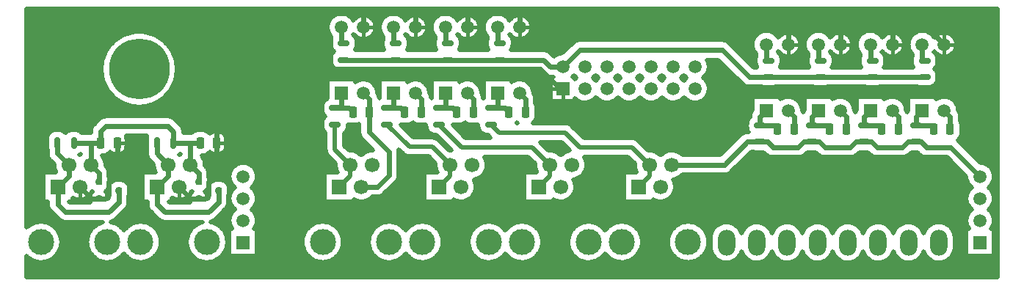
<source format=gbr>
%FSTAX42Y42*%
%MOMM*%
%SFA1B1*%

%IPPOS*%
%AMD25*
4,1,8,0.220980,0.650240,-0.220980,0.650240,-0.449580,0.419100,-0.449580,-0.419100,-0.220980,-0.650240,0.220980,-0.650240,0.449580,-0.419100,0.449580,0.419100,0.220980,0.650240,0.0*
1,1,0.460000,0.220980,0.419100*
1,1,0.460000,-0.220980,0.419100*
1,1,0.460000,-0.220980,-0.419100*
1,1,0.460000,0.220980,-0.419100*
%
%AMD26*
4,1,8,0.381000,-0.190500,0.381000,0.190500,0.190500,0.381000,-0.190500,0.381000,-0.381000,0.190500,-0.381000,-0.190500,-0.190500,-0.381000,0.190500,-0.381000,0.381000,-0.190500,0.0*
1,1,0.380000,0.190500,-0.190500*
1,1,0.380000,0.190500,0.190500*
1,1,0.380000,-0.190500,0.190500*
1,1,0.380000,-0.190500,-0.190500*
%
%AMD27*
4,1,8,-0.650240,0.180340,-0.650240,-0.180340,-0.480060,-0.350520,0.480060,-0.350520,0.650240,-0.180340,0.650240,0.180340,0.480060,0.350520,-0.480060,0.350520,-0.650240,0.180340,0.0*
1,1,0.340000,-0.480060,0.180340*
1,1,0.340000,-0.480060,-0.180340*
1,1,0.340000,0.480060,-0.180340*
1,1,0.340000,0.480060,0.180340*
%
%AMD28*
4,1,8,0.180340,0.650240,-0.180340,0.650240,-0.350520,0.480060,-0.350520,-0.480060,-0.180340,-0.650240,0.180340,-0.650240,0.350520,-0.480060,0.350520,0.480060,0.180340,0.650240,0.0*
1,1,0.340000,0.180340,0.480060*
1,1,0.340000,-0.180340,0.480060*
1,1,0.340000,-0.180340,-0.480060*
1,1,0.340000,0.180340,-0.480060*
%
%ADD10C,0.499999*%
%ADD11C,0.599999*%
%ADD15C,6.999986*%
%ADD16C,1.499997*%
%ADD17R,1.499997X1.499997*%
%ADD18C,1.499997*%
%ADD19R,1.499997X1.499997*%
%ADD20O,1.999996X2.999994*%
%ADD21R,1.499997X1.499997*%
%ADD22C,1.699997*%
%ADD23C,2.999994*%
%ADD24R,1.699997X1.699997*%
G04~CAMADD=25~8~0.0~0.0~354.3~511.8~90.6~0.0~15~0.0~0.0~0.0~0.0~0~0.0~0.0~0.0~0.0~0~0.0~0.0~0.0~0.0~354.3~511.8*
%ADD25D25*%
G04~CAMADD=26~8~0.0~0.0~299.2~299.2~74.8~0.0~15~0.0~0.0~0.0~0.0~0~0.0~0.0~0.0~0.0~0~0.0~0.0~0.0~270.0~300.0~300.0*
%ADD26D26*%
G04~CAMADD=27~8~0.0~0.0~275.6~511.8~66.9~0.0~15~0.0~0.0~0.0~0.0~0~0.0~0.0~0.0~0.0~0~0.0~0.0~0.0~90.0~512.0~276.0*
%ADD27D27*%
G04~CAMADD=28~8~0.0~0.0~275.6~511.8~66.9~0.0~15~0.0~0.0~0.0~0.0~0~0.0~0.0~0.0~0.0~0~0.0~0.0~0.0~0.0~275.6~511.8*
%ADD28D28*%
%ADD29C,0.399999*%
%LNpcb_monitoring_top_front-1*%
%LPD*%
G54D10*
X-001299Y-002159D02*
D01*
X-001288Y-002171*
X-001275Y-002181*
X-001262Y-002191*
X-001248Y-002199*
X-001233Y-002207*
X-001218Y-002213*
X-001202Y-002219*
X-001187Y-002223*
X-001171Y-002226*
X-001154Y-002228*
X-001138Y-002229*
X-001122Y-002229*
X-001105Y-002228*
X-001089Y-002225*
X-001073Y-002222*
X-001057Y-002217*
X-001042Y-002211*
X-001027Y-002204*
X-001013Y-002196*
X-000999Y-002188*
X-000986Y-002178*
X-000973Y-002167*
X-000962Y-002156*
X-000951Y-002143*
X-000941Y-00213*
X-000932Y-002117*
X-000924Y-002102*
X-000917Y-002088*
X-000911Y-002072*
X-000906Y-002057*
X-000902Y-002041*
X-0009Y-002025*
X-000898Y-002008*
X-000897Y-001993*
X-001299Y-002159D02*
D01*
X-001288Y-002171*
X-001275Y-002181*
X-001262Y-002191*
X-001248Y-002199*
X-001233Y-002207*
X-001218Y-002213*
X-001202Y-002219*
X-001187Y-002223*
X-001171Y-002226*
X-001154Y-002228*
X-001138Y-002229*
X-001122Y-002229*
X-001105Y-002228*
X-001089Y-002225*
X-001073Y-002222*
X-001057Y-002217*
X-001042Y-002211*
X-001027Y-002204*
X-001013Y-002196*
X-000999Y-002188*
X-000986Y-002178*
X-000973Y-002167*
X-000962Y-002156*
X-000951Y-002143*
X-000941Y-00213*
X-000932Y-002117*
X-000924Y-002102*
X-000917Y-002088*
X-000911Y-002072*
X-000906Y-002057*
X-000902Y-002041*
X-0009Y-002025*
X-000898Y-002008*
X-000897Y-001993*
X-000417Y-001764D02*
D01*
X-000433Y-001769*
X-000449Y-001774*
X-000464Y-00178*
X-000479Y-001787*
X-000493Y-001796*
X-000507Y-001805*
X-00052Y-001815*
X-000532Y-001826*
X-000543Y-001838*
X-000553Y-001851*
X-000563Y-001864*
X-000572Y-001878*
X-000579Y-001893*
X-000586Y-001908*
X-000591Y-001924*
X-000596Y-00194*
X-000599Y-001956*
X-000601Y-001972*
X-000602Y-001988*
X-000602Y-002005*
X-000601Y-002021*
X-000598Y-002037*
X-000595Y-002053*
X-00059Y-002069*
X-000584Y-002085*
X-000577Y-0021*
X-000569Y-002114*
X-000561Y-002128*
X-000551Y-002141*
X-00054Y-002154*
X-000529Y-002165*
X-000516Y-002176*
X-000503Y-002186*
X-00049Y-002195*
X-000475Y-002203*
X-00046Y-002211*
X-000445Y-002217*
X-000429Y-002222*
X-000413Y-002225*
X-000397Y-002228*
X-000381Y-00223*
X-000364Y-00223*
X-000348Y-002229*
X-000332Y-002227*
X-000315Y-002224*
X-0003Y-00222*
X-000284Y-002215*
X-000269Y-002209*
X-000254Y-002202*
X-00024Y-002193*
X-000226Y-002184*
X-000213Y-002174*
X-000201Y-002163*
X-00019Y-002151*
X-00018Y-002138*
X-000174Y-002129*
X-000417Y-001764D02*
D01*
X-000433Y-001769*
X-000449Y-001774*
X-000464Y-00178*
X-000479Y-001787*
X-000493Y-001796*
X-000507Y-001805*
X-00052Y-001815*
X-000532Y-001826*
X-000543Y-001838*
X-000553Y-001851*
X-000563Y-001864*
X-000572Y-001878*
X-000579Y-001893*
X-000586Y-001908*
X-000591Y-001924*
X-000596Y-00194*
X-000599Y-001956*
X-000601Y-001972*
X-000602Y-001988*
X-000602Y-002005*
X-000601Y-002021*
X-000598Y-002037*
X-000595Y-002053*
X-00059Y-002069*
X-000584Y-002085*
X-000577Y-0021*
X-000569Y-002114*
X-000561Y-002128*
X-000551Y-002141*
X-00054Y-002154*
X-000529Y-002165*
X-000516Y-002176*
X-000503Y-002186*
X-00049Y-002195*
X-000475Y-002203*
X-00046Y-002211*
X-000445Y-002217*
X-000429Y-002222*
X-000413Y-002225*
X-000397Y-002228*
X-000381Y-00223*
X-000364Y-00223*
X-000348Y-002229*
X-000332Y-002227*
X-000315Y-002224*
X-0003Y-00222*
X-000284Y-002215*
X-000269Y-002209*
X-000254Y-002202*
X-00024Y-002193*
X-000226Y-002184*
X-000213Y-002174*
X-000201Y-002163*
X-00019Y-002151*
X-00018Y-002138*
X-000174Y-002129*
X-000897Y-001993D02*
D01*
X-000898Y-001977*
X-0009Y-001961*
X-000903Y-001945*
X-000907Y-001929*
X-000912Y-001913*
X-000918Y-001898*
X-000925Y-001883*
X-000933Y-001869*
X-000942Y-001855*
X-000952Y-001842*
X-000963Y-00183*
X-000975Y-001819*
X-000988Y-001808*
X-001001Y-001799*
X-001015Y-00179*
X-001029Y-001782*
X-001044Y-001776*
X-00106Y-00177*
X-001076Y-001765*
X-001092Y-001762*
X-001108Y-00176*
X-001124Y-001759*
X-001141*
X-001157Y-00176*
X-001173Y-001762*
X-001189Y-001765*
X-001205Y-00177*
X-001221Y-001776*
X-001236Y-001782*
X-00125Y-00179*
X-001264Y-001799*
X-001277Y-001808*
X-00129Y-001819*
X-001299Y-001828*
X-000897Y-001993D02*
D01*
X-000898Y-001977*
X-0009Y-001961*
X-000903Y-001945*
X-000907Y-001929*
X-000912Y-001913*
X-000918Y-001898*
X-000925Y-001883*
X-000933Y-001869*
X-000942Y-001855*
X-000952Y-001842*
X-000963Y-00183*
X-000975Y-001819*
X-000988Y-001808*
X-001001Y-001799*
X-001015Y-00179*
X-001029Y-001782*
X-001044Y-001776*
X-00106Y-00177*
X-001076Y-001765*
X-001092Y-001762*
X-001108Y-00176*
X-001124Y-001759*
X-001141*
X-001157Y-00176*
X-001173Y-001762*
X-001189Y-001765*
X-001205Y-00177*
X-001221Y-001776*
X-001236Y-001782*
X-00125Y-00179*
X-001264Y-001799*
X-001277Y-001808*
X-00129Y-001819*
X-001299Y-001828*
X-00093Y-00173D02*
D01*
X-000925Y-001736*
X-000918Y-001741*
X-000912Y-001746*
X-000905Y-00175*
X-000898Y-001753*
X-000891Y-001756*
X-000883Y-001759*
X-000875Y-001761*
X-000867Y-001763*
X-000859Y-001764*
X-000851Y-001764*
X-000849Y-001764*
X-00093Y-00173D02*
D01*
X-000925Y-001736*
X-000918Y-001741*
X-000912Y-001746*
X-000905Y-00175*
X-000898Y-001753*
X-000891Y-001756*
X-000883Y-001759*
X-000875Y-001761*
X-000867Y-001763*
X-000859Y-001764*
X-000851Y-001764*
X-000849Y-001764*
X-001055Y-001559D02*
D01*
X-001055Y-001568*
X-001054Y-001576*
X-001053Y-001583*
X-001051Y-001591*
X-001049Y-001599*
X-001046Y-001606*
X-001042Y-001613*
X-001038Y-00162*
X-001034Y-001627*
X-001029Y-001633*
X-001023Y-001639*
X-001021Y-00164*
X-000174Y-001858D02*
D01*
X-000184Y-001845*
X-000195Y-001833*
X-000207Y-001822*
X-000219Y-001811*
X-000233Y-001801*
X-000246Y-001792*
X-000261Y-001784*
X-000276Y-001777*
X-000291Y-001772*
X-000307Y-001767*
X-000323Y-001763*
X-000327Y-001762*
X-000174Y-001858D02*
D01*
X-000184Y-001845*
X-000195Y-001833*
X-000207Y-001822*
X-000219Y-001811*
X-000233Y-001801*
X-000246Y-001792*
X-000261Y-001784*
X-000276Y-001777*
X-000291Y-001772*
X-000307Y-001767*
X-000323Y-001763*
X-000327Y-001762*
D01*
X-00032Y-001761*
X-000312Y-001758*
X-000304Y-001755*
X-000297Y-001752*
X-00029Y-001748*
X-000283Y-001744*
X-000277Y-001739*
X-000271Y-001734*
X-000268Y-00173*
X-000327Y-001762D02*
D01*
X-00032Y-001761*
X-000312Y-001758*
X-000304Y-001755*
X-000297Y-001752*
X-00029Y-001748*
X-000283Y-001744*
X-000277Y-001739*
X-000271Y-001734*
X-000268Y-00173*
X-000174Y-002129D02*
D01*
X-000165Y-002143*
X-000154Y-002155*
X-000142Y-002166*
X-00013Y-002177*
X-000116Y-002187*
X-000103Y-002196*
X-000088Y-002204*
X-000073Y-002211*
X-000058Y-002216*
X-000042Y-002221*
X-000026Y-002225*
X-00001Y-002227*
X000005Y-002229*
X000022Y-002229*
X000038Y-002228*
X000055Y-002226*
X000071Y-002222*
X000087Y-002218*
X000102Y-002213*
X000117Y-002206*
X000132Y-002199*
X000146Y-00219*
X000159Y-002181*
X000172Y-00217*
X000184Y-002159*
X000195Y-002147*
X000205Y-002134*
X000215Y-002121*
X000223Y-002106*
X00023Y-002092*
X000237Y-002077*
X000242Y-002061*
X000246Y-002045*
X000249Y-002029*
X000251Y-002013*
X000252Y-001996*
X000251Y-001993*
X-000174Y-002129D02*
D01*
X-000165Y-002143*
X-000154Y-002155*
X-000142Y-002166*
X-00013Y-002177*
X-000116Y-002187*
X-000103Y-002196*
X-000088Y-002204*
X-000073Y-002211*
X-000058Y-002216*
X-000042Y-002221*
X-000026Y-002225*
X-00001Y-002227*
X000005Y-002229*
X000022Y-002229*
X000038Y-002228*
X000055Y-002226*
X000071Y-002222*
X000087Y-002218*
X000102Y-002213*
X000117Y-002206*
X000132Y-002199*
X000146Y-00219*
X000159Y-002181*
X000172Y-00217*
X000184Y-002159*
X000195Y-002147*
X000205Y-002134*
X000215Y-002121*
X000223Y-002106*
X00023Y-002092*
X000237Y-002077*
X000242Y-002061*
X000246Y-002045*
X000249Y-002029*
X000251Y-002013*
X000252Y-001996*
X000251Y-001993*
X000731Y-001764D02*
D01*
X000716Y-001769*
X0007Y-001774*
X000685Y-00178*
X00067Y-001787*
X000656Y-001796*
X000642Y-001805*
X000629Y-001815*
X000617Y-001826*
X000606Y-001838*
X000596Y-001851*
X000586Y-001864*
X000577Y-001878*
X00057Y-001893*
X000563Y-001908*
X000558Y-001924*
X000553Y-00194*
X00055Y-001956*
X000548Y-001972*
X000547Y-001988*
X000547Y-002005*
X000548Y-002021*
X000551Y-002037*
X000554Y-002053*
X000559Y-002069*
X000565Y-002085*
X000572Y-0021*
X00058Y-002114*
X000588Y-002128*
X000598Y-002141*
X000609Y-002154*
X00062Y-002165*
X000633Y-002176*
X000646Y-002186*
X000659Y-002195*
X000674Y-002203*
X000689Y-002211*
X000704Y-002217*
X00072Y-002222*
X000736Y-002225*
X000752Y-002228*
X000768Y-00223*
X000785Y-00223*
X000801Y-002229*
X000817Y-002227*
X000833Y-002224*
X000849Y-00222*
X000865Y-002215*
X00088Y-002209*
X000895Y-002202*
X000909Y-002193*
X000923Y-002184*
X000936Y-002174*
X000948Y-002163*
X000959Y-002151*
X000969Y-002138*
X000979Y-002125*
X000988Y-00211*
X000995Y-002096*
X001002Y-002081*
X001007Y-002065*
X001012Y-002049*
X001015Y-002033*
X001017Y-002017*
X001018Y-002001*
X001017Y-001993*
X000251D02*
D01*
X000251Y-001977*
X000249Y-001961*
X000246Y-001945*
X000242Y-001929*
X000237Y-001913*
X000231Y-001898*
X000224Y-001883*
X000216Y-001869*
X000207Y-001855*
X000197Y-001842*
X000186Y-00183*
X000174Y-001819*
X000161Y-001808*
X000148Y-001799*
X000134Y-00179*
X00012Y-001782*
X000105Y-001776*
X000089Y-00177*
X000073Y-001765*
X000057Y-001762*
X000041Y-00176*
X000025Y-001759*
X000008*
X-000007Y-00176*
X-000023Y-001762*
X-000039Y-001765*
X-000055Y-00177*
X-000071Y-001776*
X-000086Y-001782*
X-0001Y-00179*
X-000114Y-001799*
X-000127Y-001808*
X-00014Y-001819*
X-000152Y-00183*
X-000163Y-001842*
X-000173Y-001855*
X-000174Y-001858*
X000251Y-001993D02*
D01*
X000251Y-001977*
X000249Y-001961*
X000246Y-001945*
X000242Y-001929*
X000237Y-001913*
X000231Y-001898*
X000224Y-001883*
X000216Y-001869*
X000207Y-001855*
X000197Y-001842*
X000186Y-00183*
X000174Y-001819*
X000161Y-001808*
X000148Y-001799*
X000134Y-00179*
X00012Y-001782*
X000105Y-001776*
X000089Y-00177*
X000073Y-001765*
X000057Y-001762*
X000041Y-00176*
X000025Y-001759*
X000008*
X-000007Y-00176*
X-000023Y-001762*
X-000039Y-001765*
X-000055Y-00177*
X-000071Y-001776*
X-000086Y-001782*
X-0001Y-00179*
X-000114Y-001799*
X-000127Y-001808*
X-00014Y-001819*
X-000152Y-00183*
X-000163Y-001842*
X-000173Y-001855*
X-000174Y-001858*
X000218Y-00173D02*
D01*
X000224Y-001736*
X000231Y-001741*
X000237Y-001746*
X000244Y-00175*
X000251Y-001753*
X000258Y-001756*
X000266Y-001759*
X000274Y-001761*
X000282Y-001763*
X00029Y-001764*
X000298Y-001764*
X000299Y-001764*
X000218Y-00173D02*
D01*
X000224Y-001736*
X000231Y-001741*
X000237Y-001746*
X000244Y-00175*
X000251Y-001753*
X000258Y-001756*
X000266Y-001759*
X000274Y-001761*
X000282Y-001763*
X00029Y-001764*
X000298Y-001764*
X000299Y-001764*
X000093Y-001559D02*
D01*
X000094Y-001568*
X000095Y-001576*
X000096Y-001583*
X000098Y-001591*
X0001Y-001599*
X000103Y-001606*
X000107Y-001613*
X000111Y-00162*
X000115Y-001627*
X00012Y-001633*
X000126Y-001639*
X000127Y-00164*
X000093Y-001559D02*
D01*
X000094Y-001568*
X000095Y-001576*
X000096Y-001583*
X000098Y-001591*
X0001Y-001599*
X000103Y-001606*
X000107Y-001613*
X000111Y-00162*
X000115Y-001627*
X00012Y-001633*
X000126Y-001639*
X000127Y-00164*
X000821Y-001762D02*
D01*
X000829Y-001761*
X000837Y-001758*
X000845Y-001755*
X000852Y-001752*
X000859Y-001748*
X000866Y-001744*
X000872Y-001739*
X000878Y-001734*
X00088Y-00173*
X000821Y-001762D02*
D01*
X000829Y-001761*
X000837Y-001758*
X000845Y-001755*
X000852Y-001752*
X000859Y-001748*
X000866Y-001744*
X000872Y-001739*
X000878Y-001734*
X00088Y-00173*
X-001055Y-001559D02*
D01*
X-001055Y-001568*
X-001054Y-001576*
X-001053Y-001583*
X-001051Y-001591*
X-001049Y-001599*
X-001046Y-001606*
X-001042Y-001613*
X-001038Y-00162*
X-001034Y-001627*
X-001029Y-001633*
X-001023Y-001639*
X-001021Y-00164*
X-000567Y-001513D02*
D01*
X-000567Y-001519*
X-000567Y-001525*
X-000566Y-001531*
X-000564Y-001534*
X-000769Y-001483D02*
D01*
X-000761Y-001489*
X-000751Y-001494*
X-000742Y-001498*
X-000732Y-001502*
X-000722Y-001505*
X-000712Y-001507*
X-000701Y-001508*
X-000691Y-001509*
X-000681Y-001509*
X-00067Y-001508*
X-00066Y-001507*
X-00065Y-001505*
X-00064Y-001502*
X-00063Y-001498*
X-00062Y-001494*
X-000611Y-001489*
X-000602Y-001484*
X-000594Y-001478*
X-000586Y-001471*
X-000578Y-001464*
X-000571Y-001456*
X-000565Y-001448*
X-000559Y-001439*
X-000553Y-00143*
X-000549Y-001421*
X-000545Y-001411*
X-000544Y-001407*
X-000537Y-001411D02*
D01*
X-000542Y-001415*
X-000546Y-00142*
X-00055Y-001424*
X-000553Y-001429*
X-000556Y-001434*
X-000559Y-001439*
X-000561Y-001445*
X-000563Y-00145*
X-000565Y-001456*
X-000566Y-001462*
X-000567Y-001468*
X-000567Y-001474*
X-000567Y-001475*
X-000361D02*
D01*
X-000362Y-00147*
X-000362Y-001464*
X-000363Y-001458*
X-000365Y-001452*
X-000367Y-001447*
X-000369Y-001441*
X-000371Y-001436*
X-000374Y-001431*
X-000378Y-001426*
X-000381Y-001422*
X-000385Y-001417*
X-000389Y-001413*
X-00039Y-001411*
D01*
X-000384Y-001407*
X-000379Y-001403*
X-000373Y-001398*
X-000368Y-001393*
X-000364Y-001387*
X-000359Y-001382*
X-000358Y-00138*
X-000982Y-001097D02*
D01*
X-000983Y-001109*
X-000982Y-001121*
X-00098Y-001133*
X-000978Y-001145*
X-000975Y-001156*
X-000971Y-001167*
X-000966Y-001178*
X-00096Y-001189*
X-00096Y-001189*
X-000388Y-001105D02*
D01*
X-000389Y-001094*
X-00039Y-001082*
X-000392Y-00107*
X-000395Y-001059*
X-000399Y-001047*
X-000403Y-001036*
X-000408Y-001026*
X-000414Y-001015*
X-000421Y-001006*
X-000425Y-000999*
X-000358Y-001418D02*
D01*
X-000358Y-001426*
X-000357Y-001433*
X-000356Y-00144*
X-000354Y-001447*
X-000352Y-001454*
X-00035Y-001458*
X-00034Y-001285D02*
D01*
X-000341Y-001278*
X-000342Y-001271*
X-000343Y-001264*
X-000345Y-001257*
X-000347Y-00125*
X-000348Y-001245*
X-000254Y-001276D02*
D01*
X-000262Y-001277*
X-000269Y-001278*
X-000276Y-001279*
X-000283Y-001281*
X-00029Y-001283*
X-000297Y-001285*
X-000303Y-001289*
X-00031Y-001292*
X-000316Y-001296*
X-000321Y-001301*
X-000327Y-001306*
X-000332Y-001311*
X-000336Y-001316*
X-000341Y-001322*
X-00034Y-001323*
X-000348Y-0012D02*
D01*
X-000349Y-001192*
X-00035Y-001184*
X-000351Y-001177*
X-000353Y-001169*
X-000355Y-001161*
X-000358Y-001154*
X-000362Y-001147*
X-000366Y-00114*
X-00037Y-001133*
X-000375Y-001127*
X-000381Y-001121*
X-000382Y-001118*
X-000348Y-0012D02*
D01*
X-000349Y-001192*
X-00035Y-001184*
X-000351Y-001177*
X-000353Y-001169*
X-000355Y-001161*
X-000358Y-001154*
X-000362Y-001147*
X-000366Y-00114*
X-00037Y-001133*
X-000375Y-001127*
X-000381Y-001121*
X-000382Y-001118*
X-000153Y-001616D02*
D01*
X-000148Y-001611*
X-000143Y-001604*
X-000138Y-001598*
X-000134Y-001591*
X-000131Y-001584*
X-000128Y-001577*
X-000125Y-001569*
X-000123Y-001561*
X-000121Y-001553*
X-00012Y-001545*
X-00012Y-001537*
X-00012Y-001534*
X-000153Y-001616D02*
D01*
X-000148Y-001611*
X-000143Y-001604*
X-000138Y-001598*
X-000134Y-001591*
X-000131Y-001584*
X-000128Y-001577*
X-000125Y-001569*
X-000123Y-001561*
X-000121Y-001553*
X-00012Y-001545*
X-00012Y-001537*
X-00012Y-001534*
X000581Y-001513D02*
D01*
X000582Y-001519*
X000582Y-001525*
X000583Y-001531*
X000584Y-001534*
X000379Y-001483D02*
D01*
X000388Y-001489*
X000398Y-001494*
X000407Y-001498*
X000417Y-001502*
X000427Y-001505*
X000437Y-001507*
X000448Y-001508*
X000458Y-001509*
X000468Y-001509*
X000479Y-001508*
X000489Y-001507*
X000499Y-001505*
X000509Y-001502*
X000519Y-001498*
X000529Y-001494*
X000538Y-001489*
X000547Y-001484*
X000555Y-001478*
X000563Y-001471*
X000571Y-001464*
X000578Y-001456*
X000584Y-001448*
X00059Y-001439*
X000596Y-00143*
X0006Y-001421*
X000604Y-001411*
X000604Y-001407*
X000611Y-001411D02*
D01*
X000607Y-001415*
X000603Y-00142*
X000599Y-001424*
X000596Y-001429*
X000593Y-001434*
X00059Y-001439*
X000588Y-001445*
X000586Y-00145*
X000584Y-001456*
X000583Y-001462*
X000582Y-001468*
X000582Y-001474*
X000581Y-001475*
X000788D02*
D01*
X000788Y-00147*
X000788Y-001464*
X000787Y-001458*
X000785Y-001452*
X000783Y-001447*
X000781Y-001441*
X000779Y-001436*
X000776Y-001431*
X000772Y-001426*
X000769Y-001422*
X000765Y-001417*
X000761Y-001413*
X000758Y-001411*
X-00012Y-001458D02*
D01*
X-000118Y-001452*
X-000116Y-001445*
X-000114Y-001438*
X-000113Y-00143*
X-000113Y-001423*
X-000111Y-001418*
Y-00138D02*
D01*
X-000112Y-001373*
X-000113Y-001366*
X-000114Y-001359*
X-000116Y-001352*
X-000118Y-001345*
X-00012Y-001338*
X-000124Y-001332*
X-000127Y-001325*
X-000131Y-001319*
X-000136Y-001314*
X-000141Y-001308*
X-000146Y-001303*
X-000151Y-001299*
X-000157Y-001294*
X-000163Y-00129*
X-00017Y-001287*
X-000177Y-001284*
X-000183Y-001282*
X-00019Y-00128*
X-000197Y-001278*
X-000205Y-001277*
X-000212Y-001277*
X-000215Y-001276*
X000166Y-001097D02*
D01*
X000166Y-001109*
X000167Y-001121*
X000169Y-001133*
X000171Y-001145*
X000174Y-001156*
X000178Y-001167*
X000183Y-001178*
X000189Y-001189*
X000188Y-001189*
X00076Y-001105D02*
D01*
X00076Y-001094*
X000759Y-001082*
X000757Y-00107*
X000754Y-001059*
X00075Y-001047*
X000746Y-001036*
X000741Y-001026*
X000735Y-001015*
X000728Y-001006*
X000723Y-000999*
X00079Y-001418D02*
D01*
X000791Y-001426*
X000792Y-001433*
X000793Y-00144*
X000795Y-001447*
X000797Y-001454*
X000798Y-001458*
X000758Y-001411D02*
D01*
X000765Y-001407*
X00077Y-001403*
X000776Y-001398*
X000781Y-001393*
X000785Y-001387*
X00079Y-001382*
X00079Y-00138*
X000894Y-001276D02*
D01*
X000887Y-001277*
X00088Y-001278*
X000873Y-001279*
X000866Y-001281*
X000859Y-001283*
X000852Y-001285*
X000846Y-001289*
X000839Y-001292*
X000833Y-001296*
X000828Y-001301*
X000822Y-001306*
X000817Y-001311*
X000813Y-001316*
X000808Y-001322*
X000808Y-001323*
X0008Y-0012D02*
D01*
X0008Y-001192*
X000799Y-001184*
X000798Y-001177*
X000796Y-001169*
X000794Y-001161*
X000791Y-001154*
X000787Y-001147*
X000783Y-00114*
X000779Y-001133*
X000774Y-001127*
X000768Y-001121*
X000766Y-001118*
X000808Y-001285D02*
D01*
X000808Y-001278*
X000807Y-001271*
X000806Y-001264*
X000804Y-001257*
X000802Y-00125*
X0008Y-001245*
Y-0012D02*
D01*
X0008Y-001192*
X000799Y-001184*
X000798Y-001177*
X000796Y-001169*
X000794Y-001161*
X000791Y-001154*
X000787Y-001147*
X000783Y-00114*
X000779Y-001133*
X000774Y-001127*
X000768Y-001121*
X000766Y-001118*
X000731Y-001764D02*
D01*
X000716Y-001769*
X0007Y-001774*
X000685Y-00178*
X00067Y-001787*
X000656Y-001796*
X000642Y-001805*
X000629Y-001815*
X000617Y-001826*
X000606Y-001838*
X000596Y-001851*
X000586Y-001864*
X000577Y-001878*
X00057Y-001893*
X000563Y-001908*
X000558Y-001924*
X000553Y-00194*
X00055Y-001956*
X000548Y-001972*
X000547Y-001988*
X000547Y-002005*
X000548Y-002021*
X000551Y-002037*
X000554Y-002053*
X000559Y-002069*
X000565Y-002085*
X000572Y-0021*
X00058Y-002114*
X000588Y-002128*
X000598Y-002141*
X000609Y-002154*
X00062Y-002165*
X000633Y-002176*
X000646Y-002186*
X000659Y-002195*
X000674Y-002203*
X000689Y-002211*
X000704Y-002217*
X00072Y-002222*
X000736Y-002225*
X000752Y-002228*
X000768Y-00223*
X000785Y-00223*
X000801Y-002229*
X000817Y-002227*
X000833Y-002224*
X000849Y-00222*
X000865Y-002215*
X00088Y-002209*
X000895Y-002202*
X000909Y-002193*
X000923Y-002184*
X000936Y-002174*
X000948Y-002163*
X000959Y-002151*
X000969Y-002138*
X000979Y-002125*
X000988Y-00211*
X000995Y-002096*
X001002Y-002081*
X001007Y-002065*
X001012Y-002049*
X001015Y-002033*
X001017Y-002017*
X001018Y-002001*
X001017Y-001993*
D01*
X001017Y-001977*
X001015Y-001961*
X001012Y-001945*
X001008Y-001929*
X001003Y-001913*
X000997Y-001898*
X00099Y-001883*
X000982Y-001869*
X000973Y-001855*
X000963Y-001842*
X000952Y-00183*
X00094Y-001819*
X000927Y-001808*
X000914Y-001799*
X0009Y-00179*
X000886Y-001782*
X000871Y-001776*
X000855Y-00177*
X000839Y-001765*
X000823Y-001762*
X000821Y-001762*
X002351Y-001993D02*
D01*
X002351Y-001977*
X002349Y-001961*
X002346Y-001945*
X002342Y-001929*
X002337Y-001913*
X002331Y-001898*
X002324Y-001883*
X002316Y-001869*
X002307Y-001855*
X002297Y-001842*
X002286Y-00183*
X002274Y-001819*
X002261Y-001808*
X002248Y-001799*
X002234Y-00179*
X00222Y-001782*
X002205Y-001776*
X002189Y-00177*
X002173Y-001765*
X002157Y-001762*
X002141Y-00176*
X002125Y-001759*
X002108*
X002092Y-00176*
X002076Y-001762*
X00206Y-001765*
X002044Y-00177*
X002028Y-001776*
X002013Y-001782*
X001999Y-00179*
X001985Y-001799*
X001972Y-001808*
X001959Y-001819*
X001947Y-00183*
X001936Y-001842*
X001926Y-001855*
X001917Y-001869*
X001909Y-001883*
X001902Y-001898*
X001896Y-001913*
X001891Y-001929*
X001887Y-001945*
X001884Y-001961*
X001882Y-001977*
X001881Y-001993*
X001882Y-00201*
X001884Y-002026*
X001887Y-002042*
X001891Y-002058*
X001896Y-002074*
X001902Y-002089*
X001909Y-002104*
X001917Y-002118*
X001926Y-002132*
X001936Y-002145*
X001947Y-002157*
X001959Y-002168*
X001972Y-002179*
X001985Y-002188*
X001999Y-002197*
X002013Y-002205*
X002028Y-002211*
X002044Y-002217*
X00206Y-002222*
X002076Y-002225*
X002092Y-002227*
X002108Y-002228*
X002125*
X002141Y-002227*
X002157Y-002225*
X002173Y-002222*
X002189Y-002217*
X002205Y-002211*
X00222Y-002205*
X002234Y-002197*
X002248Y-002188*
X002261Y-002179*
X002274Y-002168*
X002286Y-002157*
X002297Y-002145*
X002307Y-002132*
X002316Y-002118*
X002324Y-002104*
X002331Y-002089*
X002337Y-002074*
X002342Y-002058*
X002346Y-002042*
X002349Y-002026*
X002351Y-00201*
X002351Y-001993*
D01*
X002351Y-001977*
X002349Y-001961*
X002346Y-001945*
X002342Y-001929*
X002337Y-001913*
X002331Y-001898*
X002324Y-001883*
X002316Y-001869*
X002307Y-001855*
X002297Y-001842*
X002286Y-00183*
X002274Y-001819*
X002261Y-001808*
X002248Y-001799*
X002234Y-00179*
X00222Y-001782*
X002205Y-001776*
X002189Y-00177*
X002173Y-001765*
X002157Y-001762*
X002141Y-00176*
X002125Y-001759*
X002108*
X002092Y-00176*
X002076Y-001762*
X00206Y-001765*
X002044Y-00177*
X002028Y-001776*
X002013Y-001782*
X001999Y-00179*
X001985Y-001799*
X001972Y-001808*
X001959Y-001819*
X001947Y-00183*
X001936Y-001842*
X001926Y-001855*
X001917Y-001869*
X001909Y-001883*
X001902Y-001898*
X001896Y-001913*
X001891Y-001929*
X001887Y-001945*
X001884Y-001961*
X001882Y-001977*
X001881Y-001993*
X001882Y-00201*
X001884Y-002026*
X001887Y-002042*
X001891Y-002058*
X001896Y-002074*
X001902Y-002089*
X001909Y-002104*
X001917Y-002118*
X001926Y-002132*
X001936Y-002145*
X001947Y-002157*
X001959Y-002168*
X001972Y-002179*
X001985Y-002188*
X001999Y-002197*
X002013Y-002205*
X002028Y-002211*
X002044Y-002217*
X00206Y-002222*
X002076Y-002225*
X002092Y-002227*
X002108Y-002228*
X002125*
X002141Y-002227*
X002157Y-002225*
X002173Y-002222*
X002189Y-002217*
X002205Y-002211*
X00222Y-002205*
X002234Y-002197*
X002248Y-002188*
X002261Y-002179*
X002274Y-002168*
X002286Y-002157*
X002297Y-002145*
X002307Y-002132*
X002316Y-002118*
X002324Y-002104*
X002331Y-002089*
X002337Y-002074*
X002342Y-002058*
X002346Y-002042*
X002349Y-002026*
X002351Y-00201*
X002351Y-001993*
X001017D02*
D01*
X001017Y-001977*
X001015Y-001961*
X001012Y-001945*
X001008Y-001929*
X001003Y-001913*
X000997Y-001898*
X00099Y-001883*
X000982Y-001869*
X000973Y-001855*
X000963Y-001842*
X000952Y-00183*
X00094Y-001819*
X000927Y-001808*
X000914Y-001799*
X0009Y-00179*
X000886Y-001782*
X000871Y-001776*
X000855Y-00177*
X000839Y-001765*
X000823Y-001762*
X000821Y-001762*
X000995Y-001616D02*
D01*
X001001Y-001611*
X001006Y-001604*
X001011Y-001598*
X001015Y-001591*
X001018Y-001584*
X001021Y-001577*
X001024Y-001569*
X001026Y-001561*
X001028Y-001553*
X001029Y-001545*
X001029Y-001537*
X001029Y-001534*
X001102Y-001618D02*
D01*
X001094Y-001626*
X001086Y-001633*
X001078Y-001641*
X001071Y-00165*
X001065Y-001659*
X001059Y-001669*
X001054Y-001679*
X00105Y-001689*
X001046Y-0017*
X001044Y-001711*
X001042Y-001722*
X00104Y-001733*
X00104Y-001744*
X00104Y-001755*
X001041Y-001766*
X001043Y-001777*
X001045Y-001788*
X001049Y-001799*
X001053Y-001809*
X001058Y-001819*
X001063Y-001829*
X001069Y-001838*
X00107Y-001839*
X000995Y-001616D02*
D01*
X001001Y-001611*
X001006Y-001604*
X001011Y-001598*
X001015Y-001591*
X001018Y-001584*
X001021Y-001577*
X001024Y-001569*
X001026Y-001561*
X001028Y-001553*
X001029Y-001545*
X001029Y-001537*
X001029Y-001534*
X001359Y-001745D02*
D01*
X001359Y-001734*
X001358Y-001723*
X001356Y-001712*
X001353Y-001701*
X00135Y-001691*
X001346Y-00168*
X001341Y-00167*
X001335Y-001661*
X001329Y-001651*
X001322Y-001643*
X001315Y-001634*
X001307Y-001627*
X001298Y-001619*
X001296Y-001618*
X001328Y-001839D02*
D01*
X001335Y-00183*
X00134Y-001821*
X001345Y-001811*
X001349Y-0018*
X001353Y-00179*
X001356Y-001779*
X001358Y-001768*
X001359Y-001757*
X001359Y-001746*
X001359Y-001745*
X003074Y-001858D02*
D01*
X003065Y-001845*
X003054Y-001833*
X003042Y-001822*
X00303Y-001811*
X003016Y-001801*
X003003Y-001792*
X002988Y-001784*
X002973Y-001777*
X002958Y-001772*
X002942Y-001767*
X002926Y-001763*
X00291Y-001761*
X002894Y-001759*
X002877Y-001759*
X002861Y-00176*
X002844Y-001762*
X002828Y-001766*
X002812Y-00177*
X002797Y-001775*
X002782Y-001782*
X002767Y-001789*
X002753Y-001798*
X00274Y-001807*
X002727Y-001818*
X002715Y-001829*
X002704Y-001841*
X002694Y-001854*
X002684Y-001867*
X002676Y-001882*
X002669Y-001896*
X002662Y-001911*
X002657Y-001927*
X002653Y-001943*
X00265Y-001959*
X002648Y-001975*
X002647Y-001992*
X002648Y-002008*
X002649Y-002024*
X002652Y-002041*
X002656Y-002057*
X00266Y-002072*
X002666Y-002088*
X002673Y-002102*
X002681Y-002117*
X00269Y-00213*
X0027Y-002144*
X002711Y-002156*
X002723Y-002167*
X002735Y-002178*
X002749Y-002188*
X002762Y-002197*
X002777Y-002205*
X002792Y-002212*
X002807Y-002217*
X002823Y-002222*
X002839Y-002226*
X002855Y-002228*
X002871Y-00223*
X002888Y-00223*
X002904Y-002229*
X002921Y-002227*
X002937Y-002223*
X002953Y-002219*
X002968Y-002214*
X002983Y-002207*
X002998Y-0022*
X003012Y-002191*
X003025Y-002182*
X003038Y-002171*
X00305Y-00216*
X003061Y-002148*
X003071Y-002135*
X003074Y-002129*
D01*
X003084Y-002143*
X003095Y-002155*
X003107Y-002166*
X003119Y-002177*
X003133Y-002187*
X003146Y-002196*
X003161Y-002204*
X003176Y-002211*
X003191Y-002216*
X003207Y-002221*
X003223Y-002225*
X003239Y-002227*
X003255Y-002229*
X003272Y-002229*
X003288Y-002228*
X003305Y-002226*
X003321Y-002222*
X003337Y-002218*
X003352Y-002213*
X003367Y-002206*
X003382Y-002199*
X003396Y-00219*
X003409Y-002181*
X003422Y-00217*
X003434Y-002159*
X003445Y-002147*
X003455Y-002134*
X003465Y-002121*
X003473Y-002106*
X00348Y-002092*
X003487Y-002077*
X003492Y-002061*
X003496Y-002045*
X003499Y-002029*
X003501Y-002013*
X003502Y-001996*
X003501Y-001993*
X003074Y-002129D02*
D01*
X003084Y-002143*
X003095Y-002155*
X003107Y-002166*
X003119Y-002177*
X003133Y-002187*
X003146Y-002196*
X003161Y-002204*
X003176Y-002211*
X003191Y-002216*
X003207Y-002221*
X003223Y-002225*
X003239Y-002227*
X003255Y-002229*
X003272Y-002229*
X003288Y-002228*
X003305Y-002226*
X003321Y-002222*
X003337Y-002218*
X003352Y-002213*
X003367Y-002206*
X003382Y-002199*
X003396Y-00219*
X003409Y-002181*
X003422Y-00217*
X003434Y-002159*
X003445Y-002147*
X003455Y-002134*
X003465Y-002121*
X003473Y-002106*
X00348Y-002092*
X003487Y-002077*
X003492Y-002061*
X003496Y-002045*
X003499Y-002029*
X003501Y-002013*
X003502Y-001996*
X003501Y-001993*
X003074Y-001858D02*
D01*
X003065Y-001845*
X003054Y-001833*
X003042Y-001822*
X00303Y-001811*
X003016Y-001801*
X003003Y-001792*
X002988Y-001784*
X002973Y-001777*
X002958Y-001772*
X002942Y-001767*
X002926Y-001763*
X00291Y-001761*
X002894Y-001759*
X002877Y-001759*
X002861Y-00176*
X002844Y-001762*
X002828Y-001766*
X002812Y-00177*
X002797Y-001775*
X002782Y-001782*
X002767Y-001789*
X002753Y-001798*
X00274Y-001807*
X002727Y-001818*
X002715Y-001829*
X002704Y-001841*
X002694Y-001854*
X002684Y-001867*
X002676Y-001882*
X002669Y-001896*
X002662Y-001911*
X002657Y-001927*
X002653Y-001943*
X00265Y-001959*
X002648Y-001975*
X002647Y-001992*
X002648Y-002008*
X002649Y-002024*
X002652Y-002041*
X002656Y-002057*
X00266Y-002072*
X002666Y-002088*
X002673Y-002102*
X002681Y-002117*
X00269Y-00213*
X0027Y-002144*
X002711Y-002156*
X002723Y-002167*
X002735Y-002178*
X002749Y-002188*
X002762Y-002197*
X002777Y-002205*
X002792Y-002212*
X002807Y-002217*
X002823Y-002222*
X002839Y-002226*
X002855Y-002228*
X002871Y-00223*
X002888Y-00223*
X002904Y-002229*
X002921Y-002227*
X002937Y-002223*
X002953Y-002219*
X002968Y-002214*
X002983Y-002207*
X002998Y-0022*
X003012Y-002191*
X003025Y-002182*
X003038Y-002171*
X00305Y-00216*
X003061Y-002148*
X003071Y-002135*
X003074Y-002129*
X003501Y-001993D02*
D01*
X003501Y-001977*
X003499Y-001961*
X003496Y-001945*
X003492Y-001929*
X003487Y-001913*
X003481Y-001898*
X003474Y-001883*
X003466Y-001869*
X003457Y-001855*
X003447Y-001842*
X003436Y-00183*
X003424Y-001819*
X003411Y-001808*
X003398Y-001799*
X003384Y-00179*
X00337Y-001782*
X003355Y-001776*
X003339Y-00177*
X003323Y-001765*
X003307Y-001762*
X003291Y-00176*
X003275Y-001759*
X003258*
X003242Y-00176*
X003226Y-001762*
X00321Y-001765*
X003194Y-00177*
X003178Y-001776*
X003163Y-001782*
X003149Y-00179*
X003135Y-001799*
X003122Y-001808*
X003109Y-001819*
X003097Y-00183*
X003086Y-001842*
X003076Y-001855*
X003074Y-001858*
X003501Y-001993D02*
D01*
X003501Y-001977*
X003499Y-001961*
X003496Y-001945*
X003492Y-001929*
X003487Y-001913*
X003481Y-001898*
X003474Y-001883*
X003466Y-001869*
X003457Y-001855*
X003447Y-001842*
X003436Y-00183*
X003424Y-001819*
X003411Y-001808*
X003398Y-001799*
X003384Y-00179*
X00337Y-001782*
X003355Y-001776*
X003339Y-00177*
X003323Y-001765*
X003307Y-001762*
X003291Y-00176*
X003275Y-001759*
X003258*
X003242Y-00176*
X003226Y-001762*
X00321Y-001765*
X003194Y-00177*
X003178Y-001776*
X003163Y-001782*
X003149Y-00179*
X003135Y-001799*
X003122Y-001808*
X003109Y-001819*
X003097Y-00183*
X003086Y-001842*
X003076Y-001855*
X003074Y-001858*
X004224D02*
D01*
X004215Y-001845*
X004204Y-001833*
X004192Y-001822*
X00418Y-001811*
X004166Y-001801*
X004153Y-001792*
X004138Y-001784*
X004123Y-001777*
X004108Y-001772*
X004092Y-001767*
X004076Y-001763*
X00406Y-001761*
X004044Y-001759*
X004027Y-001759*
X004011Y-00176*
X003994Y-001762*
X003978Y-001766*
X003962Y-00177*
X003947Y-001775*
X003932Y-001782*
X003917Y-001789*
X003903Y-001798*
X00389Y-001807*
X003877Y-001818*
X003865Y-001829*
X003854Y-001841*
X003844Y-001854*
X003834Y-001867*
X003826Y-001882*
X003819Y-001896*
X003812Y-001911*
X003807Y-001927*
X003803Y-001943*
X0038Y-001959*
X003798Y-001975*
X003797Y-001992*
X003798Y-002008*
X003799Y-002024*
X003802Y-002041*
X003806Y-002057*
X00381Y-002072*
X003816Y-002088*
X003823Y-002102*
X003831Y-002117*
X00384Y-00213*
X00385Y-002144*
X003861Y-002156*
X003873Y-002167*
X003885Y-002178*
X003899Y-002188*
X003912Y-002197*
X003927Y-002205*
X003942Y-002212*
X003957Y-002217*
X003973Y-002222*
X003989Y-002226*
X004005Y-002228*
X004021Y-00223*
X004038Y-00223*
X004054Y-002229*
X004071Y-002227*
X004087Y-002223*
X004103Y-002219*
X004118Y-002214*
X004133Y-002207*
X004148Y-0022*
X004162Y-002191*
X004175Y-002182*
X004188Y-002171*
X0042Y-00216*
X004211Y-002148*
X004221Y-002135*
X004224Y-002129*
Y-001858D02*
D01*
X004215Y-001845*
X004204Y-001833*
X004192Y-001822*
X00418Y-001811*
X004166Y-001801*
X004153Y-001792*
X004138Y-001784*
X004123Y-001777*
X004108Y-001772*
X004092Y-001767*
X004076Y-001763*
X00406Y-001761*
X004044Y-001759*
X004027Y-001759*
X004011Y-00176*
X003994Y-001762*
X003978Y-001766*
X003962Y-00177*
X003947Y-001775*
X003932Y-001782*
X003917Y-001789*
X003903Y-001798*
X00389Y-001807*
X003877Y-001818*
X003865Y-001829*
X003854Y-001841*
X003844Y-001854*
X003834Y-001867*
X003826Y-001882*
X003819Y-001896*
X003812Y-001911*
X003807Y-001927*
X003803Y-001943*
X0038Y-001959*
X003798Y-001975*
X003797Y-001992*
X003798Y-002008*
X003799Y-002024*
X003802Y-002041*
X003806Y-002057*
X00381Y-002072*
X003816Y-002088*
X003823Y-002102*
X003831Y-002117*
X00384Y-00213*
X00385Y-002144*
X003861Y-002156*
X003873Y-002167*
X003885Y-002178*
X003899Y-002188*
X003912Y-002197*
X003927Y-002205*
X003942Y-002212*
X003957Y-002217*
X003973Y-002222*
X003989Y-002226*
X004005Y-002228*
X004021Y-00223*
X004038Y-00223*
X004054Y-002229*
X004071Y-002227*
X004087Y-002223*
X004103Y-002219*
X004118Y-002214*
X004133Y-002207*
X004148Y-0022*
X004162Y-002191*
X004175Y-002182*
X004188Y-002171*
X0042Y-00216*
X004211Y-002148*
X004221Y-002135*
X004224Y-002129*
X001102Y-001364D02*
D01*
X001094Y-001372*
X001086Y-001379*
X001078Y-001387*
X001071Y-001396*
X001065Y-001405*
X001059Y-001415*
X001054Y-001425*
X00105Y-001435*
X001046Y-001446*
X001044Y-001457*
X001042Y-001468*
X00104Y-001479*
X00104Y-00149*
X00104Y-001501*
X001041Y-001512*
X001043Y-001523*
X001045Y-001534*
X001049Y-001545*
X001053Y-001555*
X001058Y-001565*
X001063Y-001575*
X001069Y-001584*
X001076Y-001593*
X001083Y-001601*
X001091Y-001609*
X0011Y-001616*
X001102Y-001618*
X001359Y-001491D02*
D01*
X001359Y-00148*
X001358Y-001469*
X001356Y-001458*
X001353Y-001447*
X00135Y-001437*
X001346Y-001426*
X001341Y-001416*
X001335Y-001407*
X001329Y-001397*
X001322Y-001389*
X001315Y-00138*
X001307Y-001373*
X001298Y-001365*
X001296Y-001364*
Y-001618D02*
D01*
X001305Y-001611*
X001313Y-001604*
X001321Y-001596*
X001328Y-001587*
X001334Y-001578*
X00134Y-001568*
X001345Y-001558*
X001349Y-001548*
X001353Y-001537*
X001355Y-001526*
X001357Y-001515*
X001359Y-001504*
X001359Y-001493*
X001359Y-001491*
X002479Y-001506D02*
D01*
X00249Y-001512*
X002501Y-001517*
X002512Y-001521*
X002524Y-001524*
X002535Y-001526*
X002547Y-001528*
X002559Y-001529*
X002571Y-001529*
X002583Y-001528*
X002594Y-001526*
X002606Y-001523*
X002617Y-00152*
X002628Y-001516*
X002639Y-001511*
X00265Y-001505*
X00266Y-001499*
X002669Y-001492*
X002678Y-001484*
X002687Y-001476*
X002688Y-001473*
X001037Y-00138D02*
D01*
X001037Y-001373*
X001036Y-001366*
X001035Y-001359*
X001033Y-001352*
X001031Y-001345*
X001029Y-001338*
X001025Y-001332*
X001022Y-001325*
X001018Y-001319*
X001013Y-001314*
X001008Y-001308*
X001003Y-001303*
X000998Y-001299*
X000992Y-001294*
X000985Y-00129*
X000979Y-001287*
X000972Y-001284*
X000966Y-001282*
X000959Y-00128*
X000952Y-001278*
X000944Y-001277*
X000937Y-001277*
X000933Y-001276*
X001029Y-001458D02*
D01*
X001032Y-001452*
X001034Y-001445*
X001036Y-001438*
X001037Y-00143*
X001037Y-001423*
X001037Y-001418*
X001296Y-001364D02*
D01*
X001305Y-001357*
X001313Y-00135*
X001321Y-001342*
X001328Y-001333*
X001334Y-001324*
X00134Y-001314*
X001345Y-001304*
X001349Y-001294*
X001353Y-001283*
X001355Y-001272*
X001357Y-001261*
X001359Y-00125*
X001359Y-001239*
X001359Y-001237*
D01*
X001359Y-001226*
X001358Y-001215*
X001356Y-001204*
X001353Y-001193*
X00135Y-001183*
X001346Y-001172*
X001341Y-001162*
X001335Y-001153*
X001329Y-001143*
X001322Y-001135*
X001315Y-001126*
X001307Y-001119*
X001298Y-001111*
X001289Y-001105*
X001279Y-001099*
X00127Y-001094*
X001259Y-001089*
X001249Y-001085*
X001238Y-001082*
X001227Y-00108*
X001216Y-001078*
X001205Y-001078*
X001194*
X001183Y-001078*
X001172Y-00108*
X001161Y-001082*
X00115Y-001085*
X00114Y-001089*
X001129Y-001094*
X001119Y-001099*
X00111Y-001105*
X001101Y-001111*
X001092Y-001119*
X001084Y-001126*
X001077Y-001135*
X00107Y-001143*
X001064Y-001153*
X001058Y-001162*
X001053Y-001172*
X001049Y-001183*
X001046Y-001193*
X001043Y-001204*
X001041Y-001215*
X00104Y-001226*
X001039Y-001237*
X00104Y-001249*
X001041Y-00126*
X001043Y-001271*
X001046Y-001282*
X001049Y-001292*
X001053Y-001303*
X001058Y-001313*
X001064Y-001322*
X00107Y-001332*
X001077Y-00134*
X001084Y-001349*
X001092Y-001356*
X001101Y-001364*
X001102Y-001364*
X002266Y-001091D02*
D01*
X002266Y-001103*
X002266Y-001115*
X002267Y-001127*
X002269Y-001139*
X002272Y-00115*
X002275Y-001161*
X00228Y-001172*
X002285Y-001183*
X002288Y-001189*
X003628Y-001506D02*
D01*
X003639Y-001512*
X00365Y-001517*
X003661Y-001521*
X003673Y-001524*
X003684Y-001526*
X003696Y-001528*
X003708Y-001529*
X00372Y-001529*
X003732Y-001528*
X003743Y-001526*
X003755Y-001523*
X003766Y-00152*
X003777Y-001516*
X003788Y-001511*
X003799Y-001505*
X003809Y-001499*
X003818Y-001492*
X003827Y-001484*
X003836Y-001476*
X003844Y-001467*
X003851Y-001458*
X003857Y-001448*
X003863Y-001437*
X003868Y-001427*
X003873Y-001416*
X003876Y-001404*
X003879Y-001393*
X003881Y-001381*
X003882Y-001369*
X003882Y-001359*
X002744Y-001473D02*
D01*
X002753Y-001473*
X002761Y-001472*
X002768Y-001471*
X002776Y-001469*
X002784Y-001467*
X002791Y-001464*
X002798Y-00146*
X002805Y-001456*
X002812Y-001452*
X002818Y-001447*
X002824Y-001441*
X002826Y-00144*
X002744Y-001473D02*
D01*
X002753Y-001473*
X002761Y-001472*
X002768Y-001471*
X002776Y-001469*
X002784Y-001467*
X002791Y-001464*
X002798Y-00146*
X002805Y-001456*
X002812Y-001452*
X002818Y-001447*
X002824Y-001441*
X002826Y-00144*
X00296Y-001305D02*
D01*
X002966Y-0013*
X002971Y-001293*
X002976Y-001287*
X00298Y-00128*
X002983Y-001273*
X002986Y-001266*
X002989Y-001258*
X002991Y-00125*
X002993Y-001242*
X002994Y-001234*
X002994Y-001226*
X002994Y-001224*
X00296Y-001305D02*
D01*
X002966Y-0013*
X002971Y-001293*
X002976Y-001287*
X00298Y-00128*
X002983Y-001273*
X002986Y-001266*
X002989Y-001258*
X002991Y-00125*
X002993Y-001242*
X002994Y-001234*
X002994Y-001226*
X002994Y-001224*
X003882Y-001359D02*
D01*
X003882Y-001348*
X003881Y-001336*
X003879Y-001324*
X003876Y-001313*
X003872Y-001301*
X003868Y-00129*
X003863Y-00128*
X00386Y-001273*
X003416Y-001087D02*
D01*
X003416Y-001099*
X003416Y-001111*
X003416Y-001123*
X003418Y-001135*
X003421Y-001146*
X003424Y-001158*
X003428Y-001169*
X003433Y-00118*
X003438Y-001189*
X00386Y-001273D02*
D01*
X003872Y-001272*
X003884Y-001269*
X003895Y-001266*
X003906Y-001261*
X003917Y-001256*
X003928Y-001251*
X003937Y-001244*
X003947Y-001237*
X003956Y-001229*
X003964Y-001221*
X003972Y-001212*
X003979Y-001203*
X003986Y-001193*
X003992Y-001182*
X003997Y-001172*
X004001Y-001161*
X004005Y-001149*
X004007Y-001138*
X004009Y-001126*
X00401Y-001114*
X004009Y-001105*
D01*
X004009Y-001094*
X004008Y-001082*
X004006Y-00107*
X004003Y-001059*
X003999Y-001047*
X003995Y-001036*
X00399Y-001026*
X003984Y-001015*
X00398Y-001009*
X-001059Y-000973D02*
D01*
X-001059Y-000982*
X-001058Y-00099*
X-001057Y-000997*
X-001055Y-001005*
X-001053Y-001013*
X-00105Y-00102*
X-001046Y-001027*
X-001042Y-001034*
X-001038Y-001041*
X-001033Y-001047*
X-001027Y-001053*
X-001025Y-001054*
X-001059Y-000973D02*
D01*
X-001059Y-000982*
X-001058Y-00099*
X-001057Y-000997*
X-001055Y-001005*
X-001053Y-001013*
X-00105Y-00102*
X-001046Y-001027*
X-001042Y-001034*
X-001038Y-001041*
X-001033Y-001047*
X-001027Y-001053*
X-001025Y-001054*
X-000689Y-000987D02*
D01*
X-000683Y-000984*
X-000677Y-00098*
X-000673Y-000977*
Y-000979D02*
D01*
X-000682Y-000988*
X-000685Y-000991*
X-001064Y-000897D02*
D01*
X-001064Y-000905*
X-001064Y-000912*
X-001062Y-000919*
X-001061Y-000926*
X-001059Y-000928*
X-000421Y-000999D02*
D01*
X-000414Y-000999*
X-000406Y-000998*
X-000399Y-000997*
X-000392Y-000995*
X-000385Y-000993*
X-000378Y-00099*
X-000371Y-000987*
X-000364Y-000983*
X-000358Y-000979*
X-000352Y-000974*
X-000346Y-000969*
X-000341Y-000964*
X-000336Y-000958*
X-000336Y-000956*
D01*
X-000332Y-00096*
X-000327Y-000964*
X-000322Y-000967*
X-000316Y-00097*
X-000311Y-000973*
X-000305Y-000975*
X-000299Y-000977*
X-000293Y-000978*
X-000287Y-000979*
X-000281Y-000979*
X-000277Y-000979*
X000089Y-000973D02*
D01*
X00009Y-000982*
X000091Y-00099*
X000092Y-000997*
X000094Y-001005*
X000096Y-001013*
X000099Y-00102*
X000103Y-001027*
X000107Y-001034*
X000111Y-001041*
X000116Y-001047*
X000122Y-001053*
X000123Y-001054*
X000089Y-000973D02*
D01*
X00009Y-000982*
X000091Y-00099*
X000092Y-000997*
X000094Y-001005*
X000096Y-001013*
X000099Y-00102*
X000103Y-001027*
X000107Y-001034*
X000111Y-001041*
X000116Y-001047*
X000122Y-001053*
X000123Y-001054*
X-000232Y-000979D02*
D01*
X-000226Y-000979*
X-00022Y-000979*
X-000214Y-000978*
X-000208Y-000976*
X-000202Y-000974*
X-000197Y-000972*
X-000191Y-000969*
X-000186Y-000966*
X-000181Y-000963*
X-000176Y-000959*
X-000171Y-000955*
X-000167Y-00095*
X-000163Y-000946*
X-00016Y-000941*
X-000156Y-000935*
X-000153Y-00093*
X-000151Y-000924*
X-000149Y-000919*
X-000147Y-000913*
X-000146Y-000907*
X-000145Y-000901*
X-000145Y-000895*
X-000144Y-000892*
X000084Y-000897D02*
D01*
X000085Y-000905*
X000085Y-000912*
X000087Y-000919*
X000088Y-000926*
X000089Y-000928*
X-000961Y-000699D02*
D01*
X-000969Y-0007*
X-000976Y-0007*
X-000983Y-000702*
X-00099Y-000703*
X-000996Y-000706*
X-001003Y-000708*
X-001009Y-000711*
X-001016Y-000715*
X-001021Y-000719*
X-001027Y-000723*
X-001032Y-000728*
X-001037Y-000733*
X-001042Y-000739*
X-001046Y-000744*
X-00105Y-00075*
X-001053Y-000757*
X-001056Y-000763*
X-001059Y-00077*
X-00106Y-000777*
X-001062Y-000784*
X-001063Y-000791*
X-001063Y-000798*
X-001064Y-000801*
X-000849Y-000734D02*
D01*
X-000854Y-000729*
X-00086Y-000724*
X-000865Y-00072*
X-000871Y-000716*
X-000877Y-000712*
X-000883Y-000709*
X-00089Y-000706*
X-000897Y-000704*
X-000904Y-000702*
X-000911Y-000701*
X-000918Y-0007*
X-000925Y-000699*
X-000926Y-000699*
X-000771D02*
D01*
X-000779Y-0007*
X-000786Y-0007*
X-000793Y-000702*
X-0008Y-000703*
X-000806Y-000706*
X-000813Y-000708*
X-000819Y-000711*
X-000826Y-000715*
X-000831Y-000719*
X-000837Y-000723*
X-000842Y-000728*
X-000847Y-000733*
X-000849Y-000734*
X-000659D02*
D01*
X-000664Y-000729*
X-00067Y-000724*
X-000675Y-00072*
X-000681Y-000716*
X-000687Y-000712*
X-000694Y-000709*
X-0007Y-000706*
X-000707Y-000704*
X-000714Y-000702*
X-000721Y-000701*
X-000728Y-0007*
X-000736Y-0007*
X-000737Y-000699*
X-000525Y-000638D02*
D01*
X-000531Y-000644*
X-000536Y-000651*
X-000541Y-000657*
X-000545Y-000664*
X-000548Y-000671*
X-000551Y-000678*
X-000554Y-000686*
X-000556Y-000694*
X-000558Y-000702*
X-000559Y-00071*
X-000559Y-000717*
X-000559Y-000719*
X-000525Y-000638D02*
D01*
X-000531Y-000644*
X-000536Y-000651*
X-000541Y-000657*
X-000545Y-000664*
X-000548Y-000671*
X-000551Y-000678*
X-000554Y-000686*
X-000556Y-000694*
X-000558Y-000702*
X-000559Y-00071*
X-000559Y-000717*
X-000559Y-000719*
X-000382Y-000542D02*
D01*
X-000391Y-000543*
X-000399Y-000544*
X-000406Y-000545*
X-000414Y-000547*
X-000422Y-000549*
X-000429Y-000552*
X-000436Y-000556*
X-000443Y-00056*
X-00045Y-000564*
X-000456Y-000569*
X-000462Y-000575*
X-000463Y-000575*
X-000382Y-000542D02*
D01*
X-000391Y-000543*
X-000399Y-000544*
X-000406Y-000545*
X-000414Y-000547*
X-000422Y-000549*
X-000429Y-000552*
X-000436Y-000556*
X-000443Y-00056*
X-00045Y-000564*
X-000456Y-000569*
X-000462Y-000575*
X-000463Y-000575*
X-000144Y-000806D02*
D01*
X-000145Y-0008*
X-000145Y-000794*
X-000146Y-000788*
X-000148Y-000782*
X-00015Y-000776*
X-000151Y-000771*
X000088D02*
D01*
X000087Y-000778*
X000085Y-000785*
X000084Y-000793*
X000084Y-0008*
X000084Y-000801*
X000727Y-000999D02*
D01*
X000735Y-000999*
X000743Y-000998*
X00075Y-000997*
X000757Y-000995*
X000764Y-000993*
X000771Y-00099*
X000778Y-000987*
X000785Y-000983*
X000791Y-000979*
X000797Y-000974*
X000803Y-000969*
X000808Y-000964*
X000813Y-000958*
X000812Y-000956*
X000459Y-000987D02*
D01*
X000466Y-000984*
X000472Y-00098*
X000475Y-000977*
Y-000979D02*
D01*
X000467Y-000988*
X000463Y-000991*
X000812Y-000956D02*
D01*
X000817Y-00096*
X000822Y-000964*
X000827Y-000967*
X000833Y-00097*
X000838Y-000973*
X000844Y-000975*
X00085Y-000977*
X000856Y-000978*
X000862Y-000979*
X000868Y-000979*
X000872Y-000979*
X000917D02*
D01*
X000924Y-000979*
X00093Y-000979*
X000936Y-000978*
X000942Y-000976*
X000948Y-000974*
X000953Y-000972*
X000959Y-000969*
X000964Y-000966*
X000969Y-000963*
X000974Y-000959*
X000979Y-000955*
X000983Y-00095*
X000987Y-000946*
X00099Y-000941*
X000994Y-000935*
X000997Y-00093*
X000999Y-000924*
X001001Y-000919*
X001003Y-000913*
X001004Y-000907*
X001005Y-000901*
X001005Y-000895*
X001004Y-000892*
X002149Y-000928D02*
D01*
X00215Y-000936*
X002151Y-000944*
X002152Y-000951*
X002154Y-000959*
X002156Y-000966*
X002159Y-000973*
X002162Y-00098*
X002166Y-000987*
X002171Y-000993*
X002175Y-000999*
X00218Y-001005*
X002181Y-001006*
X002149Y-000928D02*
D01*
X00215Y-000936*
X002151Y-000944*
X002152Y-000951*
X002154Y-000959*
X002156Y-000966*
X002159Y-000973*
X002162Y-00098*
X002166Y-000987*
X002171Y-000993*
X002175Y-000999*
X00218Y-001005*
X002181Y-001006*
X002563Y-000991D02*
D01*
X002555Y-000983*
X002547Y-000975*
X002537Y-000968*
X002527Y-000961*
X002517Y-000955*
X002507Y-00095*
X002496Y-000945*
X002484Y-000941*
X002473Y-000938*
X002461Y-000936*
X002449Y-000935*
X002438Y-000935*
X002426Y-000935*
X002422Y-000935*
X002537Y-000727D02*
D01*
X002538Y-000736*
X002539Y-000744*
X00254Y-000751*
X002542Y-000759*
X002544Y-000767*
X002547Y-000774*
X002551Y-000781*
X002555Y-000788*
X002559Y-000795*
X002564Y-000801*
X00257Y-000807*
X00257Y-000808*
X002537Y-000727D02*
D01*
X002538Y-000736*
X002539Y-000744*
X00254Y-000751*
X002542Y-000759*
X002544Y-000767*
X002547Y-000774*
X002551Y-000781*
X002555Y-000788*
X002559Y-000795*
X002564Y-000801*
X00257Y-000807*
X00257Y-000808*
X000681Y-000699D02*
D01*
X000674Y-0007*
X000666Y-000701*
X000659Y-000702*
X000652Y-000704*
X000645Y-000706*
X000638Y-000709*
X000631Y-000712*
X000624Y-000716*
X000618Y-00072*
X000612Y-000725*
X000606Y-00073*
X000602Y-000734*
X000872Y-000719D02*
D01*
X000866Y-00072*
X00086Y-00072*
X000854Y-000721*
X000848Y-000723*
X000842Y-000725*
X000837Y-000727*
X000831Y-00073*
X000826Y-000733*
X000821Y-000736*
X000816Y-00074*
X000812Y-000742*
X001004Y-000806D02*
D01*
X001004Y-0008*
X001004Y-000794*
X001003Y-000788*
X001001Y-000782*
X000999Y-000776*
X000997Y-000771*
X000994Y-000765*
X000991Y-00076*
X000988Y-000755*
X000984Y-00075*
X00098Y-000745*
X000975Y-000741*
X000971Y-000737*
X000966Y-000734*
X00096Y-00073*
X000955Y-000727*
X000949Y-000725*
X000944Y-000723*
X000938Y-000721*
X000932Y-00072*
X000926Y-000719*
X00092Y-000719*
X000917Y-000719*
X000413Y-000575D02*
D01*
X000408Y-00057*
X000401Y-000565*
X000395Y-00056*
X000388Y-000556*
X000381Y-000553*
X000374Y-00055*
X000366Y-000547*
X000358Y-000545*
X00035Y-000543*
X000342Y-000542*
X000334Y-000542*
X000332Y-000542*
X000413Y-000575D02*
D01*
X000408Y-00057*
X000401Y-000565*
X000395Y-00056*
X000388Y-000556*
X000381Y-000553*
X000374Y-00055*
X000366Y-000547*
X000358Y-000545*
X00035Y-000543*
X000342Y-000542*
X000334Y-000542*
X000332Y-000542*
X000511Y-000721D02*
D01*
X000511Y-000713*
X00051Y-000705*
X000509Y-000698*
X000507Y-00069*
X000505Y-000682*
X000502Y-000675*
X000498Y-000668*
X000494Y-000661*
X00049Y-000654*
X000485Y-000648*
X000479Y-000642*
X000478Y-00064*
X000812Y-000742D02*
D01*
X000808Y-000737*
X000803Y-000731*
X000797Y-000726*
X000791Y-000721*
X000785Y-000717*
X000779Y-000713*
X000772Y-00071*
X000765Y-000707*
X000758Y-000704*
X000751Y-000702*
X000743Y-000701*
X000736Y-0007*
X000728Y-0007*
X000727Y-000699*
X000511Y-000721D02*
D01*
X000511Y-000713*
X00051Y-000705*
X000509Y-000698*
X000507Y-00069*
X000505Y-000682*
X000502Y-000675*
X000498Y-000668*
X000494Y-000661*
X00049Y-000654*
X000485Y-000648*
X000479Y-000642*
X000478Y-00064*
X002109Y-000656D02*
D01*
X00211Y-000664*
X00211Y-000671*
X002112Y-000678*
X002113Y-000685*
X002116Y-000691*
X002118Y-000698*
X002121Y-000704*
X002125Y-000711*
X002129Y-000716*
X002133Y-000722*
X002138Y-000727*
X002143Y-000732*
X002149Y-000737*
X002149Y-000738*
X002369D02*
D01*
X002375Y-000734*
X00238Y-000729*
X002385Y-000724*
X002389Y-000718*
X002393Y-000712*
X002397Y-000706*
X0024Y-0007*
X002403Y-000693*
X002405Y-000687*
X002407Y-00068*
X002408Y-000673*
X002409Y-000666*
X002409Y-000659*
Y-000656*
X002144Y-000544D02*
D01*
X002139Y-000549*
X002134Y-000555*
X00213Y-00056*
X002126Y-000566*
X002122Y-000572*
X002119Y-000578*
X002116Y-000585*
X002114Y-000592*
X002112Y-000599*
X002111Y-000606*
X00211Y-000613*
X002109Y-00062*
X002109Y-000621*
Y-000467D02*
D01*
X00211Y-000475*
X00211Y-000482*
X002112Y-000489*
X002113Y-000496*
X002116Y-000502*
X002118Y-000509*
X002121Y-000515*
X002125Y-000522*
X002129Y-000527*
X002133Y-000533*
X002138Y-000538*
X002143Y-000543*
X002144Y-000544*
X002409Y-000639D02*
D01*
X002417Y-000642*
X002424Y-000643*
X002431Y-000644*
X002439Y-000645*
X002441Y-000644*
X002487D02*
D01*
X002495Y-000644*
X002503Y-000643*
X00251Y-000642*
X002517Y-00064*
X002524Y-000638*
X002531Y-000635*
X002537Y-000632*
X000434Y0D02*
D01*
X000433Y00003*
X00043Y00006*
X000425Y00009*
X000418Y000119*
X000408Y000148*
X000397Y000176*
X000384Y000204*
X000368Y00023*
X000351Y000255*
X000333Y000279*
X000312Y000302*
X000291Y000323*
X000267Y000342*
X000243Y00036*
X000217Y000376*
X00019Y00039*
X000162Y000403*
X000134Y000413*
X000105Y000422*
X000075Y000428*
X000045Y000432*
X000015Y000434*
X-000015*
X-000045Y000432*
X-000075Y000428*
X-000105Y000422*
X-000134Y000413*
X-000162Y000403*
X-00019Y00039*
X-000217Y000376*
X-000243Y00036*
X-000267Y000342*
X-000291Y000323*
X-000312Y000302*
X-000333Y000279*
X-000351Y000255*
X-000368Y00023*
X-000384Y000204*
X-000397Y000176*
X-000408Y000148*
X-000418Y000119*
X-000425Y00009*
X-00043Y00006*
X-000433Y00003*
X-000434Y0*
X-000433Y-00003*
X-00043Y-00006*
X-000425Y-00009*
X-000418Y-000119*
X-000408Y-000148*
X-000397Y-000176*
X-000384Y-000204*
X-000368Y-00023*
X-000351Y-000255*
X-000333Y-000279*
X-000312Y-000302*
X-000291Y-000323*
X-000267Y-000342*
X-000243Y-00036*
X-000217Y-000376*
X-00019Y-00039*
X-000162Y-000403*
X-000134Y-000413*
X-000105Y-000422*
X-000075Y-000428*
X-000045Y-000432*
X-000015Y-000434*
X000015*
X000045Y-000432*
X000075Y-000428*
X000105Y-000422*
X000134Y-000413*
X000162Y-000403*
X00019Y-00039*
X000217Y-000376*
X000243Y-00036*
X000267Y-000342*
X000291Y-000323*
X000312Y-000302*
X000333Y-000279*
X000351Y-000255*
X000368Y-00023*
X000384Y-000204*
X000397Y-000176*
X000408Y-000148*
X000418Y-000119*
X000425Y-00009*
X00043Y-00006*
X000433Y-00003*
X000434Y0*
X002172Y-000337D02*
D01*
X002166Y-000341*
X00216Y-000344*
X002154Y-000348*
X002148Y-000352*
X002142Y-000357*
X002137Y-000362*
X002133Y-000367*
X002128Y-000373*
X002124Y-000379*
X002121Y-000385*
X002118Y-000392*
X002115Y-000399*
X002113Y-000406*
X002111Y-000413*
X00211Y-00042*
X00211Y-000427*
X002109Y-000431*
X002209Y000092D02*
D01*
X00221Y000085*
X00221Y000078*
X002212Y000071*
X002213Y000064*
X002216Y000058*
X002218Y000051*
X002221Y000045*
X002225Y000038*
X002229Y000033*
X002233Y000027*
X002238Y000022*
X002243Y000017*
X002249Y000012*
X002254Y000008*
X00226Y000004*
X002267Y000001*
X002273Y-000001*
X00228Y-000004*
X002287Y-000005*
X002294Y-000007*
X002301Y-000008*
X002308Y-000008*
X002312Y-000009*
X002209Y000282D02*
D01*
X00221Y000275*
X00221Y000268*
X002212Y000261*
X002213Y000254*
X002216Y000248*
X002218Y000241*
X002221Y000235*
X002225Y000228*
X002229Y000223*
X002233Y000217*
X002238Y000212*
X002243Y000207*
X002244Y000204*
D01*
X002239Y0002*
X002234Y000194*
X00223Y000189*
X002226Y000183*
X002222Y000177*
X002219Y000171*
X002216Y000164*
X002214Y000157*
X002212Y00015*
X002211Y000143*
X00221Y000136*
X002209Y000129*
X002209Y000127*
X002217Y000356D02*
D01*
X002215Y00035*
X002213Y000343*
X002211Y000336*
X00221Y000329*
X00221Y000322*
X002209Y000317*
X002407Y-000009D02*
D01*
X002415Y-000009*
X002422Y-000009*
X002429Y-000007*
X002436Y-000006*
X002438Y-000004*
X002491Y000224D02*
D01*
X002495Y000231*
X002499Y000237*
X002501Y000243*
X002504Y00025*
X002506Y000257*
X002507Y000264*
X002508Y000271*
X002509Y000278*
X002509Y000282*
X002471Y000565D02*
D01*
X002466Y000575*
X002459Y000584*
X002452Y000593*
X002444Y000601*
X002436Y000608*
X002427Y000615*
X002418Y000621*
X002408Y000627*
X002398Y000632*
X002388Y000636*
X002377Y00064*
X002366Y000642*
X002355Y000644*
X002344Y000645*
X002333Y000646*
X002322Y000646*
X00231Y000644*
X002299Y000642*
X002289Y00064*
X002278Y000636*
X002267Y000632*
X002257Y000627*
X002248Y000622*
X002238Y000615*
X00223Y000608*
X002221Y000601*
X002213Y000593*
X002206Y000584*
X0022Y000575*
X002194Y000566*
X002188Y000556*
X002184Y000546*
X00218Y000535*
X002177Y000525*
X002175Y000514*
X002173Y000502*
X002172Y000491*
X002172Y00048*
X002173Y000469*
X002175Y000458*
X002177Y000447*
X00218Y000436*
X002184Y000426*
X002188Y000415*
X002193Y000405*
X002199Y000396*
X002206Y000387*
X002213Y000378*
X002217Y000374*
X002509Y000317D02*
D01*
X002509Y000325*
X002509Y000332*
X002507Y000339*
X002506Y000346*
X002503Y000352*
X002501Y000359*
X002498Y000365*
X002494Y000372*
X00249Y000377*
X002486Y000383*
X002481Y000388*
X002476Y000393*
X00247Y000398*
X002467Y000399*
X002697Y-000935D02*
D01*
X002686Y-000935*
X002674Y-000936*
X002662Y-000938*
X00265Y-00094*
X002639Y-000943*
X002628Y-000947*
X002617Y-000952*
X002606Y-000957*
X002596Y-000963*
X002586Y-00097*
X002577Y-000978*
X002569Y-000986*
X002563Y-000991*
X002994Y-000954D02*
D01*
X002994Y-000946*
X002993Y-000938*
X002992Y-000931*
X002991Y-000926*
X003039Y-000974D02*
D01*
X003045Y-00098*
X003051Y-000985*
X003057Y-000989*
X003064Y-000993*
X003071Y-000996*
X003078Y-000999*
X003085Y-001002*
X003093Y-001004*
X0031Y-001005*
X003108Y-001006*
X003116Y-001007*
X003116Y-001006*
X003039Y-000974D02*
D01*
X003045Y-00098*
X003051Y-000985*
X003057Y-000989*
X003064Y-000993*
X003071Y-000996*
X003078Y-000999*
X003085Y-001002*
X003093Y-001004*
X0031Y-001005*
X003108Y-001006*
X003116Y-001007*
X003116Y-001006*
X002994Y-000954D02*
D01*
X002994Y-000946*
X002993Y-000938*
X002992Y-000931*
X002991Y-000926*
X003017Y-000641D02*
D01*
X003025Y-000643*
X003032Y-000644*
X00304Y-000644*
X003041Y-000644*
X003087D02*
D01*
X003095Y-000644*
X003103Y-000643*
X00311Y-000642*
X003117Y-00064*
X003124Y-000638*
X003131Y-000635*
X003138Y-000632*
X003145Y-000628*
X003151Y-000624*
X003157Y-000619*
X003159Y-000616*
X003277Y-000644D02*
D01*
X003285Y-000644*
X003293Y-000643*
X0033Y-000642*
X003307Y-00064*
X003309Y-000639*
Y-000656D02*
D01*
X00331Y-000664*
X00331Y-000671*
X003312Y-000678*
X003313Y-000685*
X003316Y-000691*
X003318Y-000698*
X003321Y-000704*
X003325Y-000711*
X003329Y-000716*
X003333Y-000722*
X003338Y-000727*
X003343Y-000732*
X003349Y-000737*
X003354Y-000741*
X00336Y-000745*
X003367Y-000748*
X003373Y-000751*
X00338Y-000754*
X003387Y-000755*
X003394Y-000757*
X003401Y-000758*
X003408Y-000758*
X003411Y-000759*
X002746Y-000274D02*
D01*
X002746Y-000263*
X002745Y-000252*
X002743Y-000241*
X00274Y-00023*
X002737Y-00022*
X002732Y-00021*
X002727Y-000199*
X002722Y-00019*
X002715Y-000181*
X002708Y-000172*
X002701Y-000164*
X002693Y-000156*
X002684Y-000149*
X002675Y-000142*
X002666Y-000136*
X002656Y-000131*
X002646Y-000127*
X002635Y-000123*
X002624Y-00012*
X002613Y-000118*
X002602Y-000116*
X002591Y-000116*
X00258Y-000116*
X002569Y-000116*
X002558Y-000118*
X002547Y-00012*
X002536Y-000124*
X002526Y-000128*
X002515Y-000132*
X002506Y-000137*
X002496Y-000143*
X002492Y-000146*
X002769Y-000338D02*
D01*
X002769Y-00033*
X002768Y-000323*
X002766Y-000315*
X002764Y-000307*
X002761Y-000299*
X002758Y-000292*
X002754Y-000285*
X002749Y-000278*
X002746Y-000274*
X002769Y-000338D02*
D01*
X002769Y-00033*
X002768Y-000323*
X002766Y-000315*
X002764Y-000307*
X002761Y-000299*
X002758Y-000292*
X002754Y-000285*
X002749Y-000278*
X002746Y-000274*
X003159Y-000616D02*
D01*
X003165Y-000621*
X003171Y-000626*
X003178Y-00063*
X003184Y-000634*
X003191Y-000637*
X003198Y-000639*
X003205Y-000642*
X003212Y-000643*
X00322Y-000644*
X003227Y-000645*
X003232Y-000644*
X003369Y-000338D02*
D01*
X003369Y-00033*
X003368Y-000323*
X003366Y-000315*
X003364Y-000307*
X003361Y-000299*
X003358Y-000292*
X003354Y-000285*
X003349Y-000278*
X003346Y-000274*
X003369Y-000338D02*
D01*
X003369Y-00033*
X003368Y-000323*
X003366Y-000315*
X003364Y-000307*
X003361Y-000299*
X003358Y-000292*
X003354Y-000285*
X003349Y-000278*
X003346Y-000274*
D01*
X003346Y-000263*
X003345Y-000252*
X003343Y-000241*
X00334Y-00023*
X003337Y-00022*
X003332Y-00021*
X003327Y-000199*
X003322Y-00019*
X003315Y-000181*
X003308Y-000172*
X003301Y-000164*
X003293Y-000156*
X003284Y-000149*
X003275Y-000142*
X003266Y-000136*
X003256Y-000131*
X003246Y-000127*
X003235Y-000123*
X003224Y-00012*
X003213Y-000118*
X003202Y-000116*
X003191Y-000116*
X00318Y-000116*
X003169Y-000116*
X003158Y-000118*
X003147Y-00012*
X003136Y-000124*
X003126Y-000128*
X003115Y-000132*
X003106Y-000137*
X003096Y-000143*
X003092Y-000146*
X003459Y-000819D02*
D01*
X003454Y-000814*
X003448Y-000809*
X003442Y-000805*
X003435Y-000801*
X003428Y-000798*
X003421Y-000795*
X003414Y-000792*
X003406Y-00079*
X003399Y-000789*
X003391Y-000788*
X003383Y-000787*
X003382Y-000787*
X0036Y-000935D02*
D01*
X003589Y-000935*
X003577Y-000935*
X003575Y-000935*
X003459Y-000819D02*
D01*
X003454Y-000814*
X003448Y-000809*
X003442Y-000805*
X003435Y-000801*
X003428Y-000798*
X003421Y-000795*
X003414Y-000792*
X003406Y-00079*
X003399Y-000789*
X003391Y-000788*
X003383Y-000787*
X003382Y-000787*
X003909Y-000656D02*
D01*
X00391Y-000664*
X00391Y-000671*
X003912Y-000678*
X003913Y-000685*
X003916Y-000691*
X003918Y-000698*
X003921Y-000704*
X003925Y-000711*
X003929Y-000716*
X003933Y-000722*
X003938Y-000727*
X003943Y-000732*
X003949Y-000737*
X003954Y-000741*
X00396Y-000745*
X003967Y-000748*
X003973Y-000751*
X00398Y-000754*
X003987Y-000755*
X003994Y-000757*
X004001Y-000758*
X004008Y-000758*
X004012Y-000759*
X003687Y-000644D02*
D01*
X003695Y-000644*
X003703Y-000643*
X00371Y-000642*
X003717Y-00064*
X003724Y-000638*
X003731Y-000635*
X003738Y-000632*
X003745Y-000628*
X003751Y-000624*
X003757Y-000619*
X003759Y-000616*
X003617Y-000641D02*
D01*
X003625Y-000643*
X003632Y-000644*
X00364Y-000644*
X003641Y-000644*
X003759Y-000616D02*
D01*
X003765Y-000621*
X003771Y-000626*
X003778Y-00063*
X003784Y-000634*
X003791Y-000637*
X003798Y-000639*
X003805Y-000642*
X003812Y-000643*
X00382Y-000644*
X003827Y-000645*
X003832Y-000644*
X003877D02*
D01*
X003885Y-000644*
X003893Y-000643*
X0039Y-000642*
X003907Y-00064*
X003909Y-000639*
X003969Y-000338D02*
D01*
X003969Y-00033*
X003968Y-000323*
X003966Y-000315*
X003964Y-000307*
X003961Y-000299*
X003958Y-000292*
X003954Y-000285*
X003949Y-000278*
X003946Y-000274*
X003969Y-000338D02*
D01*
X003969Y-00033*
X003968Y-000323*
X003966Y-000315*
X003964Y-000307*
X003961Y-000299*
X003958Y-000292*
X003954Y-000285*
X003949Y-000278*
X003946Y-000274*
D01*
X003946Y-000263*
X003945Y-000252*
X003943Y-000241*
X00394Y-00023*
X003937Y-00022*
X003932Y-00021*
X003927Y-000199*
X003922Y-00019*
X003915Y-000181*
X003908Y-000172*
X003901Y-000164*
X003893Y-000156*
X003884Y-000149*
X003875Y-000142*
X003866Y-000136*
X003856Y-000131*
X003846Y-000127*
X003835Y-000123*
X003824Y-00012*
X003813Y-000118*
X003802Y-000116*
X003791Y-000116*
X00378Y-000116*
X003769Y-000116*
X003758Y-000118*
X003747Y-00012*
X003736Y-000124*
X003726Y-000128*
X003715Y-000132*
X003706Y-000137*
X003696Y-000143*
X003692Y-000146*
X00408Y-000004D02*
D01*
X004087Y-000006*
X004094Y-000008*
X004102Y-000009*
X004109Y-00001*
X004112Y-000009*
X00288Y-000004D02*
D01*
X002887Y-000006*
X002894Y-000008*
X002902Y-000009*
X002909Y-00001*
X002912Y-000009*
X002809Y000282D02*
D01*
X00281Y000275*
X00281Y000268*
X002812Y000261*
X002813Y000254*
X002816Y000248*
X002818Y000241*
X002821Y000235*
X002825Y000228*
X002827Y000224*
X002471Y000405D02*
D01*
X002477Y000398*
X002484Y00039*
X002491Y000383*
X002498Y000377*
X002506Y000371*
X002514Y000366*
X002523Y000361*
X002531Y000357*
X00254Y000353*
X00255Y00035*
X002559Y000348*
X002569Y000347*
X002579Y000346*
X002589Y000345*
X002598Y000346*
X002608Y000347*
X002618Y000349*
X002627Y000351*
X002636Y000355*
X002645Y000358*
X002654Y000363*
X002662Y000368*
X00267Y000373*
X002678Y000379*
X002685Y000386*
X002692Y000393*
X002698Y000401*
X002704Y000409*
X002709Y000417*
X002713Y000426*
X002717Y000435*
X00272Y000444*
X002723Y000454*
X002725Y000463*
X002726Y000473*
X002727Y000483*
X002726Y000485*
X002817Y000356D02*
D01*
X002815Y00035*
X002813Y000343*
X002811Y000336*
X00281Y000329*
X002809Y000322*
X002809Y000317*
X003007Y-000009D02*
D01*
X003015Y-000009*
X003022Y-000009*
X003029Y-000007*
X003036Y-000006*
X003038Y-000004*
X003109Y000317D02*
D01*
X003109Y000325*
X003109Y000332*
X003107Y000339*
X003106Y000346*
X003103Y000352*
X003101Y000359*
X003098Y000365*
X003094Y000372*
X00309Y000377*
X003086Y000383*
X003081Y000388*
X003076Y000393*
X00307Y000398*
X003067Y000399*
X003091Y000224D02*
D01*
X003095Y000231*
X003099Y000237*
X003101Y000243*
X003104Y00025*
X003106Y000257*
X003107Y000264*
X003108Y000271*
X003109Y000278*
X003109Y000282*
X003071Y000405D02*
D01*
X003077Y000398*
X003084Y00039*
X003091Y000383*
X003098Y000377*
X003106Y000371*
X003114Y000366*
X003123Y000361*
X003131Y000357*
X00314Y000353*
X00315Y00035*
X003159Y000348*
X003169Y000347*
X003179Y000346*
X003189Y000345*
X003198Y000346*
X003208Y000347*
X003218Y000349*
X003227Y000351*
X003236Y000355*
X003245Y000358*
X003254Y000363*
X003262Y000368*
X00327Y000373*
X003278Y000379*
X003285Y000386*
X003292Y000393*
X003298Y000401*
X003304Y000409*
X003309Y000417*
X003313Y000426*
X003317Y000435*
X00332Y000444*
X003323Y000454*
X003325Y000463*
X003326Y000473*
X003327Y000483*
X003326Y000485*
X002726D02*
D01*
X002726Y000495*
X002725Y000505*
X002723Y000515*
X002721Y000524*
X002718Y000533*
X002714Y000542*
X00271Y000551*
X002705Y00056*
X0027Y000568*
X002694Y000575*
X002687Y000583*
X00268Y00059*
X002673Y000596*
X002665Y000602*
X002656Y000607*
X002648Y000611*
X002639Y000615*
X00263Y000619*
X00262Y000621*
X002611Y000623*
X002601Y000625*
X002591Y000625*
X002582*
X002572Y000625*
X002562Y000623*
X002553Y000621*
X002543Y000619*
X002534Y000615*
X002525Y000611*
X002516Y000607*
X002508Y000602*
X0025Y000596*
X002493Y00059*
X002486Y000583*
X002479Y000575*
X002473Y000568*
X002471Y000565*
X003071D02*
D01*
X003066Y000575*
X003059Y000584*
X003052Y000593*
X003044Y000601*
X003036Y000608*
X003027Y000615*
X003018Y000621*
X003008Y000627*
X002998Y000632*
X002988Y000636*
X002977Y00064*
X002966Y000642*
X002955Y000644*
X002944Y000645*
X002933Y000646*
X002922Y000646*
X00291Y000644*
X002899Y000642*
X002889Y00064*
X002878Y000636*
X002867Y000632*
X002857Y000627*
X002848Y000622*
X002838Y000615*
X00283Y000608*
X002821Y000601*
X002813Y000593*
X002806Y000584*
X0028Y000575*
X002794Y000566*
X002788Y000556*
X002784Y000546*
X00278Y000535*
X002777Y000525*
X002775Y000514*
X002773Y000502*
X002772Y000491*
X002772Y00048*
X002773Y000469*
X002775Y000458*
X002777Y000447*
X00278Y000436*
X002784Y000426*
X002788Y000415*
X002794Y000405*
X002799Y000396*
X002806Y000387*
X002813Y000378*
X002817Y000374*
X003326Y000485D02*
D01*
X003326Y000495*
X003325Y000505*
X003323Y000515*
X003321Y000524*
X003318Y000533*
X003314Y000542*
X00331Y000551*
X003305Y00056*
X0033Y000568*
X003294Y000575*
X003287Y000583*
X00328Y00059*
X003273Y000596*
X003265Y000602*
X003256Y000607*
X003248Y000611*
X003239Y000615*
X00323Y000619*
X00322Y000621*
X003211Y000623*
X003201Y000625*
X003191Y000625*
X003182*
X003172Y000625*
X003162Y000623*
X003153Y000621*
X003143Y000619*
X003134Y000615*
X003125Y000611*
X003116Y000607*
X003108Y000602*
X0031Y000596*
X003093Y00059*
X003086Y000583*
X003079Y000575*
X003073Y000568*
X003071Y000565*
X003409Y000282D02*
D01*
X00341Y000275*
X00341Y000268*
X003412Y000261*
X003413Y000254*
X003416Y000248*
X003418Y000241*
X003421Y000235*
X003425Y000228*
X003427Y000224*
X00348Y-000004D02*
D01*
X003487Y-000006*
X003494Y-000008*
X003502Y-000009*
X003509Y-00001*
X003511Y-000009*
X003607D02*
D01*
X003615Y-000009*
X003622Y-000009*
X003629Y-000007*
X003636Y-000006*
X003638Y-000004*
X003417Y000356D02*
D01*
X003415Y00035*
X003413Y000343*
X003411Y000336*
X00341Y000329*
X003409Y000322*
X003409Y000317*
X003691Y000224D02*
D01*
X003695Y000231*
X003699Y000237*
X003701Y000243*
X003704Y00025*
X003706Y000257*
X003707Y000264*
X003708Y000271*
X003709Y000278*
X003709Y000282*
Y000317D02*
D01*
X003709Y000325*
X003709Y000332*
X003707Y000339*
X003706Y000346*
X003703Y000352*
X003701Y000359*
X003698Y000365*
X003694Y000372*
X00369Y000377*
X003686Y000383*
X003681Y000388*
X003676Y000393*
X00367Y000398*
X003667Y000399*
X004009Y000282D02*
D01*
X00401Y000275*
X00401Y000268*
X004012Y000261*
X004013Y000254*
X004016Y000248*
X004018Y000241*
X004021Y000235*
X004025Y000228*
X004027Y000224*
X003671Y000405D02*
D01*
X003677Y000398*
X003684Y00039*
X003691Y000383*
X003698Y000377*
X003706Y000371*
X003714Y000366*
X003723Y000361*
X003731Y000357*
X00374Y000353*
X00375Y00035*
X003759Y000348*
X003769Y000347*
X003779Y000346*
X003789Y000345*
X003798Y000346*
X003808Y000347*
X003818Y000349*
X003827Y000351*
X003836Y000355*
X003845Y000358*
X003854Y000363*
X003862Y000368*
X00387Y000373*
X003878Y000379*
X003885Y000386*
X003892Y000393*
X003898Y000401*
X003904Y000409*
X003909Y000417*
X003913Y000426*
X003917Y000435*
X00392Y000444*
X003923Y000454*
X003925Y000463*
X003926Y000473*
X003927Y000483*
X003926Y000485*
X004017Y000356D02*
D01*
X004015Y00035*
X004013Y000343*
X004011Y000336*
X00401Y000329*
X004009Y000322*
X004009Y000317*
X003671Y000565D02*
D01*
X003666Y000575*
X003659Y000584*
X003652Y000593*
X003644Y000601*
X003636Y000608*
X003627Y000615*
X003618Y000621*
X003608Y000627*
X003598Y000632*
X003588Y000636*
X003577Y00064*
X003566Y000642*
X003555Y000644*
X003544Y000645*
X003533Y000646*
X003522Y000646*
X00351Y000644*
X003499Y000642*
X003489Y00064*
X003478Y000636*
X003467Y000632*
X003457Y000627*
X003448Y000622*
X003438Y000615*
X00343Y000608*
X003421Y000601*
X003413Y000593*
X003406Y000584*
X0034Y000575*
X003394Y000566*
X003388Y000556*
X003384Y000546*
X00338Y000535*
X003377Y000525*
X003375Y000514*
X003373Y000502*
X003372Y000491*
X003372Y00048*
X003373Y000469*
X003375Y000458*
X003377Y000447*
X00338Y000436*
X003384Y000426*
X003388Y000415*
X003393Y000405*
X003399Y000396*
X003406Y000387*
X003413Y000378*
X003417Y000374*
X003926Y000485D02*
D01*
X003926Y000495*
X003925Y000505*
X003923Y000515*
X003921Y000524*
X003918Y000533*
X003914Y000542*
X00391Y000551*
X003905Y00056*
X0039Y000568*
X003894Y000575*
X003887Y000583*
X00388Y00059*
X003873Y000596*
X003865Y000602*
X003856Y000607*
X003848Y000611*
X003839Y000615*
X00383Y000619*
X00382Y000621*
X003811Y000623*
X003801Y000625*
X003791Y000625*
X003782*
X003772Y000625*
X003762Y000623*
X003753Y000621*
X003743Y000619*
X003734Y000615*
X003725Y000611*
X003716Y000607*
X003708Y000602*
X0037Y000596*
X003693Y00059*
X003686Y000583*
X003679Y000575*
X003673Y000568*
X003671Y000565*
X004271D02*
D01*
X004266Y000575*
X004259Y000584*
X004252Y000593*
X004244Y000601*
X004236Y000608*
X004227Y000615*
X004218Y000621*
X004208Y000627*
X004198Y000632*
X004188Y000636*
X004177Y00064*
X004166Y000642*
X004155Y000644*
X004144Y000645*
X004133Y000646*
X004122Y000646*
X00411Y000644*
X004099Y000642*
X004089Y00064*
X004078Y000636*
X004067Y000632*
X004057Y000627*
X004048Y000622*
X004038Y000615*
X00403Y000608*
X004021Y000601*
X004013Y000593*
X004006Y000584*
X004Y000575*
X003994Y000566*
X003988Y000556*
X003984Y000546*
X00398Y000535*
X003977Y000525*
X003975Y000514*
X003973Y000502*
X003972Y000491*
X003972Y00048*
X003973Y000469*
X003975Y000458*
X003977Y000447*
X00398Y000436*
X003984Y000426*
X003988Y000415*
X003993Y000405*
X003999Y000396*
X004006Y000387*
X004013Y000378*
X004017Y000374*
X004224Y-002129D02*
D01*
X004234Y-002143*
X004245Y-002155*
X004257Y-002166*
X004269Y-002177*
X004283Y-002187*
X004296Y-002196*
X004311Y-002204*
X004326Y-002211*
X004341Y-002216*
X004357Y-002221*
X004373Y-002225*
X004389Y-002227*
X004405Y-002229*
X004422Y-002229*
X004438Y-002228*
X004455Y-002226*
X004471Y-002222*
X004487Y-002218*
X004502Y-002213*
X004517Y-002206*
X004532Y-002199*
X004546Y-00219*
X004559Y-002181*
X004572Y-00217*
X004584Y-002159*
X004595Y-002147*
X004605Y-002134*
X004615Y-002121*
X004623Y-002106*
X00463Y-002092*
X004637Y-002077*
X004642Y-002061*
X004646Y-002045*
X004649Y-002029*
X004651Y-002013*
X004652Y-001996*
X004651Y-001993*
X004224Y-002129D02*
D01*
X004234Y-002143*
X004245Y-002155*
X004257Y-002166*
X004269Y-002177*
X004283Y-002187*
X004296Y-002196*
X004311Y-002204*
X004326Y-002211*
X004341Y-002216*
X004357Y-002221*
X004373Y-002225*
X004389Y-002227*
X004405Y-002229*
X004422Y-002229*
X004438Y-002228*
X004455Y-002226*
X004471Y-002222*
X004487Y-002218*
X004502Y-002213*
X004517Y-002206*
X004532Y-002199*
X004546Y-00219*
X004559Y-002181*
X004572Y-00217*
X004584Y-002159*
X004595Y-002147*
X004605Y-002134*
X004615Y-002121*
X004623Y-002106*
X00463Y-002092*
X004637Y-002077*
X004642Y-002061*
X004646Y-002045*
X004649Y-002029*
X004651Y-002013*
X004652Y-001996*
X004651Y-001993*
X005374Y-001858D02*
D01*
X005365Y-001845*
X005354Y-001833*
X005342Y-001822*
X00533Y-001811*
X005316Y-001801*
X005303Y-001792*
X005288Y-001784*
X005273Y-001777*
X005258Y-001772*
X005242Y-001767*
X005226Y-001763*
X00521Y-001761*
X005194Y-001759*
X005177Y-001759*
X005161Y-00176*
X005144Y-001762*
X005128Y-001766*
X005112Y-00177*
X005097Y-001775*
X005082Y-001782*
X005067Y-001789*
X005053Y-001798*
X00504Y-001807*
X005027Y-001818*
X005015Y-001829*
X005004Y-001841*
X004994Y-001854*
X004984Y-001867*
X004976Y-001882*
X004969Y-001896*
X004962Y-001911*
X004957Y-001927*
X004953Y-001943*
X00495Y-001959*
X004948Y-001975*
X004947Y-001992*
X004948Y-002008*
X004949Y-002024*
X004952Y-002041*
X004956Y-002057*
X00496Y-002072*
X004966Y-002088*
X004973Y-002102*
X004981Y-002117*
X00499Y-00213*
X005Y-002144*
X005011Y-002156*
X005023Y-002167*
X005035Y-002178*
X005049Y-002188*
X005062Y-002197*
X005077Y-002205*
X005092Y-002212*
X005107Y-002217*
X005123Y-002222*
X005139Y-002226*
X005155Y-002228*
X005171Y-00223*
X005188Y-00223*
X005204Y-002229*
X005221Y-002227*
X005237Y-002223*
X005253Y-002219*
X005268Y-002214*
X005283Y-002207*
X005298Y-0022*
X005312Y-002191*
X005325Y-002182*
X005338Y-002171*
X00535Y-00216*
X005361Y-002148*
X005371Y-002135*
X005374Y-002129*
D01*
X005384Y-002143*
X005395Y-002155*
X005407Y-002166*
X005419Y-002177*
X005433Y-002187*
X005446Y-002196*
X005461Y-002204*
X005476Y-002211*
X005491Y-002216*
X005507Y-002221*
X005523Y-002225*
X005539Y-002227*
X005555Y-002229*
X005572Y-002229*
X005588Y-002228*
X005605Y-002226*
X005621Y-002222*
X005637Y-002218*
X005652Y-002213*
X005667Y-002206*
X005682Y-002199*
X005696Y-00219*
X005709Y-002181*
X005722Y-00217*
X005734Y-002159*
X005745Y-002147*
X005755Y-002134*
X005765Y-002121*
X005773Y-002106*
X00578Y-002092*
X005787Y-002077*
X005792Y-002061*
X005796Y-002045*
X005799Y-002029*
X005801Y-002013*
X005802Y-001996*
X005801Y-001993*
X004651D02*
D01*
X004651Y-001977*
X004649Y-001961*
X004646Y-001945*
X004642Y-001929*
X004637Y-001913*
X004631Y-001898*
X004624Y-001883*
X004616Y-001869*
X004607Y-001855*
X004597Y-001842*
X004586Y-00183*
X004574Y-001819*
X004561Y-001808*
X004548Y-001799*
X004534Y-00179*
X00452Y-001782*
X004505Y-001776*
X004489Y-00177*
X004473Y-001765*
X004457Y-001762*
X004441Y-00176*
X004425Y-001759*
X004408*
X004392Y-00176*
X004376Y-001762*
X00436Y-001765*
X004344Y-00177*
X004328Y-001776*
X004313Y-001782*
X004299Y-00179*
X004285Y-001799*
X004272Y-001808*
X004259Y-001819*
X004247Y-00183*
X004236Y-001842*
X004226Y-001855*
X004224Y-001858*
X004651Y-001993D02*
D01*
X004651Y-001977*
X004649Y-001961*
X004646Y-001945*
X004642Y-001929*
X004637Y-001913*
X004631Y-001898*
X004624Y-001883*
X004616Y-001869*
X004607Y-001855*
X004597Y-001842*
X004586Y-00183*
X004574Y-001819*
X004561Y-001808*
X004548Y-001799*
X004534Y-00179*
X00452Y-001782*
X004505Y-001776*
X004489Y-00177*
X004473Y-001765*
X004457Y-001762*
X004441Y-00176*
X004425Y-001759*
X004408*
X004392Y-00176*
X004376Y-001762*
X00436Y-001765*
X004344Y-00177*
X004328Y-001776*
X004313Y-001782*
X004299Y-00179*
X004285Y-001799*
X004272Y-001808*
X004259Y-001819*
X004247Y-00183*
X004236Y-001842*
X004226Y-001855*
X004224Y-001858*
X005374Y-002129D02*
D01*
X005384Y-002143*
X005395Y-002155*
X005407Y-002166*
X005419Y-002177*
X005433Y-002187*
X005446Y-002196*
X005461Y-002204*
X005476Y-002211*
X005491Y-002216*
X005507Y-002221*
X005523Y-002225*
X005539Y-002227*
X005555Y-002229*
X005572Y-002229*
X005588Y-002228*
X005605Y-002226*
X005621Y-002222*
X005637Y-002218*
X005652Y-002213*
X005667Y-002206*
X005682Y-002199*
X005696Y-00219*
X005709Y-002181*
X005722Y-00217*
X005734Y-002159*
X005745Y-002147*
X005755Y-002134*
X005765Y-002121*
X005773Y-002106*
X00578Y-002092*
X005787Y-002077*
X005792Y-002061*
X005796Y-002045*
X005799Y-002029*
X005801Y-002013*
X005802Y-001996*
X005801Y-001993*
X005374Y-001858D02*
D01*
X005365Y-001845*
X005354Y-001833*
X005342Y-001822*
X00533Y-001811*
X005316Y-001801*
X005303Y-001792*
X005288Y-001784*
X005273Y-001777*
X005258Y-001772*
X005242Y-001767*
X005226Y-001763*
X00521Y-001761*
X005194Y-001759*
X005177Y-001759*
X005161Y-00176*
X005144Y-001762*
X005128Y-001766*
X005112Y-00177*
X005097Y-001775*
X005082Y-001782*
X005067Y-001789*
X005053Y-001798*
X00504Y-001807*
X005027Y-001818*
X005015Y-001829*
X005004Y-001841*
X004994Y-001854*
X004984Y-001867*
X004976Y-001882*
X004969Y-001896*
X004962Y-001911*
X004957Y-001927*
X004953Y-001943*
X00495Y-001959*
X004948Y-001975*
X004947Y-001992*
X004948Y-002008*
X004949Y-002024*
X004952Y-002041*
X004956Y-002057*
X00496Y-002072*
X004966Y-002088*
X004973Y-002102*
X004981Y-002117*
X00499Y-00213*
X005Y-002144*
X005011Y-002156*
X005023Y-002167*
X005035Y-002178*
X005049Y-002188*
X005062Y-002197*
X005077Y-002205*
X005092Y-002212*
X005107Y-002217*
X005123Y-002222*
X005139Y-002226*
X005155Y-002228*
X005171Y-00223*
X005188Y-00223*
X005204Y-002229*
X005221Y-002227*
X005237Y-002223*
X005253Y-002219*
X005268Y-002214*
X005283Y-002207*
X005298Y-0022*
X005312Y-002191*
X005325Y-002182*
X005338Y-002171*
X00535Y-00216*
X005361Y-002148*
X005371Y-002135*
X005374Y-002129*
X005801Y-001993D02*
D01*
X005801Y-001977*
X005799Y-001961*
X005796Y-001945*
X005792Y-001929*
X005787Y-001913*
X005781Y-001898*
X005774Y-001883*
X005766Y-001869*
X005757Y-001855*
X005747Y-001842*
X005736Y-00183*
X005724Y-001819*
X005711Y-001808*
X005698Y-001799*
X005684Y-00179*
X00567Y-001782*
X005655Y-001776*
X005639Y-00177*
X005623Y-001765*
X005607Y-001762*
X005591Y-00176*
X005575Y-001759*
X005558*
X005542Y-00176*
X005526Y-001762*
X00551Y-001765*
X005494Y-00177*
X005478Y-001776*
X005463Y-001782*
X005449Y-00179*
X005435Y-001799*
X005422Y-001808*
X005409Y-001819*
X005397Y-00183*
X005386Y-001842*
X005376Y-001855*
X005374Y-001858*
X005801Y-001993D02*
D01*
X005801Y-001977*
X005799Y-001961*
X005796Y-001945*
X005792Y-001929*
X005787Y-001913*
X005781Y-001898*
X005774Y-001883*
X005766Y-001869*
X005757Y-001855*
X005747Y-001842*
X005736Y-00183*
X005724Y-001819*
X005711Y-001808*
X005698Y-001799*
X005684Y-00179*
X00567Y-001782*
X005655Y-001776*
X005639Y-00177*
X005623Y-001765*
X005607Y-001762*
X005591Y-00176*
X005575Y-001759*
X005558*
X005542Y-00176*
X005526Y-001762*
X00551Y-001765*
X005494Y-00177*
X005478Y-001776*
X005463Y-001782*
X005449Y-00179*
X005435Y-001799*
X005422Y-001808*
X005409Y-001819*
X005397Y-00183*
X005386Y-001842*
X005376Y-001855*
X005374Y-001858*
X006567Y-001993D02*
D01*
X006567Y-001977*
X006565Y-001961*
X006562Y-001945*
X006558Y-001929*
X006553Y-001913*
X006547Y-001898*
X00654Y-001883*
X006532Y-001869*
X006523Y-001855*
X006513Y-001842*
X006502Y-00183*
X00649Y-001819*
X006477Y-001808*
X006464Y-001799*
X00645Y-00179*
X006436Y-001782*
X006421Y-001776*
X006405Y-00177*
X006389Y-001765*
X006373Y-001762*
X006357Y-00176*
X006341Y-001759*
X006324*
X006308Y-00176*
X006292Y-001762*
X006276Y-001765*
X00626Y-00177*
X006244Y-001776*
X006229Y-001782*
X006215Y-00179*
X006201Y-001799*
X006188Y-001808*
X006175Y-001819*
X006163Y-00183*
X006152Y-001842*
X006142Y-001855*
X006133Y-001869*
X006125Y-001883*
X006118Y-001898*
X006112Y-001913*
X006107Y-001929*
X006103Y-001945*
X0061Y-001961*
X006098Y-001977*
X006097Y-001993*
X006098Y-00201*
X0061Y-002026*
X006103Y-002042*
X006107Y-002058*
X006112Y-002074*
X006118Y-002089*
X006125Y-002104*
X006133Y-002118*
X006142Y-002132*
X006152Y-002145*
X006163Y-002157*
X006175Y-002168*
X006188Y-002179*
X006201Y-002188*
X006215Y-002197*
X006229Y-002205*
X006244Y-002211*
X00626Y-002217*
X006276Y-002222*
X006292Y-002225*
X006308Y-002227*
X006324Y-002228*
X006341*
X006357Y-002227*
X006373Y-002225*
X006389Y-002222*
X006405Y-002217*
X006421Y-002211*
X006436Y-002205*
X00645Y-002197*
X006464Y-002188*
X006477Y-002179*
X00649Y-002168*
X006502Y-002157*
X006513Y-002145*
X006523Y-002132*
X006532Y-002118*
X00654Y-002104*
X006547Y-002089*
X006553Y-002074*
X006558Y-002058*
X006562Y-002042*
X006565Y-002026*
X006567Y-00201*
X006567Y-001993*
D01*
X006567Y-001977*
X006565Y-001961*
X006562Y-001945*
X006558Y-001929*
X006553Y-001913*
X006547Y-001898*
X00654Y-001883*
X006532Y-001869*
X006523Y-001855*
X006513Y-001842*
X006502Y-00183*
X00649Y-001819*
X006477Y-001808*
X006464Y-001799*
X00645Y-00179*
X006436Y-001782*
X006421Y-001776*
X006405Y-00177*
X006389Y-001765*
X006373Y-001762*
X006357Y-00176*
X006341Y-001759*
X006324*
X006308Y-00176*
X006292Y-001762*
X006276Y-001765*
X00626Y-00177*
X006244Y-001776*
X006229Y-001782*
X006215Y-00179*
X006201Y-001799*
X006188Y-001808*
X006175Y-001819*
X006163Y-00183*
X006152Y-001842*
X006142Y-001855*
X006133Y-001869*
X006125Y-001883*
X006118Y-001898*
X006112Y-001913*
X006107Y-001929*
X006103Y-001945*
X0061Y-001961*
X006098Y-001977*
X006097Y-001993*
X006098Y-00201*
X0061Y-002026*
X006103Y-002042*
X006107Y-002058*
X006112Y-002074*
X006118Y-002089*
X006125Y-002104*
X006133Y-002118*
X006142Y-002132*
X006152Y-002145*
X006163Y-002157*
X006175Y-002168*
X006188Y-002179*
X006201Y-002188*
X006215Y-002197*
X006229Y-002205*
X006244Y-002211*
X00626Y-002217*
X006276Y-002222*
X006292Y-002225*
X006308Y-002227*
X006324Y-002228*
X006341*
X006357Y-002227*
X006373Y-002225*
X006389Y-002222*
X006405Y-002217*
X006421Y-002211*
X006436Y-002205*
X00645Y-002197*
X006464Y-002188*
X006477Y-002179*
X00649Y-002168*
X006502Y-002157*
X006513Y-002145*
X006523Y-002132*
X006532Y-002118*
X00654Y-002104*
X006547Y-002089*
X006553Y-002074*
X006558Y-002058*
X006562Y-002042*
X006565Y-002026*
X006567Y-00201*
X006567Y-001993*
X006589Y-002049D02*
D01*
X00659Y-002062*
X006591Y-002075*
X006594Y-002088*
X006597Y-0021*
X006601Y-002113*
X006605Y-002125*
X006611Y-002136*
X006618Y-002148*
X006625Y-002158*
X006633Y-002168*
X006641Y-002178*
X006651Y-002187*
X006661Y-002195*
X006671Y-002203*
X006682Y-00221*
X006693Y-002216*
X006705Y-002221*
X006717Y-002225*
X00673Y-002229*
X006742Y-002232*
X006755Y-002233*
X006768Y-002234*
X006781*
X006794Y-002233*
X006807Y-002232*
X006819Y-002229*
X006832Y-002225*
X006844Y-002221*
X006856Y-002216*
X006867Y-00221*
X006878Y-002203*
X006888Y-002195*
X006898Y-002187*
X006908Y-002178*
X006916Y-002168*
X006924Y-002158*
X006931Y-002148*
X006938Y-002136*
X006944Y-002125*
X006948Y-002113*
X006949Y-002109*
Y-001889D02*
D01*
X006945Y-001877*
X006939Y-001866*
X006933Y-001854*
X006926Y-001844*
X006918Y-001833*
X00691Y-001824*
X006901Y-001814*
X006891Y-001806*
X006881Y-001798*
X00687Y-001791*
X006859Y-001785*
X006847Y-001779*
X006835Y-001775*
X006823Y-001771*
X00681Y-001768*
X006797Y-001766*
X006784Y-001765*
X006772Y-001765*
X006759Y-001765*
X006746Y-001767*
X006733Y-001769*
X006721Y-001773*
X006708Y-001777*
X006697Y-001782*
X006685Y-001788*
X006674Y-001794*
X006663Y-001802*
X006653Y-00181*
X006644Y-001819*
X006635Y-001828*
X006627Y-001838*
X006619Y-001849*
X006613Y-00186*
X006607Y-001871*
X006602Y-001883*
X006598Y-001895*
X006594Y-001908*
X006592Y-00192*
X00659Y-001933*
X00659Y-001946*
X006589Y-001949*
X004778Y-001506D02*
D01*
X004789Y-001512*
X0048Y-001517*
X004811Y-001521*
X004823Y-001524*
X004834Y-001526*
X004846Y-001528*
X004858Y-001529*
X00487Y-001529*
X004882Y-001528*
X004893Y-001526*
X004905Y-001523*
X004916Y-00152*
X004927Y-001516*
X004938Y-001511*
X004949Y-001505*
X004959Y-001499*
X004968Y-001492*
X004977Y-001484*
X004986Y-001476*
X004994Y-001467*
X005001Y-001458*
X005007Y-001448*
X005013Y-001437*
X005018Y-001427*
X005023Y-001416*
X005026Y-001404*
X005029Y-001393*
X005031Y-001381*
X005032Y-001369*
X005032Y-001359*
D01*
X005032Y-001348*
X005031Y-001336*
X005029Y-001324*
X005026Y-001313*
X005022Y-001301*
X005018Y-00129*
X005013Y-00128*
X00501Y-001273*
X004566Y-001091D02*
D01*
X004566Y-001103*
X004566Y-001115*
X004567Y-001127*
X004569Y-001139*
X004572Y-00115*
X004575Y-001161*
X00458Y-001172*
X004585Y-001183*
X004588Y-001189*
X00501Y-001273D02*
D01*
X005022Y-001272*
X005034Y-001269*
X005045Y-001266*
X005056Y-001261*
X005067Y-001256*
X005078Y-001251*
X005087Y-001244*
X005097Y-001237*
X005106Y-001229*
X005114Y-001221*
X005122Y-001212*
X005129Y-001203*
X005136Y-001193*
X005142Y-001182*
X005147Y-001172*
X005151Y-001161*
X005155Y-001149*
X005157Y-001138*
X005159Y-001126*
X00516Y-001114*
X005159Y-001105*
X004862Y-000991D02*
D01*
X004854Y-000983*
X004846Y-000975*
X004836Y-000968*
X004826Y-000961*
X004816Y-000955*
X004806Y-00095*
X004795Y-000945*
X004783Y-000941*
X004772Y-000938*
X00476Y-000936*
X004748Y-000935*
X004737Y-000935*
X004725Y-000935*
X004722Y-000935*
X004966Y-000936D02*
D01*
X004955Y-000939*
X004943Y-000941*
X004932Y-000945*
X004921Y-00095*
X00491Y-000955*
X0049Y-000961*
X00489Y-000967*
X004881Y-000975*
X004872Y-000983*
X004864Y-000991*
X004862Y-000991*
X005159Y-001105D02*
D01*
X005159Y-001094*
X005158Y-001082*
X005156Y-00107*
X005153Y-001059*
X005149Y-001047*
X005145Y-001036*
X00514Y-001026*
X005134Y-001015*
X005132Y-001011*
X005928Y-001506D02*
D01*
X005939Y-001512*
X00595Y-001517*
X005961Y-001521*
X005973Y-001524*
X005984Y-001526*
X005996Y-001528*
X006008Y-001529*
X00602Y-001529*
X006032Y-001528*
X006043Y-001526*
X006055Y-001523*
X006066Y-00152*
X006077Y-001516*
X006088Y-001511*
X006099Y-001505*
X006109Y-001499*
X006118Y-001492*
X006127Y-001484*
X006136Y-001476*
X006144Y-001467*
X006151Y-001458*
X006157Y-001448*
X006163Y-001437*
X006168Y-001427*
X006173Y-001416*
X006176Y-001404*
X006179Y-001393*
X006181Y-001381*
X006182Y-001369*
X006182Y-001359*
D01*
X006182Y-001348*
X006181Y-001336*
X006179Y-001324*
X006176Y-001313*
X006172Y-001301*
X006168Y-00129*
X006163Y-00128*
X00616Y-001273*
D01*
X006172Y-001272*
X006184Y-001269*
X006195Y-001266*
X006206Y-001261*
X006217Y-001256*
X006228Y-001251*
X006237Y-001244*
X006247Y-001237*
X006256Y-001229*
X006264Y-001221*
X006265Y-001219*
X005716Y-001091D02*
D01*
X005716Y-001103*
X005716Y-001115*
X005717Y-001127*
X005719Y-001139*
X005722Y-00115*
X005725Y-001161*
X00573Y-001172*
X005735Y-001183*
X005738Y-001189*
X006012Y-000991D02*
D01*
X006004Y-000983*
X005996Y-000975*
X005986Y-000968*
X005976Y-000961*
X005966Y-000955*
X005956Y-00095*
X005945Y-000945*
X005933Y-000941*
X005922Y-000938*
X00591Y-000936*
X005898Y-000935*
X005887Y-000935*
X005875Y-000935*
X005872Y-000935*
X006265Y-000989D02*
D01*
X006257Y-000981*
X006248Y-000973*
X006239Y-000966*
X006229Y-000959*
X006219Y-000954*
X006208Y-000949*
X006197Y-000944*
X006186Y-000941*
X006174Y-000938*
X006162Y-000936*
X006151Y-000935*
X006139Y-000935*
X006127Y-000935*
X006115Y-000937*
X006103Y-000939*
X006092Y-000942*
X006081Y-000946*
X00607Y-00095*
X006059Y-000955*
X006049Y-000961*
X006039Y-000968*
X00603Y-000976*
X006021Y-000984*
X006012Y-000991*
X006749Y-001219D02*
D01*
X006758Y-001219*
X006766Y-001218*
X006773Y-001217*
X006781Y-001215*
X006789Y-001213*
X006796Y-00121*
X006803Y-001206*
X00681Y-001202*
X006817Y-001198*
X006823Y-001193*
X006829Y-001187*
X00683Y-001186*
X006749Y-001219D02*
D01*
X006758Y-001219*
X006766Y-001218*
X006773Y-001217*
X006781Y-001215*
X006789Y-001213*
X006796Y-00121*
X006803Y-001206*
X00681Y-001202*
X006817Y-001198*
X006823Y-001193*
X006829Y-001187*
X00683Y-001186*
X00576Y-000824D02*
D01*
X005755Y-000819*
X005749Y-000814*
X005743Y-00081*
X005736Y-000806*
X005729Y-000803*
X005722Y-0008*
X005715Y-000797*
X005707Y-000795*
X0057Y-000794*
X005692Y-000793*
X005684Y-000792*
X005682Y-000792*
X00576Y-000824D02*
D01*
X005755Y-000819*
X005749Y-000814*
X005743Y-00081*
X005736Y-000806*
X005729Y-000803*
X005722Y-0008*
X005715Y-000797*
X005707Y-000795*
X0057Y-000794*
X005692Y-000793*
X005684Y-000792*
X005682Y-000792*
X006949Y-002109D02*
D01*
X006954Y-002122*
X00696Y-002133*
X006966Y-002145*
X006973Y-002155*
X006981Y-002166*
X006989Y-002175*
X006998Y-002185*
X007008Y-002193*
X007018Y-002201*
X007029Y-002208*
X00704Y-002214*
X007052Y-00222*
X007064Y-002224*
X007076Y-002228*
X007089Y-002231*
X007102Y-002233*
X007115Y-002234*
X007127Y-002234*
X00714Y-002234*
X007153Y-002232*
X007166Y-00223*
X007178Y-002226*
X007191Y-002222*
X007202Y-002217*
X007214Y-002211*
X007225Y-002205*
X007236Y-002197*
X007246Y-002189*
X007255Y-00218*
X007264Y-002171*
X007272Y-002161*
X00728Y-00215*
X007286Y-002139*
X007292Y-002128*
X007297Y-002116*
X007299Y-002109*
D01*
X007304Y-002122*
X00731Y-002133*
X007316Y-002145*
X007323Y-002155*
X007331Y-002166*
X007339Y-002175*
X007348Y-002185*
X007358Y-002193*
X007368Y-002201*
X007379Y-002208*
X00739Y-002214*
X007402Y-00222*
X007414Y-002224*
X007426Y-002228*
X007439Y-002231*
X007452Y-002233*
X007465Y-002234*
X007477Y-002234*
X00749Y-002234*
X007503Y-002232*
X007516Y-00223*
X007528Y-002226*
X007541Y-002222*
X007552Y-002217*
X007564Y-002211*
X007575Y-002205*
X007586Y-002197*
X007596Y-002189*
X007605Y-00218*
X007614Y-002171*
X007622Y-002161*
X00763Y-00215*
X007636Y-002139*
X007642Y-002128*
X007647Y-002116*
X007649Y-002109*
D01*
X007654Y-002122*
X00766Y-002133*
X007666Y-002145*
X007673Y-002155*
X007681Y-002166*
X007689Y-002175*
X007698Y-002185*
X007708Y-002193*
X007718Y-002201*
X007729Y-002208*
X00774Y-002214*
X007752Y-00222*
X007764Y-002224*
X007776Y-002228*
X007789Y-002231*
X007802Y-002233*
X007815Y-002234*
X007827Y-002234*
X00784Y-002234*
X007853Y-002232*
X007866Y-00223*
X007878Y-002226*
X007891Y-002222*
X007902Y-002217*
X007914Y-002211*
X007925Y-002205*
X007936Y-002197*
X007946Y-002189*
X007955Y-00218*
X007964Y-002171*
X007972Y-002161*
X00798Y-00215*
X007986Y-002139*
X007992Y-002128*
X007997Y-002116*
X007999Y-002109*
X007299Y-001889D02*
D01*
X007295Y-001877*
X007289Y-001866*
X007283Y-001854*
X007276Y-001844*
X007268Y-001833*
X00726Y-001824*
X007251Y-001814*
X007241Y-001806*
X007231Y-001798*
X00722Y-001791*
X007209Y-001785*
X007197Y-001779*
X007185Y-001775*
X007173Y-001771*
X00716Y-001768*
X007147Y-001766*
X007134Y-001765*
X007122Y-001765*
X007109Y-001765*
X007096Y-001767*
X007083Y-001769*
X007071Y-001773*
X007058Y-001777*
X007047Y-001782*
X007035Y-001788*
X007024Y-001794*
X007013Y-001802*
X007003Y-00181*
X006994Y-001819*
X006985Y-001828*
X006977Y-001838*
X006969Y-001849*
X006963Y-00186*
X006957Y-001871*
X006952Y-001883*
X006949Y-001889*
X007649D02*
D01*
X007645Y-001877*
X007639Y-001866*
X007633Y-001854*
X007626Y-001844*
X007618Y-001833*
X00761Y-001824*
X007601Y-001814*
X007591Y-001806*
X007581Y-001798*
X00757Y-001791*
X007559Y-001785*
X007547Y-001779*
X007535Y-001775*
X007523Y-001771*
X00751Y-001768*
X007497Y-001766*
X007484Y-001765*
X007472Y-001765*
X007459Y-001765*
X007446Y-001767*
X007433Y-001769*
X007421Y-001773*
X007408Y-001777*
X007397Y-001782*
X007385Y-001788*
X007374Y-001794*
X007363Y-001802*
X007353Y-00181*
X007344Y-001819*
X007335Y-001828*
X007327Y-001838*
X007319Y-001849*
X007313Y-00186*
X007307Y-001871*
X007302Y-001883*
X007299Y-001889*
X007999D02*
D01*
X007995Y-001877*
X007989Y-001866*
X007983Y-001854*
X007976Y-001844*
X007968Y-001833*
X00796Y-001824*
X007951Y-001814*
X007941Y-001806*
X007931Y-001798*
X00792Y-001791*
X007909Y-001785*
X007897Y-001779*
X007885Y-001775*
X007873Y-001771*
X00786Y-001768*
X007847Y-001766*
X007834Y-001765*
X007822Y-001765*
X007809Y-001765*
X007796Y-001767*
X007783Y-001769*
X007771Y-001773*
X007758Y-001777*
X007747Y-001782*
X007735Y-001788*
X007724Y-001794*
X007713Y-001802*
X007703Y-00181*
X007694Y-001819*
X007685Y-001828*
X007677Y-001838*
X007669Y-001849*
X007663Y-00186*
X007657Y-001871*
X007652Y-001883*
X007649Y-001889*
X007999Y-002109D02*
D01*
X008004Y-002122*
X00801Y-002133*
X008016Y-002145*
X008023Y-002155*
X008031Y-002166*
X008039Y-002175*
X008048Y-002185*
X008058Y-002193*
X008068Y-002201*
X008079Y-002208*
X00809Y-002214*
X008102Y-00222*
X008114Y-002224*
X008126Y-002228*
X008139Y-002231*
X008152Y-002233*
X008165Y-002234*
X008177Y-002234*
X00819Y-002234*
X008203Y-002232*
X008216Y-00223*
X008228Y-002226*
X008241Y-002222*
X008252Y-002217*
X008264Y-002211*
X008275Y-002205*
X008286Y-002197*
X008296Y-002189*
X008305Y-00218*
X008314Y-002171*
X008322Y-002161*
X00833Y-00215*
X008336Y-002139*
X008342Y-002128*
X008347Y-002116*
X008349Y-002109*
D01*
X008354Y-002122*
X00836Y-002133*
X008366Y-002145*
X008373Y-002155*
X008381Y-002166*
X008389Y-002175*
X008398Y-002185*
X008408Y-002193*
X008418Y-002201*
X008429Y-002208*
X00844Y-002214*
X008452Y-00222*
X008464Y-002224*
X008476Y-002228*
X008489Y-002231*
X008502Y-002233*
X008515Y-002234*
X008527Y-002234*
X00854Y-002234*
X008553Y-002232*
X008566Y-00223*
X008578Y-002226*
X008591Y-002222*
X008602Y-002217*
X008614Y-002211*
X008625Y-002205*
X008636Y-002197*
X008646Y-002189*
X008655Y-00218*
X008664Y-002171*
X008672Y-002161*
X00868Y-00215*
X008686Y-002139*
X008692Y-002128*
X008697Y-002116*
X008699Y-002109*
X008349Y-001889D02*
D01*
X008345Y-001877*
X008339Y-001866*
X008333Y-001854*
X008326Y-001844*
X008318Y-001833*
X00831Y-001824*
X008301Y-001814*
X008291Y-001806*
X008281Y-001798*
X00827Y-001791*
X008259Y-001785*
X008247Y-001779*
X008235Y-001775*
X008223Y-001771*
X00821Y-001768*
X008197Y-001766*
X008184Y-001765*
X008172Y-001765*
X008159Y-001765*
X008146Y-001767*
X008133Y-001769*
X008121Y-001773*
X008108Y-001777*
X008097Y-001782*
X008085Y-001788*
X008074Y-001794*
X008063Y-001802*
X008053Y-00181*
X008044Y-001819*
X008035Y-001828*
X008027Y-001838*
X008019Y-001849*
X008013Y-00186*
X008007Y-001871*
X008002Y-001883*
X007999Y-001889*
X008699D02*
D01*
X008695Y-001877*
X008689Y-001866*
X008683Y-001854*
X008676Y-001844*
X008668Y-001833*
X00866Y-001824*
X008651Y-001814*
X008641Y-001806*
X008631Y-001798*
X00862Y-001791*
X008609Y-001785*
X008597Y-001779*
X008585Y-001775*
X008573Y-001771*
X00856Y-001768*
X008547Y-001766*
X008534Y-001765*
X008522Y-001765*
X008509Y-001765*
X008496Y-001767*
X008483Y-001769*
X008471Y-001773*
X008458Y-001777*
X008447Y-001782*
X008435Y-001788*
X008424Y-001794*
X008413Y-001802*
X008403Y-00181*
X008394Y-001819*
X008385Y-001828*
X008377Y-001838*
X008369Y-001849*
X008363Y-00186*
X008357Y-001871*
X008352Y-001883*
X008349Y-001889*
X008699Y-002109D02*
D01*
X008704Y-002122*
X00871Y-002133*
X008716Y-002145*
X008723Y-002155*
X008731Y-002166*
X008739Y-002175*
X008748Y-002185*
X008758Y-002193*
X008768Y-002201*
X008779Y-002208*
X00879Y-002214*
X008802Y-00222*
X008814Y-002224*
X008826Y-002228*
X008839Y-002231*
X008852Y-002233*
X008865Y-002234*
X008877Y-002234*
X00889Y-002234*
X008903Y-002232*
X008916Y-00223*
X008928Y-002226*
X008941Y-002222*
X008952Y-002217*
X008964Y-002211*
X008975Y-002205*
X008986Y-002197*
X008996Y-002189*
X009005Y-00218*
X009014Y-002171*
X009022Y-002161*
X00903Y-00215*
X009036Y-002139*
X009042Y-002128*
X009047Y-002116*
X009049Y-002109*
D01*
X009054Y-002122*
X00906Y-002133*
X009066Y-002145*
X009073Y-002155*
X009081Y-002166*
X009089Y-002175*
X009098Y-002185*
X009108Y-002193*
X009118Y-002201*
X009129Y-002208*
X00914Y-002214*
X009152Y-00222*
X009164Y-002224*
X009176Y-002228*
X009189Y-002231*
X009202Y-002233*
X009215Y-002234*
X009227Y-002234*
X00924Y-002234*
X009253Y-002232*
X009266Y-00223*
X009278Y-002226*
X009291Y-002222*
X009302Y-002217*
X009314Y-002211*
X009325Y-002205*
X009336Y-002197*
X009346Y-002189*
X009355Y-00218*
X009364Y-002171*
X009372Y-002161*
X00938Y-00215*
X009386Y-002139*
X009392Y-002128*
X009397Y-002116*
X009401Y-002104*
X009405Y-002091*
X009407Y-002079*
X009409Y-002066*
X009409Y-002053*
X009409Y-002049*
X009049Y-001889D02*
D01*
X009045Y-001877*
X009039Y-001866*
X009033Y-001854*
X009026Y-001844*
X009018Y-001833*
X00901Y-001824*
X009001Y-001814*
X008991Y-001806*
X008981Y-001798*
X00897Y-001791*
X008959Y-001785*
X008947Y-001779*
X008935Y-001775*
X008923Y-001771*
X00891Y-001768*
X008897Y-001766*
X008884Y-001765*
X008872Y-001765*
X008859Y-001765*
X008846Y-001767*
X008833Y-001769*
X008821Y-001773*
X008808Y-001777*
X008797Y-001782*
X008785Y-001788*
X008774Y-001794*
X008763Y-001802*
X008753Y-00181*
X008744Y-001819*
X008735Y-001828*
X008727Y-001838*
X008719Y-001849*
X008713Y-00186*
X008707Y-001871*
X008702Y-001883*
X008699Y-001889*
X009409Y-001949D02*
D01*
X009409Y-001937*
X009408Y-001924*
X009405Y-001911*
X009402Y-001899*
X009398Y-001886*
X009394Y-001874*
X009388Y-001863*
X009381Y-001851*
X009374Y-001841*
X009366Y-001831*
X009358Y-001821*
X009348Y-001812*
X009338Y-001804*
X009328Y-001796*
X009317Y-001789*
X009306Y-001783*
X009294Y-001778*
X009282Y-001774*
X009269Y-00177*
X009257Y-001767*
X009244Y-001766*
X009231Y-001765*
X009218*
X009205Y-001766*
X009192Y-001767*
X00918Y-00177*
X009167Y-001774*
X009155Y-001778*
X009143Y-001783*
X009132Y-001789*
X009121Y-001796*
X009111Y-001804*
X009101Y-001812*
X009091Y-001821*
X009083Y-001831*
X009075Y-001841*
X009068Y-001851*
X009061Y-001863*
X009055Y-001874*
X009051Y-001886*
X009049Y-001889*
X009828Y-001839D02*
D01*
X009835Y-00183*
X00984Y-001821*
X009845Y-001811*
X009849Y-0018*
X009853Y-00179*
X009856Y-001779*
X009858Y-001768*
X009859Y-001757*
X009859Y-001746*
X009859Y-001745*
D01*
X009859Y-001734*
X009858Y-001723*
X009856Y-001712*
X009853Y-001701*
X00985Y-001691*
X009846Y-00168*
X009841Y-00167*
X009835Y-001661*
X009829Y-001651*
X009822Y-001643*
X009815Y-001634*
X009807Y-001627*
X009798Y-001619*
X009796Y-001618*
X007602Y-001016D02*
D01*
X007611Y-001016*
X007619Y-001015*
X007626Y-001014*
X007634Y-001012*
X007642Y-00101*
X007649Y-001007*
X007656Y-001003*
X007663Y-000999*
X00767Y-000995*
X007676Y-00099*
X007682Y-000984*
X007683Y-000983*
X007228D02*
D01*
X007234Y-000989*
X007241Y-000994*
X007247Y-000999*
X007254Y-001003*
X007261Y-001006*
X007268Y-001009*
X007276Y-001012*
X007284Y-001014*
X007292Y-001016*
X0073Y-001017*
X007307Y-001017*
X007309Y-001016*
X007228Y-000983D02*
D01*
X007234Y-000989*
X007241Y-000994*
X007247Y-000999*
X007254Y-001003*
X007261Y-001006*
X007268Y-001009*
X007276Y-001012*
X007284Y-001014*
X007292Y-001016*
X0073Y-001017*
X007307Y-001017*
X007309Y-001016*
X008202D02*
D01*
X008211Y-001016*
X008219Y-001015*
X008226Y-001014*
X008234Y-001012*
X008242Y-00101*
X008249Y-001007*
X008256Y-001003*
X008263Y-000999*
X00827Y-000995*
X008276Y-00099*
X008282Y-000984*
X008283Y-000983*
X007602Y-001016D02*
D01*
X007611Y-001016*
X007619Y-001015*
X007626Y-001014*
X007634Y-001012*
X007642Y-00101*
X007649Y-001007*
X007656Y-001003*
X007663Y-000999*
X00767Y-000995*
X007676Y-00099*
X007682Y-000984*
X007683Y-000983*
X007828D02*
D01*
X007834Y-000989*
X007841Y-000994*
X007847Y-000999*
X007854Y-001003*
X007861Y-001006*
X007868Y-001009*
X007876Y-001012*
X007884Y-001014*
X007892Y-001016*
X0079Y-001017*
X007908Y-001017*
X007909Y-001016*
X00708Y-000954D02*
D01*
X007087Y-000956*
X007094Y-000958*
X007102Y-000959*
X007109Y-00096*
X007112Y-000959*
X007828Y-000983D02*
D01*
X007834Y-000989*
X007841Y-000994*
X007847Y-000999*
X007854Y-001003*
X007861Y-001006*
X007868Y-001009*
X007876Y-001012*
X007884Y-001014*
X007892Y-001016*
X0079Y-001017*
X007908Y-001017*
X007909Y-001016*
X008202D02*
D01*
X008211Y-001016*
X008219Y-001015*
X008226Y-001014*
X008234Y-001012*
X008242Y-00101*
X008249Y-001007*
X008256Y-001003*
X008263Y-000999*
X00827Y-000995*
X008276Y-00099*
X008282Y-000984*
X008283Y-000983*
X008428D02*
D01*
X008434Y-000989*
X008441Y-000994*
X008447Y-000999*
X008454Y-001003*
X008461Y-001006*
X008468Y-001009*
X008476Y-001012*
X008484Y-001014*
X008492Y-001016*
X0085Y-001017*
X008507Y-001017*
X008509Y-001016*
X008428Y-000983D02*
D01*
X008434Y-000989*
X008441Y-000994*
X008447Y-000999*
X008454Y-001003*
X008461Y-001006*
X008468Y-001009*
X008476Y-001012*
X008484Y-001014*
X008492Y-001016*
X0085Y-001017*
X008507Y-001017*
X008509Y-001016*
X009602Y-001618D02*
D01*
X009594Y-001626*
X009586Y-001633*
X009578Y-001641*
X009571Y-00165*
X009565Y-001659*
X009559Y-001669*
X009554Y-001679*
X00955Y-001689*
X009546Y-0017*
X009544Y-001711*
X009542Y-001722*
X00954Y-001733*
X00954Y-001744*
X00954Y-001755*
X009541Y-001766*
X009543Y-001777*
X009545Y-001788*
X009549Y-001799*
X009553Y-001809*
X009558Y-001819*
X009563Y-001829*
X009569Y-001838*
X00957Y-001839*
X009796Y-001618D02*
D01*
X009805Y-001611*
X009813Y-001604*
X009821Y-001596*
X009828Y-001587*
X009834Y-001578*
X00984Y-001568*
X009845Y-001558*
X009849Y-001548*
X009853Y-001537*
X009855Y-001526*
X009857Y-001515*
X009859Y-001504*
X009859Y-001493*
X009859Y-001491*
X009602Y-001364D02*
D01*
X009594Y-001372*
X009586Y-001379*
X009578Y-001387*
X009571Y-001396*
X009565Y-001405*
X009559Y-001415*
X009554Y-001425*
X00955Y-001435*
X009546Y-001446*
X009544Y-001457*
X009542Y-001468*
X00954Y-001479*
X00954Y-00149*
X00954Y-001501*
X009541Y-001512*
X009543Y-001523*
X009545Y-001534*
X009549Y-001545*
X009553Y-001555*
X009558Y-001565*
X009563Y-001575*
X009569Y-001584*
X009576Y-001593*
X009583Y-001601*
X009591Y-001609*
X0096Y-001616*
X009602Y-001618*
X009859Y-001491D02*
D01*
X009859Y-00148*
X009858Y-001469*
X009856Y-001458*
X009853Y-001447*
X00985Y-001437*
X009846Y-001426*
X009841Y-001416*
X009835Y-001407*
X009829Y-001397*
X009822Y-001389*
X009815Y-00138*
X009807Y-001373*
X009798Y-001365*
X009796Y-001364*
X008802Y-001016D02*
D01*
X008811Y-001016*
X008819Y-001015*
X008826Y-001014*
X008834Y-001012*
X008842Y-00101*
X008849Y-001007*
X008856Y-001003*
X008863Y-000999*
X00887Y-000995*
X008876Y-00099*
X008882Y-000984*
X008883Y-000983*
X008802Y-001016D02*
D01*
X008811Y-001016*
X008819Y-001015*
X008826Y-001014*
X008834Y-001012*
X008842Y-00101*
X008849Y-001007*
X008856Y-001003*
X008863Y-000999*
X00887Y-000995*
X008876Y-00099*
X008882Y-000984*
X008883Y-000983*
X008998D02*
D01*
X009004Y-000989*
X009011Y-000994*
X009017Y-000999*
X009024Y-001003*
X009031Y-001006*
X009038Y-001009*
X009046Y-001012*
X009054Y-001014*
X009062Y-001016*
X00907Y-001017*
X009078Y-001017*
X009079Y-001016*
X009539Y-00124D02*
D01*
X00954Y-001252*
X009541Y-001263*
X009544Y-001274*
X009547Y-001284*
X00955Y-001295*
X009555Y-001305*
X00956Y-001315*
X009565Y-001325*
X009572Y-001334*
X009579Y-001343*
X009586Y-001351*
X009595Y-001358*
X009602Y-001364*
X008998Y-000983D02*
D01*
X009004Y-000989*
X009011Y-000994*
X009017Y-000999*
X009024Y-001003*
X009031Y-001006*
X009038Y-001009*
X009046Y-001012*
X009054Y-001014*
X009062Y-001016*
X00907Y-001017*
X009078Y-001017*
X009079Y-001016*
X009444Y-00082D02*
D01*
X00945Y-000816*
X009455Y-00081*
X00946Y-000805*
X009465Y-000799*
X009469Y-000792*
X009472Y-000786*
X009476Y-000779*
X009478Y-000772*
X00948Y-000765*
X009482Y-000757*
X009483Y-00075*
X009484Y-000743*
X009484Y-000736*
X009859Y-001237D02*
D01*
X009859Y-001226*
X009858Y-001215*
X009856Y-001204*
X009853Y-001193*
X00985Y-001183*
X009846Y-001172*
X009841Y-001162*
X009835Y-001153*
X009829Y-001143*
X009822Y-001135*
X009815Y-001126*
X009807Y-001119*
X009798Y-001111*
X009789Y-001105*
X009779Y-001099*
X00977Y-001094*
X009759Y-001089*
X009749Y-001085*
X009738Y-001082*
X009727Y-00108*
X009716Y-001078*
X009705Y-001078*
X009702Y-001077*
X009796Y-001364D02*
D01*
X009805Y-001357*
X009813Y-00135*
X009821Y-001342*
X009828Y-001333*
X009834Y-001324*
X00984Y-001314*
X009845Y-001304*
X009849Y-001294*
X009853Y-001283*
X009855Y-001272*
X009857Y-001261*
X009859Y-00125*
X009859Y-001239*
X009859Y-001237*
X004359Y-000616D02*
D01*
X004365Y-000621*
X004366Y-000621*
X004352D02*
D01*
X004358Y-000617*
X004359Y-000616*
X004542Y-000621D02*
D01*
X004548Y-000617*
X004554Y-000611*
X004559Y-000606*
X004563Y-0006*
X004568Y-000594*
X004571Y-000587*
X004575Y-000581*
X004578Y-000574*
X00458Y-000566*
X004582Y-000559*
X004583Y-000552*
X004584Y-000544*
X004584Y-000537*
X004584Y-000536*
X004994Y-000654D02*
D01*
X004989Y-000649*
X004983Y-000644*
X004977Y-00064*
X00497Y-000636*
X004963Y-000633*
X004956Y-00063*
X004949Y-000627*
X004941Y-000625*
X004934Y-000624*
X004926Y-000623*
X004918Y-000622*
X004916Y-000621*
X004584Y-000451D02*
D01*
X004584Y-000444*
X004583Y-000436*
X004582Y-000429*
X00458Y-000422*
X004578Y-000415*
X004575Y-000408*
X004572Y-000401*
X004569Y-000397*
X004994Y-000654D02*
D01*
X004989Y-000649*
X004983Y-000644*
X004977Y-00064*
X00497Y-000636*
X004963Y-000633*
X004956Y-00063*
X004949Y-000627*
X004941Y-000625*
X004934Y-000624*
X004926Y-000623*
X004918Y-000622*
X004916Y-000621*
X005027Y-000338D02*
D01*
X005036Y-000346*
X005044Y-000353*
X005053Y-00036*
X005063Y-000366*
X005073Y-000371*
X005083Y-000375*
X005093Y-000379*
X005104Y-000382*
X005115Y-000384*
X005126Y-000386*
X005137Y-000386*
X005148Y-000386*
X00516Y-000385*
X005171Y-000384*
X005181Y-000381*
X005192Y-000378*
X005203Y-000374*
X005213Y-00037*
X005223Y-000364*
X005232Y-000358*
X005241Y-000352*
X005249Y-000344*
X005257Y-000337*
X005265Y-000328*
X005268Y-000323*
X004569Y-000343D02*
D01*
X004569Y-000335*
X004568Y-000327*
X004567Y-00032*
X004565Y-000312*
X004563Y-000304*
X00456Y-000297*
X004556Y-00029*
X004552Y-000283*
X004548Y-000276*
X004546Y-000274*
X004569Y-000343D02*
D01*
X004569Y-000335*
X004568Y-000327*
X004567Y-00032*
X004565Y-000312*
X004563Y-000304*
X00456Y-000297*
X004556Y-00029*
X004552Y-000283*
X004548Y-000276*
X004546Y-000274*
D01*
X004546Y-000263*
X004545Y-000252*
X004543Y-000241*
X00454Y-00023*
X004537Y-00022*
X004532Y-00021*
X004527Y-000199*
X004522Y-00019*
X004515Y-000181*
X004508Y-000172*
X004501Y-000164*
X004493Y-000156*
X004484Y-000149*
X004475Y-000142*
X004466Y-000136*
X004456Y-000131*
X004446Y-000127*
X004435Y-000123*
X004424Y-00012*
X004413Y-000118*
X004402Y-000116*
X004391Y-000116*
X00438Y-000116*
X004369Y-000116*
X004358Y-000118*
X004347Y-00012*
X004336Y-000124*
X004326Y-000128*
X004315Y-000132*
X004306Y-000137*
X004296Y-000143*
X004292Y-000146*
X004666Y-000053D02*
D01*
X004672Y-000059*
X004679Y-000064*
X004685Y-000069*
X004692Y-000073*
X004699Y-000076*
X004706Y-000079*
X004714Y-000082*
X004722Y-000084*
X00473Y-000086*
X004738Y-000087*
X004746Y-000087*
X004747Y-000087*
X004666Y-000053D02*
D01*
X004672Y-000059*
X004679Y-000064*
X004685Y-000069*
X004692Y-000073*
X004699Y-000076*
X004706Y-000079*
X004714Y-000082*
X004722Y-000084*
X00473Y-000086*
X004738Y-000087*
X004746Y-000087*
X004747Y-000087*
X005268Y-000323D02*
D01*
X005276Y-000332*
X005283Y-00034*
X005291Y-000348*
X0053Y-000355*
X005309Y-000361*
X005319Y-000367*
X005329Y-000372*
X005339Y-000376*
X00535Y-00038*
X005361Y-000382*
X005372Y-000384*
X005383Y-000386*
X005394Y-000386*
X005405Y-000386*
X005416Y-000385*
X005427Y-000383*
X005438Y-000381*
X005449Y-000377*
X005459Y-000373*
X005469Y-000368*
X005479Y-000363*
X005488Y-000357*
X005497Y-00035*
X005505Y-000343*
X005513Y-000335*
X00552Y-000326*
X005522Y-000323*
X005044Y-000099D02*
D01*
X005036Y-000107*
X005028Y-000114*
X005027Y-000114*
X005014Y-000069D02*
D01*
X005022Y-000078*
X005029Y-000086*
X005037Y-000094*
X005044Y-000099*
X004999Y-000086D02*
D01*
X005007Y-000078*
X005014Y-00007*
X005014Y-000069*
X005268Y-000129D02*
D01*
X005261Y-000121*
X005254Y-000113*
X005246Y-000105*
X005238Y-000099*
X005298D02*
D01*
X00529Y-000107*
X005282Y-000114*
X005274Y-000122*
X005268Y-000129*
Y-000069D02*
D01*
X005276Y-000078*
X005283Y-000086*
X005291Y-000094*
X005298Y-000099*
X005238D02*
D01*
X005247Y-000092*
X005255Y-000085*
X005263Y-000077*
X005268Y-000069*
X007014Y-000724D02*
D01*
X007006Y-000725*
X006998Y-000726*
X006991Y-000727*
X006983Y-000729*
X006975Y-000731*
X006968Y-000734*
X006961Y-000738*
X006954Y-000742*
X006947Y-000746*
X006941Y-000751*
X006935Y-000757*
X006933Y-000758*
X007014Y-000724D02*
D01*
X007006Y-000725*
X006998Y-000726*
X006991Y-000727*
X006983Y-000729*
X006975Y-000731*
X006968Y-000734*
X006961Y-000738*
X006954Y-000742*
X006947Y-000746*
X006941Y-000751*
X006935Y-000757*
X006933Y-000758*
X007009Y-000666D02*
D01*
X00701Y-000674*
X00701Y-000681*
X007012Y-000688*
X007013Y-000695*
X007016Y-000701*
X007018Y-000708*
X007021Y-000714*
X007025Y-000721*
X007027Y-000724*
X005776Y-000323D02*
D01*
X005784Y-000332*
X005791Y-00034*
X005799Y-000348*
X005808Y-000355*
X005817Y-000361*
X005827Y-000367*
X005837Y-000372*
X005847Y-000376*
X005858Y-00038*
X005869Y-000382*
X00588Y-000384*
X005891Y-000386*
X005902Y-000386*
X005913Y-000386*
X005924Y-000385*
X005935Y-000383*
X005946Y-000381*
X005957Y-000377*
X005967Y-000373*
X005977Y-000368*
X005987Y-000363*
X005996Y-000357*
X006005Y-00035*
X006013Y-000343*
X006021Y-000335*
X006028Y-000326*
X00603Y-000323*
D01*
X006038Y-000332*
X006045Y-00034*
X006053Y-000348*
X006062Y-000355*
X006071Y-000361*
X006081Y-000367*
X006091Y-000372*
X006101Y-000376*
X006112Y-00038*
X006123Y-000382*
X006134Y-000384*
X006145Y-000386*
X006156Y-000386*
X006167Y-000386*
X006178Y-000385*
X006189Y-000383*
X0062Y-000381*
X006211Y-000377*
X006221Y-000373*
X006231Y-000368*
X006241Y-000363*
X00625Y-000357*
X006259Y-00035*
X006267Y-000343*
X006275Y-000335*
X006282Y-000326*
X006284Y-000323*
X005522D02*
D01*
X00553Y-000332*
X005537Y-00034*
X005545Y-000348*
X005554Y-000355*
X005563Y-000361*
X005573Y-000367*
X005583Y-000372*
X005593Y-000376*
X005604Y-00038*
X005615Y-000382*
X005626Y-000384*
X005637Y-000386*
X005648Y-000386*
X005659Y-000386*
X00567Y-000385*
X005681Y-000383*
X005692Y-000381*
X005703Y-000377*
X005713Y-000373*
X005723Y-000368*
X005733Y-000363*
X005742Y-000357*
X005751Y-00035*
X005759Y-000343*
X005767Y-000335*
X005774Y-000326*
X005776Y-000323*
X006571Y-000226D02*
D01*
X006571Y-000215*
X00657Y-000204*
X006568Y-000193*
X006565Y-000182*
X006562Y-000172*
X006558Y-000161*
X006553Y-000151*
X006547Y-000142*
X006541Y-000132*
X006534Y-000124*
X006527Y-000115*
X006519Y-000108*
X00651Y-0001*
X006508Y-000099*
X006284Y-000323D02*
D01*
X006292Y-000332*
X006299Y-00034*
X006307Y-000348*
X006316Y-000355*
X006325Y-000361*
X006335Y-000367*
X006345Y-000372*
X006355Y-000376*
X006366Y-00038*
X006377Y-000382*
X006388Y-000384*
X006399Y-000386*
X00641Y-000386*
X006421Y-000386*
X006432Y-000385*
X006443Y-000383*
X006454Y-000381*
X006465Y-000377*
X006475Y-000373*
X006485Y-000368*
X006495Y-000363*
X006504Y-000357*
X006513Y-00035*
X006521Y-000343*
X006529Y-000335*
X006536Y-000326*
X006543Y-000317*
X006549Y-000308*
X006554Y-000298*
X006559Y-000288*
X006563Y-000278*
X006566Y-000267*
X006569Y-000256*
X00657Y-000245*
X006571Y-000234*
X006571Y-000226*
X007044Y-000554D02*
D01*
X007039Y-000559*
X007034Y-000565*
X00703Y-00057*
X007026Y-000576*
X007022Y-000582*
X007019Y-000589*
X007016Y-000595*
X007014Y-000602*
X007012Y-000609*
X007011Y-000616*
X00701Y-000623*
X00701Y-000631*
X007009Y-000631*
X007072Y-000473D02*
D01*
X007067Y-00048*
X007063Y-000486*
X007059Y-000493*
X007055Y-0005*
X007052Y-000508*
X00705Y-000515*
X007047Y-000523*
X007046Y-000531*
X007045Y-000539*
X007045Y-000547*
X007044Y-000548*
X007072Y-000473D02*
D01*
X007067Y-00048*
X007063Y-000486*
X007059Y-000493*
X007055Y-0005*
X007052Y-000508*
X00705Y-000515*
X007047Y-000523*
X007046Y-000531*
X007045Y-000539*
X007045Y-000547*
X007044Y-000548*
X005522Y-000129D02*
D01*
X005515Y-000121*
X005508Y-000113*
X0055Y-000105*
X005492Y-000099*
X005552D02*
D01*
X005544Y-000107*
X005536Y-000114*
X005528Y-000122*
X005522Y-000129*
X005776D02*
D01*
X005769Y-000121*
X005762Y-000113*
X005754Y-000105*
X005746Y-000099*
X005806D02*
D01*
X005798Y-000107*
X00579Y-000114*
X005782Y-000122*
X005776Y-000129*
X00603D02*
D01*
X006023Y-000121*
X006016Y-000113*
X006008Y-000105*
X006Y-000099*
X005492D02*
D01*
X005501Y-000092*
X005509Y-000085*
X005517Y-000077*
X005522Y-000069*
D01*
X00553Y-000078*
X005537Y-000086*
X005545Y-000094*
X005552Y-000099*
X005746D02*
D01*
X005755Y-000092*
X005763Y-000085*
X005771Y-000077*
X005776Y-000069*
D01*
X005784Y-000078*
X005791Y-000086*
X005799Y-000094*
X005806Y-000099*
X00603Y-000069D02*
D01*
X006038Y-000078*
X006045Y-000086*
X006053Y-000094*
X00606Y-000099*
X006D02*
D01*
X006009Y-000092*
X006017Y-000085*
X006025Y-000077*
X00603Y-000069*
X006958Y-00017D02*
D01*
X006964Y-000176*
X006971Y-000181*
X006977Y-000186*
X006984Y-00019*
X006991Y-000193*
X006998Y-000196*
X007006Y-000199*
X007014Y-000201*
X007022Y-000203*
X00703Y-000204*
X007037Y-000204*
X007039Y-000204*
X00718D02*
D01*
X007187Y-000206*
X007194Y-000208*
X007202Y-000209*
X007209Y-00021*
X007212Y-000209*
X007307D02*
D01*
X007315Y-000209*
X007322Y-000209*
X007329Y-000207*
X007336Y-000206*
X007338Y-000204*
X006958Y-00017D02*
D01*
X006964Y-000176*
X006971Y-000181*
X006977Y-000186*
X006984Y-00019*
X006991Y-000193*
X006998Y-000196*
X007006Y-000199*
X007014Y-000201*
X007022Y-000203*
X00703Y-000204*
X007037Y-000204*
X007039Y-000204*
X00606Y-000099D02*
D01*
X006052Y-000107*
X006044Y-000114*
X006036Y-000122*
X00603Y-000129*
X006284D02*
D01*
X006277Y-000121*
X00627Y-000113*
X006262Y-000105*
X006254Y-000099*
D01*
X006263Y-000092*
X006271Y-000085*
X006279Y-000077*
X006284Y-000069*
X006314Y-000099D02*
D01*
X006306Y-000107*
X006298Y-000114*
X00629Y-000122*
X006284Y-000129*
Y-000069D02*
D01*
X006292Y-000078*
X006299Y-000086*
X006307Y-000094*
X006314Y-000099*
X004207Y-000009D02*
D01*
X004215Y-000009*
X004222Y-000009*
X004229Y-000007*
X004236Y-000006*
X004238Y-000004*
X004291Y000224D02*
D01*
X004295Y000231*
X004299Y000237*
X004301Y000243*
X004304Y00025*
X004306Y000257*
X004307Y000264*
X004308Y000271*
X004309Y000278*
X004309Y000282*
X004745Y00019D02*
D01*
X00474Y000196*
X004733Y000201*
X004727Y000206*
X00472Y00021*
X004713Y000213*
X004706Y000216*
X004698Y000219*
X00469Y000221*
X004682Y000223*
X004674Y000224*
X004666Y000224*
X004664Y000224*
X004884Y000186D02*
D01*
X004873Y000186*
X004862Y000185*
X004851Y000182*
X004841Y000179*
X00483Y000176*
X00482Y000171*
X00481Y000166*
X0048Y000161*
X004791Y000154*
X004786Y00015*
X004745Y00019D02*
D01*
X00474Y000196*
X004733Y000201*
X004727Y000206*
X00472Y00021*
X004713Y000213*
X004706Y000216*
X004698Y000219*
X00469Y000221*
X004682Y000223*
X004674Y000224*
X004666Y000224*
X004664Y000224*
X004309Y000317D02*
D01*
X004309Y000325*
X004309Y000332*
X004307Y000339*
X004306Y000346*
X004303Y000352*
X004301Y000359*
X004298Y000365*
X004294Y000372*
X00429Y000377*
X004286Y000383*
X004281Y000388*
X004276Y000393*
X00427Y000398*
X004267Y000399*
X004271Y000405D02*
D01*
X004277Y000398*
X004284Y00039*
X004291Y000383*
X004298Y000377*
X004306Y000371*
X004314Y000366*
X004323Y000361*
X004331Y000357*
X00434Y000353*
X00435Y00035*
X004359Y000348*
X004369Y000347*
X004379Y000346*
X004389Y000345*
X004398Y000346*
X004408Y000347*
X004418Y000349*
X004427Y000351*
X004436Y000355*
X004445Y000358*
X004454Y000363*
X004462Y000368*
X00447Y000373*
X004478Y000379*
X004485Y000386*
X004492Y000393*
X004498Y000401*
X004504Y000409*
X004509Y000417*
X004513Y000426*
X004517Y000435*
X00452Y000444*
X004523Y000454*
X004525Y000463*
X004526Y000473*
X004527Y000483*
X004526Y000485*
D01*
X004526Y000495*
X004525Y000505*
X004523Y000515*
X004521Y000524*
X004518Y000533*
X004514Y000542*
X00451Y000551*
X004505Y00056*
X0045Y000568*
X004494Y000575*
X004487Y000583*
X00448Y00059*
X004473Y000596*
X004465Y000602*
X004456Y000607*
X004448Y000611*
X004439Y000615*
X00443Y000619*
X00442Y000621*
X004411Y000623*
X004401Y000625*
X004391Y000625*
X004382*
X004372Y000625*
X004362Y000623*
X004353Y000621*
X004343Y000619*
X004334Y000615*
X004325Y000611*
X004316Y000607*
X004308Y000602*
X0043Y000596*
X004293Y00059*
X004286Y000583*
X004279Y000575*
X004273Y000568*
X004271Y000565*
X005085Y000339D02*
D01*
X005077Y000339*
X005069Y000338*
X005062Y000337*
X005054Y000335*
X005046Y000333*
X005039Y00033*
X005032Y000326*
X005025Y000322*
X005018Y000318*
X005012Y000313*
X005006Y000307*
X005004Y000305*
X005085Y000339D02*
D01*
X005077Y000339*
X005069Y000338*
X005062Y000337*
X005054Y000335*
X005046Y000333*
X005039Y00033*
X005032Y000326*
X005025Y000322*
X005018Y000318*
X005012Y000313*
X005006Y000307*
X005004Y000305*
X006571Y000026D02*
D01*
X006571Y000038*
X00657Y000049*
X006568Y00006*
X006565Y000071*
X006562Y000081*
X006558Y000092*
X006553Y000102*
X006548Y000109*
X006508Y-000099D02*
D01*
X006517Y-000092*
X006525Y-000085*
X006533Y-000077*
X00654Y-000068*
X006546Y-000059*
X006552Y-000049*
X006557Y-000039*
X006561Y-000029*
X006565Y-000018*
X006567Y-000007*
X006569Y000003*
X006571Y000014*
X006571Y000025*
X006571Y000026*
X006805Y000305D02*
D01*
X0068Y000311*
X006793Y000316*
X006787Y000321*
X00678Y000325*
X006773Y000328*
X006766Y000331*
X006758Y000334*
X00675Y000336*
X006742Y000338*
X006734Y000339*
X006726Y000339*
X006724Y000339*
X006805Y000305D02*
D01*
X0068Y000311*
X006793Y000316*
X006787Y000321*
X00678Y000325*
X006773Y000328*
X006766Y000331*
X006758Y000334*
X00675Y000336*
X006742Y000338*
X006734Y000339*
X006726Y000339*
X006724Y000339*
X007109Y000082D02*
D01*
X00711Y000075*
X00711Y000068*
X007112Y000061*
X007113Y000054*
X007116Y000048*
X007118Y000041*
X007121Y000035*
X007125Y000028*
X007127Y000024*
X007391D02*
D01*
X007395Y000031*
X007399Y000037*
X007401Y000043*
X007404Y00005*
X007406Y000057*
X007407Y000064*
X007408Y000071*
X007409Y000078*
X007409Y000082*
X007371Y000365D02*
D01*
X007366Y000375*
X007359Y000384*
X007352Y000393*
X007344Y000401*
X007336Y000408*
X007327Y000415*
X007318Y000421*
X007308Y000427*
X007298Y000432*
X007288Y000436*
X007277Y00044*
X007266Y000442*
X007255Y000444*
X007244Y000445*
X007233Y000446*
X007222Y000446*
X00721Y000444*
X007199Y000442*
X007189Y00044*
X007178Y000436*
X007167Y000432*
X007157Y000427*
X007148Y000422*
X007138Y000415*
X00713Y000408*
X007121Y000401*
X007113Y000393*
X007106Y000384*
X0071Y000375*
X007094Y000366*
X007088Y000356*
X007084Y000346*
X00708Y000335*
X007077Y000325*
X007075Y000314*
X007073Y000302*
X007072Y000291*
X007072Y00028*
X007073Y000269*
X007075Y000258*
X007077Y000247*
X00708Y000236*
X007084Y000226*
X007088Y000215*
X007093Y000205*
X007099Y000196*
X007106Y000187*
X007113Y000178*
X007117Y000174*
Y000156D02*
D01*
X007115Y00015*
X007113Y000143*
X007111Y000136*
X00711Y000129*
X007109Y000122*
X007109Y000117*
X007409D02*
D01*
X007409Y000125*
X007409Y000132*
X007407Y000139*
X007406Y000146*
X007403Y000152*
X007401Y000159*
X007398Y000165*
X007394Y000172*
X00739Y000177*
X007386Y000183*
X007381Y000188*
X007376Y000193*
X00737Y000198*
X007367Y000199*
X007672Y-000473D02*
D01*
X007667Y-00048*
X007663Y-000486*
X007659Y-000493*
X007658Y-000493*
X007672Y-000473D02*
D01*
X007667Y-00048*
X007663Y-000486*
X007659Y-000493*
X007658Y-000493*
D01*
X007655Y-000486*
X007651Y-00048*
X007646Y-000474*
X007658Y-000493D02*
D01*
X007655Y-000486*
X007651Y-00048*
X007646Y-000474*
D01*
X007646Y-000463*
X007645Y-000452*
X007643Y-000441*
X00764Y-00043*
X007637Y-00042*
X007632Y-00041*
X007627Y-000399*
X007622Y-00039*
X007615Y-000381*
X007608Y-000372*
X007601Y-000364*
X007593Y-000356*
X007584Y-000349*
X007575Y-000342*
X007566Y-000336*
X007556Y-000331*
X007546Y-000327*
X007535Y-000323*
X007524Y-00032*
X007513Y-000318*
X007502Y-000316*
X007491Y-000316*
X00748Y-000316*
X007469Y-000316*
X007458Y-000318*
X007447Y-00032*
X007436Y-000324*
X007426Y-000328*
X007415Y-000332*
X007406Y-000337*
X007396Y-000343*
X007392Y-000346*
X008272Y-000473D02*
D01*
X008267Y-00048*
X008263Y-000486*
X008259Y-000493*
X008258Y-000493*
X008272Y-000473D02*
D01*
X008267Y-00048*
X008263Y-000486*
X008259Y-000493*
X008258Y-000493*
D01*
X008255Y-000486*
X008251Y-00048*
X008246Y-000474*
X008258Y-000493D02*
D01*
X008255Y-000486*
X008251Y-00048*
X008246Y-000474*
D01*
X008246Y-000463*
X008245Y-000452*
X008243Y-000441*
X00824Y-00043*
X008237Y-00042*
X008232Y-00041*
X008227Y-000399*
X008222Y-00039*
X008215Y-000381*
X008208Y-000372*
X008201Y-000364*
X008193Y-000356*
X008184Y-000349*
X008175Y-000342*
X008166Y-000336*
X008156Y-000331*
X008146Y-000327*
X008135Y-000323*
X008124Y-00032*
X008113Y-000318*
X008102Y-000316*
X008091Y-000316*
X00808Y-000316*
X008069Y-000316*
X008058Y-000318*
X008047Y-00032*
X008036Y-000324*
X008026Y-000328*
X008015Y-000332*
X008006Y-000337*
X007996Y-000343*
X007992Y-000346*
X00778Y-000204D02*
D01*
X007787Y-000206*
X007794Y-000208*
X007802Y-000209*
X007809Y-00021*
X007812Y-000209*
X007709Y000082D02*
D01*
X00771Y000075*
X00771Y000068*
X007712Y000061*
X007713Y000054*
X007716Y000048*
X007718Y000041*
X007721Y000035*
X007725Y000028*
X007727Y000024*
X007907Y-000209D02*
D01*
X007915Y-000209*
X007922Y-000209*
X007929Y-000207*
X007936Y-000206*
X007938Y-000204*
X007991Y000024D02*
D01*
X007995Y000031*
X007999Y000037*
X008002Y000043*
X008004Y00005*
X008006Y000057*
X008008Y000064*
X008009Y000071*
X008009Y000078*
X008009Y000082*
X00838Y-000204D02*
D01*
X008387Y-000206*
X008394Y-000208*
X008402Y-000209*
X008409Y-00021*
X008412Y-000209*
X008309Y000082D02*
D01*
X00831Y000075*
X00831Y000068*
X008312Y000061*
X008313Y000054*
X008316Y000048*
X008318Y000041*
X008321Y000035*
X008325Y000028*
X008327Y000024*
X008872Y-000473D02*
D01*
X008867Y-00048*
X008863Y-000486*
X008859Y-000493*
X008858Y-000493*
X008872Y-000473D02*
D01*
X008867Y-00048*
X008863Y-000486*
X008859Y-000493*
X008858Y-000493*
D01*
X008855Y-000486*
X008851Y-00048*
X008846Y-000474*
X008858Y-000493D02*
D01*
X008855Y-000486*
X008851Y-00048*
X008846Y-000474*
D01*
X008846Y-000463*
X008845Y-000452*
X008843Y-000441*
X00884Y-00043*
X008837Y-00042*
X008832Y-00041*
X008827Y-000399*
X008822Y-00039*
X008815Y-000381*
X008808Y-000372*
X008801Y-000364*
X008793Y-000356*
X008784Y-000349*
X008775Y-000342*
X008766Y-000336*
X008756Y-000331*
X008746Y-000327*
X008735Y-000323*
X008724Y-00032*
X008713Y-000318*
X008702Y-000316*
X008691Y-000316*
X00868Y-000316*
X008669Y-000316*
X008658Y-000318*
X008647Y-00032*
X008636Y-000324*
X008626Y-000328*
X008615Y-000332*
X008606Y-000337*
X008596Y-000343*
X008592Y-000346*
X009484Y-000651D02*
D01*
X009484Y-000644*
X009483Y-000636*
X009482Y-000629*
X00948Y-000622*
X009478Y-000615*
X009475Y-000608*
X009472Y-000601*
X009469Y-000597*
X009446Y-000474D02*
D01*
X009446Y-000463*
X009445Y-000452*
X009443Y-000441*
X00944Y-00043*
X009437Y-00042*
X009432Y-00041*
X009427Y-000399*
X009422Y-00039*
X009415Y-000381*
X009408Y-000372*
X009401Y-000364*
X009393Y-000356*
X009384Y-000349*
X009375Y-000342*
X009366Y-000336*
X009356Y-000331*
X009346Y-000327*
X009335Y-000323*
X009324Y-00032*
X009313Y-000318*
X009302Y-000316*
X009291Y-000316*
X00928Y-000316*
X009269Y-000316*
X009258Y-000318*
X009247Y-00032*
X009236Y-000324*
X009226Y-000328*
X009215Y-000332*
X009206Y-000337*
X009196Y-000343*
X009192Y-000346*
X009469Y-000543D02*
D01*
X009469Y-000535*
X009468Y-000527*
X009467Y-00052*
X009465Y-000512*
X009463Y-000504*
X00946Y-000497*
X009456Y-00049*
X009452Y-000483*
X009448Y-000476*
X009446Y-000474*
X009469Y-000543D02*
D01*
X009469Y-000535*
X009468Y-000527*
X009467Y-00052*
X009465Y-000512*
X009463Y-000504*
X00946Y-000497*
X009456Y-00049*
X009452Y-000483*
X009448Y-000476*
X009446Y-000474*
X008507Y-000209D02*
D01*
X008515Y-000209*
X008522Y-000209*
X008529Y-000207*
X008536Y-000206*
X008538Y-000204*
X00898D02*
D01*
X008987Y-000206*
X008994Y-000208*
X009002Y-000209*
X009009Y-00021*
X009012Y-000209*
X008591Y000024D02*
D01*
X008595Y000031*
X008599Y000037*
X008602Y000043*
X008604Y00005*
X008606Y000057*
X008608Y000064*
X008609Y000071*
X008609Y000078*
X008609Y000082*
X008909D02*
D01*
X00891Y000075*
X00891Y000068*
X008912Y000061*
X008913Y000054*
X008916Y000048*
X008918Y000041*
X008921Y000035*
X008925Y000028*
X008927Y000024*
X009209Y-000071D02*
D01*
X009209Y-000064*
X009209Y-000057*
X009207Y-00005*
X009206Y-000043*
X009203Y-000037*
X009201Y-00003*
X009198Y-000024*
X009194Y-000017*
X00919Y-000012*
X009186Y-000006*
X009181Y-000001*
X009176Y000003*
X009174Y000004*
X009107Y-000209D02*
D01*
X009115Y-000209*
X009122Y-000209*
X009129Y-000207*
X009136Y-000206*
X009142Y-000203*
X009149Y-000201*
X009155Y-000198*
X009162Y-000194*
X009167Y-00019*
X009173Y-000186*
X009178Y-000181*
X009183Y-000176*
X009188Y-00017*
X009192Y-000165*
X009196Y-000158*
X009199Y-000152*
X009202Y-000146*
X009205Y-000139*
X009206Y-000132*
X009208Y-000125*
X009209Y-000118*
X009209Y-000111*
X009209Y-000106*
X009174Y000004D02*
D01*
X00918Y000009*
X009185Y000015*
X009189Y00002*
X009193Y000026*
X009197Y000032*
X0092Y000038*
X009203Y000045*
X009205Y000052*
X009207Y000059*
X009208Y000066*
X009209Y000073*
X00921Y00008*
X009209Y000082*
X007717Y000156D02*
D01*
X007715Y00015*
X007713Y000143*
X007711Y000136*
X00771Y000129*
X007709Y000122*
X007709Y000117*
X007371Y000205D02*
D01*
X007377Y000198*
X007384Y00019*
X007391Y000183*
X007398Y000177*
X007406Y000171*
X007414Y000166*
X007423Y000161*
X007431Y000157*
X00744Y000153*
X00745Y00015*
X007459Y000148*
X007469Y000147*
X007479Y000146*
X007489Y000145*
X007498Y000146*
X007508Y000147*
X007518Y000149*
X007527Y000151*
X007536Y000155*
X007545Y000158*
X007554Y000163*
X007562Y000168*
X00757Y000173*
X007578Y000179*
X007585Y000186*
X007592Y000193*
X007598Y000201*
X007604Y000209*
X007609Y000217*
X007613Y000226*
X007617Y000235*
X00762Y000244*
X007623Y000254*
X007625Y000263*
X007626Y000273*
X007627Y000283*
X007626Y000285*
X007971Y000365D02*
D01*
X007966Y000375*
X007959Y000384*
X007952Y000393*
X007944Y000401*
X007936Y000408*
X007927Y000415*
X007918Y000421*
X007908Y000427*
X007898Y000432*
X007888Y000436*
X007877Y00044*
X007866Y000442*
X007855Y000444*
X007844Y000445*
X007833Y000446*
X007822Y000446*
X00781Y000444*
X007799Y000442*
X007789Y00044*
X007778Y000436*
X007767Y000432*
X007757Y000427*
X007748Y000422*
X007738Y000415*
X00773Y000408*
X007721Y000401*
X007713Y000393*
X007706Y000384*
X0077Y000375*
X007694Y000366*
X007688Y000356*
X007684Y000346*
X00768Y000335*
X007677Y000325*
X007675Y000314*
X007673Y000302*
X007672Y000291*
X007672Y00028*
X007673Y000269*
X007675Y000258*
X007677Y000247*
X00768Y000236*
X007684Y000226*
X007688Y000215*
X007693Y000205*
X007699Y000196*
X007706Y000187*
X007713Y000178*
X007717Y000174*
X008317Y000156D02*
D01*
X008315Y00015*
X008313Y000143*
X008311Y000136*
X00831Y000129*
X008309Y000122*
X008309Y000117*
X008009D02*
D01*
X008009Y000125*
X008009Y000132*
X008007Y000139*
X008006Y000146*
X008003Y000152*
X008001Y000159*
X007998Y000165*
X007994Y000172*
X00799Y000177*
X007986Y000183*
X007981Y000188*
X007976Y000193*
X00797Y000198*
X007967Y000199*
X007971Y000205D02*
D01*
X007977Y000198*
X007984Y00019*
X007991Y000183*
X007998Y000177*
X008006Y000171*
X008014Y000166*
X008023Y000161*
X008031Y000157*
X00804Y000153*
X00805Y00015*
X008059Y000148*
X008069Y000147*
X008079Y000146*
X008089Y000145*
X008098Y000146*
X008108Y000147*
X008118Y000149*
X008127Y000151*
X008136Y000155*
X008145Y000158*
X008154Y000163*
X008162Y000168*
X00817Y000173*
X008178Y000179*
X008185Y000186*
X008192Y000193*
X008198Y000201*
X008204Y000209*
X008209Y000217*
X008213Y000226*
X008217Y000235*
X00822Y000244*
X008223Y000254*
X008225Y000263*
X008226Y000273*
X008227Y000283*
X008226Y000285*
X008571Y000365D02*
D01*
X008566Y000375*
X008559Y000384*
X008552Y000393*
X008544Y000401*
X008536Y000408*
X008527Y000415*
X008518Y000421*
X008508Y000427*
X008498Y000432*
X008488Y000436*
X008477Y00044*
X008466Y000442*
X008455Y000444*
X008444Y000445*
X008433Y000446*
X008422Y000446*
X00841Y000444*
X008399Y000442*
X008389Y00044*
X008378Y000436*
X008367Y000432*
X008357Y000427*
X008348Y000422*
X008338Y000415*
X00833Y000408*
X008321Y000401*
X008313Y000393*
X008306Y000384*
X0083Y000375*
X008294Y000366*
X008288Y000356*
X008284Y000346*
X00828Y000335*
X008277Y000325*
X008275Y000314*
X008273Y000302*
X008272Y000291*
X008272Y00028*
X008273Y000269*
X008275Y000258*
X008277Y000247*
X00828Y000236*
X008284Y000226*
X008288Y000215*
X008293Y000205*
X008299Y000196*
X008306Y000187*
X008313Y000178*
X008317Y000174*
X007626Y000285D02*
D01*
X007626Y000295*
X007625Y000305*
X007623Y000315*
X007621Y000324*
X007618Y000333*
X007614Y000342*
X00761Y000351*
X007605Y00036*
X0076Y000368*
X007594Y000375*
X007587Y000383*
X00758Y00039*
X007573Y000396*
X007565Y000402*
X007556Y000407*
X007548Y000411*
X007539Y000415*
X00753Y000419*
X00752Y000421*
X007511Y000423*
X007501Y000425*
X007491Y000425*
X007482*
X007472Y000425*
X007462Y000423*
X007453Y000421*
X007443Y000419*
X007434Y000415*
X007425Y000411*
X007416Y000407*
X007408Y000402*
X0074Y000396*
X007393Y00039*
X007386Y000383*
X007379Y000375*
X007373Y000368*
X007371Y000365*
X008226Y000285D02*
D01*
X008226Y000295*
X008225Y000305*
X008223Y000315*
X008221Y000324*
X008218Y000333*
X008214Y000342*
X00821Y000351*
X008205Y00036*
X0082Y000368*
X008194Y000375*
X008187Y000383*
X00818Y00039*
X008173Y000396*
X008165Y000402*
X008156Y000407*
X008148Y000411*
X008139Y000415*
X00813Y000419*
X00812Y000421*
X008111Y000423*
X008101Y000425*
X008091Y000425*
X008082*
X008072Y000425*
X008062Y000423*
X008053Y000421*
X008043Y000419*
X008034Y000415*
X008025Y000411*
X008016Y000407*
X008008Y000402*
X008Y000396*
X007993Y00039*
X007986Y000383*
X007979Y000375*
X007973Y000368*
X007971Y000365*
X008917Y000156D02*
D01*
X008915Y00015*
X008913Y000143*
X008911Y000136*
X00891Y000129*
X008909Y000122*
X008909Y000117*
X008609D02*
D01*
X008609Y000125*
X008609Y000132*
X008607Y000139*
X008606Y000146*
X008603Y000152*
X008601Y000159*
X008598Y000165*
X008594Y000172*
X00859Y000177*
X008586Y000183*
X008581Y000188*
X008576Y000193*
X00857Y000198*
X008567Y000199*
X008571Y000205D02*
D01*
X008577Y000198*
X008584Y00019*
X008591Y000183*
X008598Y000177*
X008606Y000171*
X008614Y000166*
X008623Y000161*
X008631Y000157*
X00864Y000153*
X00865Y00015*
X008659Y000148*
X008669Y000147*
X008679Y000146*
X008689Y000145*
X008698Y000146*
X008708Y000147*
X008718Y000149*
X008727Y000151*
X008736Y000155*
X008745Y000158*
X008754Y000163*
X008762Y000168*
X00877Y000173*
X008778Y000179*
X008785Y000186*
X008792Y000193*
X008798Y000201*
X008804Y000209*
X008809Y000217*
X008813Y000226*
X008817Y000235*
X00882Y000244*
X008823Y000254*
X008825Y000263*
X008826Y000273*
X008827Y000283*
X008826Y000285*
X009209Y000117D02*
D01*
X009209Y000125*
X009209Y000132*
X009207Y000139*
X009206Y000146*
X009203Y000152*
X009201Y000159*
X009198Y000165*
X009194Y000172*
X00919Y000177*
X009186Y000183*
X009181Y000188*
X009176Y000193*
X00917Y000198*
X009167Y000199*
X009171Y000205D02*
D01*
X009177Y000198*
X009184Y00019*
X009191Y000183*
X009198Y000177*
X009206Y000171*
X009214Y000166*
X009223Y000161*
X009231Y000157*
X00924Y000153*
X00925Y00015*
X009259Y000148*
X009269Y000147*
X009279Y000146*
X009289Y000145*
X009298Y000146*
X009308Y000147*
X009318Y000149*
X009327Y000151*
X009336Y000155*
X009345Y000158*
X009354Y000163*
X009362Y000168*
X00937Y000173*
X009378Y000179*
X009385Y000186*
X009392Y000193*
X009398Y000201*
X009404Y000209*
X009409Y000217*
X009413Y000226*
X009417Y000235*
X00942Y000244*
X009423Y000254*
X009425Y000263*
X009426Y000273*
X009427Y000283*
X009426Y000285*
X009171Y000365D02*
D01*
X009166Y000375*
X009159Y000384*
X009152Y000393*
X009144Y000401*
X009136Y000408*
X009127Y000415*
X009118Y000421*
X009108Y000427*
X009098Y000432*
X009088Y000436*
X009077Y00044*
X009066Y000442*
X009055Y000444*
X009044Y000445*
X009033Y000446*
X009022Y000446*
X00901Y000444*
X008999Y000442*
X008989Y00044*
X008978Y000436*
X008967Y000432*
X008957Y000427*
X008948Y000422*
X008938Y000415*
X00893Y000408*
X008921Y000401*
X008913Y000393*
X008906Y000384*
X0089Y000375*
X008894Y000366*
X008888Y000356*
X008884Y000346*
X00888Y000335*
X008877Y000325*
X008875Y000314*
X008873Y000302*
X008872Y000291*
X008872Y00028*
X008873Y000269*
X008875Y000258*
X008877Y000247*
X00888Y000236*
X008884Y000226*
X008888Y000215*
X008893Y000205*
X008899Y000196*
X008906Y000187*
X008913Y000178*
X008917Y000174*
X009426Y000285D02*
D01*
X009426Y000295*
X009425Y000305*
X009423Y000315*
X009421Y000324*
X009418Y000333*
X009414Y000342*
X00941Y000351*
X009405Y00036*
X0094Y000368*
X009394Y000375*
X009387Y000383*
X00938Y00039*
X009373Y000396*
X009365Y000402*
X009356Y000407*
X009348Y000411*
X009339Y000415*
X00933Y000419*
X00932Y000421*
X009311Y000423*
X009301Y000425*
X009291Y000425*
X009282*
X009272Y000425*
X009262Y000423*
X009253Y000421*
X009243Y000419*
X009234Y000415*
X009225Y000411*
X009216Y000407*
X009208Y000402*
X0092Y000396*
X009193Y00039*
X009186Y000383*
X009179Y000375*
X009173Y000368*
X009171Y000365*
X008826Y000285D02*
D01*
X008826Y000295*
X008825Y000305*
X008823Y000315*
X008821Y000324*
X008818Y000333*
X008814Y000342*
X00881Y000351*
X008805Y00036*
X0088Y000368*
X008794Y000375*
X008787Y000383*
X00878Y00039*
X008773Y000396*
X008765Y000402*
X008756Y000407*
X008748Y000411*
X008739Y000415*
X00873Y000419*
X00872Y000421*
X008711Y000423*
X008701Y000425*
X008691Y000425*
X008682*
X008672Y000425*
X008662Y000423*
X008653Y000421*
X008643Y000419*
X008634Y000415*
X008625Y000411*
X008616Y000407*
X008608Y000402*
X0086Y000396*
X008593Y00039*
X008586Y000383*
X008579Y000375*
X008573Y000368*
X008571Y000365*
X002259Y-000928D02*
Y-000639D01*
Y-000928D02*
X002435Y-001105D01*
Y-001231D02*
Y-001105D01*
X002308Y-001359D02*
X002435Y-001231D01*
X003586Y-001105D02*
Y-001101D01*
Y-001231D02*
Y-001105D01*
X003459Y-001359D02*
X003586Y-001231D01*
X004736D02*
Y-001105D01*
X004609Y-001359D02*
X004736Y-001231D01*
X005087Y-000901D02*
X005682D01*
X005886Y-001105*
Y-001231D02*
Y-001105D01*
X005759Y-001359D02*
X005886Y-001231D01*
X004059Y-000639D02*
X004152Y-000731D01*
X004916*
X005087Y-000901*
X003459Y-000639D02*
X003719Y-000899D01*
X00453*
X004736Y-001105*
X002859Y-000639D02*
X003116Y-000897D01*
X003382*
X003586Y-001101*
X-001252Y-002399D02*
Y-002196D01*
X-001202Y-002399D02*
Y-002218D01*
X-001299Y-002172D02*
X-001285D01*
X-001299Y-002222D02*
X-001188D01*
X-001052Y-002399D02*
Y-002214D01*
X-001002Y-002399D02*
Y-002189D01*
X-001152Y-002399D02*
Y-002228D01*
X-001102Y-002399D02*
Y-002227D01*
X-001299Y-002399D02*
Y-002159D01*
X-000952Y-002399D02*
Y-002145D01*
X-000802Y-002399D02*
Y-001764D01*
X-000752Y-002399D02*
Y-001764D01*
X-000902Y-002399D02*
Y-002042D01*
X-000852Y-002399D02*
Y-001764D01*
X-000452Y-002399D02*
Y-002212D01*
X-000402Y-002399D02*
Y-002226D01*
X-000502Y-002399D02*
Y-002185D01*
X-001076Y-002222D02*
X-000422D01*
X-000352Y-002399D02*
Y-002228D01*
X-000302Y-002399D02*
Y-00222D01*
X-000252Y-002399D02*
Y-002199D01*
X-00031Y-002222D02*
X-000038D01*
X-000702Y-002399D02*
Y-001764D01*
X-000979Y-002172D02*
X-000519D01*
X-00091Y-002072D02*
X-000588D01*
X-000935Y-002122D02*
X-000563D01*
X-000652Y-002399D02*
Y-001764D01*
X-000602Y-002399D02*
Y-001764D01*
X-000552Y-002399D02*
Y-002137D01*
X-001299Y-001772D02*
X-001209D01*
X-000898Y-001972D02*
X-0006D01*
X-000899Y-002022D02*
X-000599D01*
X-000902Y-001945D02*
Y-001751D01*
X-001299Y-001672D02*
X-000989D01*
X-001299Y-001722D02*
X-000939D01*
X-001299Y-001572D02*
X-001054D01*
X-001299Y-001622D02*
X-001036D01*
X-001002Y-001798D02*
Y-001659D01*
X-000952Y-001842D02*
Y-001709D01*
X-001052Y-001773D02*
Y-001582D01*
X-001021Y-00164D02*
X-00093Y-00173D01*
X-000908Y-001922D02*
X-00059D01*
X-000931Y-001872D02*
X-000567D01*
X-000972Y-001822D02*
X-000526D01*
X-001055Y-001772D02*
X-000443D01*
X-000502Y-001802D02*
Y-001764D01*
X-000452Y-001775D02*
Y-001764D01*
X-000849D02*
X-000417D01*
X-000289Y-001772D02*
X-000059D01*
X-000552Y-00185D02*
Y-001764D01*
X-000302Y-001767D02*
Y-001754D01*
X-000252Y-001788D02*
Y-001715D01*
X-000259Y-001722D02*
X000209D01*
X-000268Y-00173D02*
X-000153Y-001616D01*
X-000102Y-002399D02*
Y-002196D01*
X-000052Y-002399D02*
Y-002218D01*
X-000202Y-002399D02*
Y-002162D01*
X-000213Y-002172D02*
X-000135D01*
X000096Y-002399D02*
Y-002214D01*
X000146Y-002399D02*
Y-002189D01*
X-000002Y-002399D02*
Y-002228D01*
X000046Y-002399D02*
Y-002227D01*
X-000152Y-002399D02*
Y-002156D01*
X000196Y-002399D02*
Y-002145D01*
X000346Y-002399D02*
Y-001764D01*
X000396Y-002399D02*
Y-001764D01*
X000246Y-002399D02*
Y-002042D01*
X000296Y-002399D02*
Y-001764D01*
X000646Y-002399D02*
Y-002185D01*
X000696Y-002399D02*
Y-002212D01*
X000169Y-002172D02*
X000629D01*
X000072Y-002222D02*
X000726D01*
X000846Y-002399D02*
Y-00222D01*
X000896Y-002399D02*
Y-002199D01*
X000746Y-002399D02*
Y-002226D01*
X000796Y-002399D02*
Y-002228D01*
X000446Y-002399D02*
Y-001764D01*
X000496Y-002399D02*
Y-001764D01*
X000238Y-002072D02*
X00056D01*
X000213Y-002122D02*
X000585D01*
X000546Y-002399D02*
Y-001764D01*
X000596Y-002399D02*
Y-002137D01*
X000946Y-002399D02*
Y-002162D01*
X000996Y-002399D02*
Y-002091D01*
X-000206Y-001822D02*
X-000142D01*
X-000209Y-001672D02*
X000159D01*
X000196Y-001842D02*
Y-001709D01*
X000246Y-001945D02*
Y-001751D01*
X-000202Y-001825D02*
Y-001665D01*
X-000152Y-001831D02*
Y-001615D01*
X-000127Y-001572D02*
X000094D01*
X-000159Y-001622D02*
X000112D01*
X000096Y-001773D02*
Y-001582D01*
X000146Y-001798D02*
Y-001659D01*
X000127Y-00164D02*
X000218Y-00173D01*
X00024Y-001922D02*
X000558D01*
X000217Y-001872D02*
X000581D01*
X000176Y-001822D02*
X000622D01*
X000093Y-001772D02*
X000705D01*
X00025Y-001972D02*
X000548D01*
X000249Y-002022D02*
X000549D01*
X000646Y-001802D02*
Y-001764D01*
X000696Y-001775D02*
Y-001764D01*
X000596Y-00185D02*
Y-001764D01*
X000299D02*
X000731D01*
X000946Y-001825D02*
Y-001665D01*
X000996Y-001896D02*
Y-001615D01*
X000846Y-001767D02*
Y-001754D01*
X000896Y-001788D02*
Y-001715D01*
X00088Y-00173D02*
X000995Y-001616D01*
X-001102Y-00176D02*
Y-001529D01*
X-001299Y-001522D02*
X-001109D01*
Y-001529D02*
X-001055D01*
Y-001559D02*
Y-001529D01*
X-000807D02*
X-000801Y-001534D01*
X-000807Y-001529D02*
X-000769D01*
X-000702Y-001534D02*
Y-001508D01*
X-001299Y-001828D02*
Y000699D01*
X-001252Y-001791D02*
Y000699D01*
X-001202Y-001769D02*
Y000699D01*
X-001299Y-001472D02*
X-001109D01*
X-001152Y-001759D02*
Y000699D01*
X-000752Y-001534D02*
Y-001493D01*
X-001109Y-001529D02*
Y-001189D01*
X-000769Y-001529D02*
Y-001483D01*
X-000652Y-001534D02*
Y-001505D01*
X-000801Y-001534D02*
X-000564D01*
X-000602D02*
Y-001483D01*
X-000769Y-001522D02*
X-000566D01*
X-000361Y-001498D02*
X-00035Y-001487D01*
X-000567Y-001513D02*
Y-001475D01*
X-000361Y-001498D02*
Y-001475D01*
X-000352Y-001489D02*
Y-001451D01*
X-000361Y-001472D02*
X-00035D01*
Y-001487D02*
Y-001458D01*
X-001299Y-001372D02*
X-001109D01*
X-001299Y-001422D02*
X-001109D01*
X-001299Y-001222D02*
X-001109D01*
X-001299Y-001322D02*
X-001109D01*
X-000587Y-001472D02*
X-000566D01*
X-001299Y-001272D02*
X-001109D01*
Y-001189D02*
X-00096D01*
X-001102D02*
Y000699D01*
X-001052Y-001189D02*
Y-001012D01*
X-001299Y-001122D02*
X-000982D01*
X-001299Y-001172D02*
X-000969D01*
X-001002Y-001189D02*
Y-001078D01*
X-001025Y-001054D02*
X-000982Y-001097D01*
X-000389Y-001112D02*
X-000382Y-001118D01*
X-000381Y-001422D02*
X-000357D01*
X-000358Y-001418D02*
Y-00138D01*
X-00034Y-001323D02*
Y-001285D01*
X-000254Y-001276D02*
X-000215D01*
X-000341Y-001272D02*
X000039D01*
X-000352Y-001171D02*
Y-000974D01*
X-000379Y-001122D02*
X000166D01*
X-000302Y-001288D02*
Y-000975D01*
X-000252Y-001276D02*
Y-000979D01*
X-000348Y-001245D02*
Y-0012D01*
Y-001222D02*
X000039D01*
X-000352Y-001172D02*
X000179D01*
X-00012Y-001522D02*
X000039D01*
Y-001529D02*
X000093D01*
X000046Y-00176D02*
Y-001529D01*
X000093Y-001559D02*
Y-001529D01*
X000341D02*
X000347Y-001534D01*
X000341Y-001529D02*
X000379D01*
X-000102Y-001791D02*
Y-000771D01*
X-000052Y-001769D02*
Y-000771D01*
X-00012Y-001534D02*
Y-001458D01*
X-000002Y-001759D02*
Y-000771D01*
X000396Y-001534D02*
Y-001493D01*
X000446Y-001534D02*
Y-001508D01*
X000039Y-001529D02*
Y-001189D01*
X000379Y-001529D02*
Y-001483D01*
X000496Y-001534D02*
Y-001505D01*
X000347Y-001534D02*
X000584D01*
X000546D02*
Y-001483D01*
X000379Y-001522D02*
X000582D01*
X000788Y-001498D02*
X000798Y-001487D01*
X000581Y-001513D02*
Y-001475D01*
X000561Y-001472D02*
X000582D01*
X000788Y-001498D02*
Y-001475D01*
X000796Y-001489D02*
Y-001451D01*
X000798Y-001487D02*
Y-001458D01*
X-00012Y-001472D02*
X000039D01*
X-000129Y-001322D02*
X000039D01*
X-000111Y-001418D02*
Y-00138D01*
X-000112Y-001422D02*
X000039D01*
X-000112Y-001372D02*
X000039D01*
Y-001189D02*
X000188D01*
X-000202Y-001277D02*
Y-000974D01*
X-000152Y-001298D02*
Y-000928D01*
X000046Y-001189D02*
Y-000771D01*
X000096Y-001189D02*
Y-001012D01*
X000146Y-001189D02*
Y-001078D01*
X000123Y-001054D02*
X000166Y-001097D01*
X000759Y-001112D02*
X000766Y-001118D01*
X000787Y-001472D02*
X000798D01*
X000768Y-001422D02*
X000791D01*
X00079Y-001418D02*
Y-00138D01*
X000808Y-001323D02*
Y-001285D01*
X000894Y-001276D02*
X000933D01*
X000796Y-001171D02*
Y-000974D01*
X000846Y-001288D02*
Y-000975D01*
X000996Y-001298D02*
Y-000928D01*
X0008Y-001245D02*
Y-0012D01*
X000896Y-001276D02*
Y-000979D01*
X000946Y-001277D02*
Y-000974D01*
X001096Y-002399D02*
Y-002159D01*
X001146Y-002399D02*
Y-002159D01*
X001046Y-002399D02*
Y-002159D01*
X001039D02*
X001359D01*
X001296Y-002399D02*
Y-002159D01*
X001346Y-002399D02*
Y-002159D01*
X001196Y-002399D02*
Y-002159D01*
X001246Y-002399D02*
Y-002159D01*
X000979Y-002122D02*
X001039D01*
X001004Y-002072D02*
X001039D01*
Y-002159D02*
Y-001839D01*
X001359Y-002159D02*
Y-001839D01*
X001016Y-002022D02*
X001039D01*
X001359D02*
X001883D01*
X-001299Y-002372D02*
X009899D01*
X-001299Y-002399D02*
X009899D01*
X-001299Y-002272D02*
X009899D01*
X-001299Y-002322D02*
X009899D01*
X002096Y-002399D02*
Y-002228D01*
X002146Y-002399D02*
Y-002227D01*
X000838Y-002222D02*
X00206D01*
X002172D02*
X002826D01*
X000935Y-002172D02*
X001963D01*
X001359Y-002072D02*
X001894D01*
X001359Y-002122D02*
X001919D01*
X001996Y-002399D02*
Y-002196D01*
X002046Y-002399D02*
Y-002218D01*
X001896Y-002399D02*
Y-002076D01*
X001946Y-002399D02*
Y-002156D01*
X000983Y-001872D02*
X001039D01*
X000859Y-001772D02*
X001041D01*
X000942Y-001822D02*
X001059D01*
X001006Y-001922D02*
X001039D01*
X001016Y-001972D02*
X001039D01*
X001046Y-001839D02*
Y-001792D01*
X001039Y-001839D02*
X00107D01*
X000889Y-001722D02*
X001041D01*
X000939Y-001672D02*
X001057D01*
X000989Y-001622D02*
X001097D01*
X001046Y-001698D02*
Y-001538D01*
X001096Y-001623D02*
Y-001613D01*
X001022Y-001572D02*
X001061D01*
X001346Y-001839D02*
Y-001808D01*
X001328Y-001839D02*
X001359D01*
X001339Y-001822D02*
X001956D01*
X001357Y-001772D02*
X002039D01*
X001359Y-001972D02*
X001882D01*
X001359Y-001922D02*
X001892D01*
X001359Y-001872D02*
X001915D01*
X002193Y-001772D02*
X002805D01*
X001337Y-001572D02*
X009561D01*
X001301Y-001622D02*
X009597D01*
X002146Y-00176D02*
Y-001529D01*
X001357Y-001722D02*
X009541D01*
X001346Y-001682D02*
Y-001554D01*
X001341Y-001672D02*
X009557D01*
X002139Y-001529D02*
X002479D01*
X002746Y-002399D02*
Y-002185D01*
X002796Y-002399D02*
Y-002212D01*
X002196Y-002399D02*
Y-002214D01*
X002246Y-002399D02*
Y-002189D01*
X002946Y-002399D02*
Y-00222D01*
X002996Y-002399D02*
Y-002199D01*
X002846Y-002399D02*
Y-002226D01*
X002896Y-002399D02*
Y-002228D01*
X002396Y-002399D02*
Y-001529D01*
X002446Y-002399D02*
Y-001529D01*
X002296Y-002399D02*
Y-002145D01*
X002346Y-002399D02*
Y-002042D01*
X003046Y-002399D02*
Y-002162D01*
X003096Y-002399D02*
Y-002156D01*
X002696Y-002399D02*
Y-002137D01*
X003296Y-002399D02*
Y-002227D01*
X003346Y-002399D02*
Y-002214D01*
X003196Y-002399D02*
Y-002218D01*
X003246Y-002399D02*
Y-002228D01*
X004046Y-002399D02*
Y-002228D01*
X004096Y-002399D02*
Y-00222D01*
X003946Y-002399D02*
Y-002212D01*
X003996Y-002399D02*
Y-002226D01*
X003146Y-002399D02*
Y-002196D01*
X003396Y-002399D02*
Y-002189D01*
X003896Y-002399D02*
Y-002185D01*
X004146Y-002399D02*
Y-002199D01*
X003446Y-002399D02*
Y-002145D01*
X003846Y-002399D02*
Y-002137D01*
X003496Y-002399D02*
Y-002042D01*
X002313Y-002122D02*
X002685D01*
X002269Y-002172D02*
X002729D01*
X00234Y-001922D02*
X002658D01*
X002338Y-002072D02*
X00266D01*
X003035Y-002172D02*
X003113D01*
X002938Y-002222D02*
X00321D01*
X00235Y-001972D02*
X002648D01*
X002349Y-002022D02*
X002649D01*
X002296Y-001842D02*
Y-001529D01*
X002276Y-001822D02*
X002722D01*
X002196Y-001773D02*
Y-001529D01*
X002246Y-001798D02*
Y-001529D01*
X002346Y-001945D02*
Y-001529D01*
X002317Y-001872D02*
X002681D01*
X003042Y-001822D02*
X003106D01*
X002959Y-001772D02*
X003189D01*
X003419Y-002172D02*
X003879D01*
X003322Y-002222D02*
X003976D01*
X003488Y-002072D02*
X00381D01*
X003463Y-002122D02*
X003835D01*
X004185Y-002172D02*
X004263D01*
X004088Y-002222D02*
X00436D01*
X0035Y-001972D02*
X003798D01*
X003499Y-002022D02*
X003799D01*
X003426Y-001822D02*
X003872D01*
X003343Y-001772D02*
X003955D01*
X00349Y-001922D02*
X003808D01*
X003467Y-001872D02*
X003831D01*
X004109Y-001772D02*
X004339D01*
X001029Y-001534D02*
Y-001458D01*
Y-001472D02*
X00104D01*
X001029Y-001522D02*
X001042D01*
X001397Y-002399D02*
Y000699D01*
X001446Y-002399D02*
Y000699D01*
X001596Y-002399D02*
Y000699D01*
X001646Y-002399D02*
Y000699D01*
X001496Y-002399D02*
Y000699D01*
X001546Y-002399D02*
Y000699D01*
X001796Y-002399D02*
Y000699D01*
X001846Y-002399D02*
Y000699D01*
X001696Y-002399D02*
Y000699D01*
X001746Y-002399D02*
Y000699D01*
X002479Y-001529D02*
Y-001506D01*
X002496Y-002399D02*
Y-001515D01*
X001356Y-001522D02*
X002139D01*
X002479D02*
X002515D01*
X002546Y-002399D02*
Y-001528D01*
X002596Y-002399D02*
Y-001525D01*
X002646Y-002399D02*
Y-001507D01*
X00261Y-001522D02*
X003289D01*
X001896Y-001911D02*
Y000699D01*
X001946Y-001831D02*
Y000699D01*
X001996Y-001791D02*
Y000699D01*
X001358Y-001472D02*
X002139D01*
X002046Y-001769D02*
Y000699D01*
X002096Y-001759D02*
Y000699D01*
X002139Y-001529D02*
Y-001189D01*
X002688Y-001473D02*
X002744D01*
X001019Y-001322D02*
X001063D01*
X001036Y-001372D02*
X001092D01*
X001046Y-001444D02*
Y-001284D01*
X001036Y-001422D02*
X001055D01*
X001037Y-001418D02*
Y-00138D01*
X001096Y-001369D02*
Y-001359D01*
X0008Y-001222D02*
X00104D01*
X000807Y-001272D02*
X001043D01*
X000796Y-001172D02*
X001053D01*
X000769Y-001122D02*
X001088D01*
X001046Y-00119D02*
Y000699D01*
X001096Y-001115D02*
Y000699D01*
X001146Y-001086D02*
Y000699D01*
X001296Y-00111D02*
Y000699D01*
X001246Y-001084D02*
Y000699D01*
X001306Y-001372D02*
X002139D01*
X001343Y-001422D02*
X002139D01*
X001335Y-001322D02*
X002139D01*
X001346Y-001428D02*
Y-0013D01*
X001355Y-001272D02*
X002139D01*
X001358Y-001222D02*
X002139D01*
Y-001189D02*
X002288D01*
X001346Y-001174D02*
Y000699D01*
X00131Y-001122D02*
X002266D01*
X001345Y-001172D02*
X002279D01*
X002146Y-001189D02*
Y-000735D01*
X002196Y-001189D02*
Y-001021D01*
X002246Y-001189D02*
Y-001071D01*
X002181Y-001006D02*
X002266Y-001091D01*
X002696Y-00185D02*
Y-001473D01*
X002746Y-001802D02*
Y-001473D01*
X002796Y-001775D02*
Y-001461D01*
X002846Y-001761D02*
Y-00142D01*
X003396Y-001798D02*
Y-001529D01*
X003446Y-001842D02*
Y-001529D01*
X003296Y-00176D02*
Y-001529D01*
X003346Y-001773D02*
Y-001529D01*
X002996Y-001788D02*
Y-000932D01*
X003046Y-001825D02*
Y-000981D01*
X002896Y-001759D02*
Y-00137D01*
X002946Y-001767D02*
Y-00132D01*
X003096Y-001831D02*
Y-001005D01*
X003146Y-001791D02*
Y-001006D01*
X003196Y-001769D02*
Y-001006D01*
X003246Y-001759D02*
Y-001006D01*
X003546Y-002399D02*
Y-001529D01*
X003596Y-002399D02*
Y-001529D01*
X003496Y-001945D02*
Y-001529D01*
X003289D02*
X003628D01*
X003746Y-002399D02*
Y-001525D01*
X003796Y-002399D02*
Y-001507D01*
X003646Y-002399D02*
Y-001515D01*
X003696Y-002399D02*
Y-001528D01*
X003846Y-00185D02*
Y-001464D01*
X003896Y-001802D02*
Y-001265D01*
X003628Y-001529D02*
Y-001506D01*
X003946Y-001775D02*
Y-001237D01*
X004146Y-001788D02*
Y-001009D01*
X003996Y-001761D02*
Y-001171D01*
X004096Y-001767D02*
Y-001009D01*
X004046Y-001759D02*
Y-001009D01*
X002826Y-00144D02*
X00296Y-001305D01*
X002765Y-001472D02*
X003289D01*
X002894Y-001372D02*
X003289D01*
X002844Y-001422D02*
X003289D01*
X002984Y-001272D02*
X003289D01*
X002944Y-001322D02*
X003289D01*
X002994Y-001222D02*
X003289D01*
X002994Y-001122D02*
X003416D01*
X002994Y-001224D02*
Y-000954D01*
X003289Y-001529D02*
Y-001189D01*
X003296D02*
Y-001006D01*
X003396Y-001189D02*
Y-001067D01*
X003346Y-001189D02*
Y-001017D01*
X003628Y-001522D02*
X003665D01*
X00376D02*
X004439D01*
X003839Y-001472D02*
X004439D01*
X003882Y-001372D02*
X004439D01*
X00387Y-001422D02*
X004439D01*
X003871Y-001272D02*
X004439D01*
X003878Y-001322D02*
X004439D01*
X003289Y-001189D02*
X003438D01*
X003336Y-001006D02*
X003416Y-001087D01*
X002994Y-001172D02*
X003429D01*
X003963Y-001222D02*
X004439D01*
X003996Y-001172D02*
X004579D01*
X004009Y-001122D02*
X004566D01*
X-001299Y-001072D02*
X-001008D01*
X-001299Y-000972D02*
X-001059D01*
X-001299Y-001022D02*
X-001048D01*
X-000402Y-001038D02*
Y-000997D01*
X-001299Y-000922D02*
X-001061D01*
X-001299Y-000822D02*
X-001064D01*
X-001299Y-000872D02*
X-001064D01*
X-001059Y-000973D02*
Y-000928D01*
X-001064Y-000897D02*
Y-000801D01*
X-00035Y-000972D02*
X-000312D01*
X-00041Y-001022D02*
X0001D01*
X-000392Y-001072D02*
X00014D01*
X-000277Y-000979D02*
X-000232D01*
X-000196Y-000972D02*
X000089D01*
Y-000973D02*
Y-000928D01*
X-000149Y-000922D02*
X000087D01*
X000084Y-000897D02*
Y-000801D01*
X-000144Y-000892D02*
Y-000806D01*
Y-000872D02*
X000084D01*
X-000144Y-000822D02*
X000084D01*
X-001299Y-000772D02*
X-00106D01*
X-001299Y-000722D02*
X-001026D01*
X-000961Y-000699D02*
X-000926D01*
X-000659Y-000734D02*
X-000559D01*
Y-000719*
X-000862Y-000722D02*
X-000836D01*
X-000672D02*
X-000559D01*
X-001299Y-000672D02*
X-000549D01*
X-001299Y-000622D02*
X-000509D01*
X-000771Y-000699D02*
X-000737D01*
X-000525Y-000638D02*
X-000463Y-000575D01*
X-001299Y-000572D02*
X-000459D01*
X-000382Y-000542D02*
X000332D01*
X-000151Y-000772D02*
X000088D01*
X-000151Y-000771D02*
X000088D01*
X-000102Y-000542D02*
Y-000422D01*
X-001299Y-000522D02*
X002125D01*
X-001299Y-000422D02*
X-000102D01*
X-001299Y-000472D02*
X002109D01*
X-000052Y-000542D02*
Y-000431D01*
X-000002Y-000542D02*
Y-000434D01*
X000046Y-000542D02*
Y-000431D01*
X000096Y-000542D02*
Y-000423D01*
X000102Y-000422D02*
X002109D01*
X000746Y-001038D02*
Y-000997D01*
X000872Y-000979D02*
X000917D01*
X000798Y-000972D02*
X000836D01*
X000999Y-000922D02*
X002149D01*
X001004Y-000892D02*
Y-000806D01*
X002149Y-000928D02*
Y-000738D01*
X001004Y-000822D02*
X002149D01*
X001004Y-000872D02*
X002149D01*
X000738Y-001022D02*
X002197D01*
X000756Y-001072D02*
X002247D01*
X000952Y-000972D02*
X002159D01*
X002369Y-000882D02*
X002422Y-000935D01*
X002542Y-000972D02*
X002583D01*
X002396Y-000909D02*
Y-000706D01*
X002446Y-000935D02*
Y-000644D01*
X002369Y-000882D02*
Y-000738D01*
Y-000822D02*
X002584D01*
X002546Y-000975D02*
Y-000772D01*
X002596Y-000963D02*
Y-000834D01*
X002496Y-000946D02*
Y-000644D01*
X000511Y-000734D02*
Y-000721D01*
Y-000734D02*
X000599D01*
X000511Y-000722D02*
X000616D01*
X000792D02*
X00085D01*
X000872Y-000719D02*
X000917D01*
X000413Y-000575D02*
X000478Y-00064D01*
X000459Y-000622D02*
X002109D01*
X000681Y-000699D02*
X000727D01*
X002109Y-000467D02*
Y-000431D01*
X000997Y-000772D02*
X002149D01*
X0005Y-000672D02*
X00211D01*
X000938Y-000722D02*
X002132D01*
X002369Y-000772D02*
X002546D01*
X002408Y-000672D02*
X002537D01*
X002386Y-000722D02*
X002537D01*
X002109Y-000656D02*
Y-000621D01*
X000409Y-000572D02*
X002122D01*
X002409Y-000656D02*
Y-000639D01*
X002537Y-000727D02*
Y-000632D01*
X002441Y-000644D02*
X002487D01*
X-000652Y-000734D02*
Y000699D01*
X-000602Y-000734D02*
Y000699D01*
X-001299Y-000122D02*
X-000416D01*
X-001299Y-000172D02*
X-000398D01*
X-000552Y-00068D02*
Y000699D01*
X-000502Y-000614D02*
Y000699D01*
X-000452Y-000566D02*
Y000699D01*
X-000402Y-000543D02*
Y-000163D01*
X-001052Y-000753D02*
Y000699D01*
X-001002Y-000707D02*
Y000699D01*
X-000952Y-000699D02*
Y000699D01*
X-000902Y-000702D02*
Y000699D01*
X-000852Y-000731D02*
Y000699D01*
X-000702Y-000705D02*
Y000699D01*
X-000802Y-000704D02*
Y000699D01*
X-000752Y-000699D02*
Y000699D01*
X-000202Y-000542D02*
Y-000384D01*
X-000152Y-000542D02*
Y-000406D01*
X-000252Y-000542D02*
Y-000353D01*
X-001299Y-000372D02*
X-000223D01*
X000146Y-000542D02*
Y-000408D01*
X000196Y-000542D02*
Y-000387D01*
X000246Y-000542D02*
Y-000357D01*
X000223Y-000372D02*
X002128D01*
X-001299Y-000322D02*
X-000291D01*
X-001299Y-000222D02*
X-000373D01*
X-001299Y-000272D02*
X-000338D01*
X-000302Y-000542D02*
Y-000311D01*
X000296Y-000542D02*
Y-000317D01*
X-000352Y-000542D02*
Y-000254D01*
X000291Y-000322D02*
X002172D01*
X000338Y-000272D02*
X002172D01*
X-001299Y000127D02*
X-000415D01*
X-001299Y000176D02*
X-000396D01*
X-001299Y000226D02*
X-00037D01*
X-001299Y000276D02*
X-000334D01*
X-001299Y-000022D02*
X-000433D01*
X-001299Y-000072D02*
X-000428D01*
X-001299Y000026D02*
X-000433D01*
X-001299Y000076D02*
X-000427D01*
X-000402Y000163D02*
Y000699D01*
X-000352Y000254D02*
Y000699D01*
X-001299Y000326D02*
X-000285D01*
X-001299Y000376D02*
X-000215D01*
X-000302Y000311D02*
Y000699D01*
X-000252Y000353D02*
Y000699D01*
X-000202Y000384D02*
Y000699D01*
X-000102Y000422D02*
Y000699D01*
X-000152Y000406D02*
Y000699D01*
X-001299Y000426D02*
X-00008D01*
X-001299Y000476D02*
X002172D01*
X-001299Y000526D02*
X002177D01*
X-001299Y000576D02*
X002201D01*
X000334Y000276D02*
X002209D01*
X000285Y000326D02*
X002209D01*
X00008Y000426D02*
X002183D01*
X000215Y000376D02*
X002215D01*
X-000052Y000431D02*
Y000699D01*
X000046Y000431D02*
Y000699D01*
X-000002Y000434D02*
Y000699D01*
X-001299Y000626D02*
X002257D01*
X000246Y000357D02*
Y000699D01*
X000296Y000317D02*
Y000699D01*
X000096Y000423D02*
Y000699D01*
X000196Y000387D02*
Y000699D01*
X000146Y000408D02*
Y000699D01*
X000446Y-000608D02*
Y000699D01*
X000496Y-000664D02*
Y000699D01*
X000346Y-000542D02*
Y-000261D01*
X000396Y-000561D02*
Y-000177D01*
X000546Y-000734D02*
Y000699D01*
X000596Y-000734D02*
Y000699D01*
X000646Y-000705D02*
Y000699D01*
X000696Y-000699D02*
Y000699D01*
X000796Y-000724D02*
Y000699D01*
X000846Y-000723D02*
Y000699D01*
X000746Y-000701D02*
Y000699D01*
X000896Y-000719D02*
Y000699D01*
X000996Y-00077D02*
Y000699D01*
X001196Y-001077D02*
Y000699D01*
X000946Y-000724D02*
Y000699D01*
X002146Y-000353D02*
Y000699D01*
X000373Y-000222D02*
X002172D01*
X000416Y-000122D02*
X002172D01*
X000398Y-000172D02*
X002172D01*
Y-000337D02*
Y-000115D01*
X002492Y-000146D02*
Y-000115D01*
X002172D02*
X002492D01*
Y-000122D02*
X00254D01*
X002196Y-000115D02*
Y000401D01*
X002246Y-000115D02*
Y000013D01*
X002296Y-000115D02*
Y-000008D01*
X002496Y-000143D02*
Y-000004D01*
X002546Y-00012D02*
Y-000004D01*
X002346Y-000115D02*
Y-000009D01*
X002396Y-000115D02*
Y-000009D01*
X002446Y-000115D02*
Y-000004D01*
X000415Y000127D02*
X002209D01*
X000427Y000076D02*
X00221D01*
X000396Y000176D02*
X002222D01*
X00037Y000226D02*
X002225D01*
X002209Y000092D02*
Y000127D01*
X000433Y000026D02*
X002232D01*
X000346Y000261D02*
Y000699D01*
X000396Y000177D02*
Y000699D01*
X002196Y000569D02*
Y000699D01*
X002209Y000282D02*
Y000317D01*
X002217Y000356D02*
Y000374D01*
X002246Y00062D02*
Y000699D01*
X002346Y000644D02*
Y000699D01*
X002296Y000641D02*
Y000699D01*
X002312Y-000009D02*
X002407D01*
X00249Y000376D02*
X002498D01*
X002546Y000224D02*
Y000351D01*
X002596Y000224D02*
Y000345D01*
X002496Y000366D02*
Y000378D01*
X002509Y000282D02*
Y000317D01*
X002463Y000576D02*
X00248D01*
X002396Y000632D02*
Y000699D01*
X002446Y000597D02*
Y000699D01*
X002496Y000592D02*
Y000699D01*
X002546Y000619D02*
Y000699D01*
X002991Y-000926D02*
X003039Y-000974D01*
X002408Y-000922D02*
X002684D01*
X002994Y-000972D02*
X003036D01*
X002646Y-00094D02*
Y-000884D01*
X00257Y-000808D02*
X002697Y-000935D01*
X002369Y-000872D02*
X002634D01*
X003096Y-00072D02*
Y-000644D01*
X003146Y-00077D02*
Y-000626D01*
X003046Y-00067D02*
Y-000644D01*
X003041D02*
X003087D01*
X002994Y-001022D02*
X003351D01*
X002994Y-001072D02*
X003401D01*
X003048Y-000672D02*
X00331D01*
X003097Y-000722D02*
X003332D01*
X003116Y-001006D02*
X003336D01*
X003162Y-000787D02*
X003382D01*
X003346D02*
Y-000735D01*
X003147Y-000772D02*
X003436D01*
X003017Y-000641D02*
X003162Y-000787D01*
X003196D02*
Y-000638D01*
X003232Y-000644D02*
X003277D01*
X003246Y-000787D02*
Y-000644D01*
X003296Y-000787D02*
Y-000642D01*
X003309Y-000656D02*
Y-000639D01*
X002737Y-000222D02*
X002772D01*
X002632Y-000122D02*
X002772D01*
X002708Y-000172D02*
X002772D01*
X002746Y-000272D02*
X002772D01*
Y-000337D02*
Y-000115D01*
X002646Y-000127D02*
Y-000004D01*
X002746Y-000272D02*
Y-000004D01*
X002596Y-000115D02*
Y-000004D01*
X002796Y-000115D02*
Y-000004D01*
X002846Y-000115D02*
Y-000004D01*
X002896Y-000115D02*
Y-000008D01*
X002946Y-000115D02*
Y-000009D01*
X002912D02*
X003007D01*
X002996Y-000115D02*
Y-000009D01*
X003152Y-000622D02*
X003166D01*
X003092Y-000122D02*
X00314D01*
X003308Y-000172D02*
X003372D01*
X003337Y-000222D02*
X003372D01*
X003346Y-000272D02*
X003372D01*
X002772Y-000115D02*
X003092D01*
X000433Y-000022D02*
X004634D01*
X000428Y-000072D02*
X00469D01*
X003092Y-000146D02*
Y-000115D01*
X003296Y-000159D02*
Y-000004D01*
X003146Y-00012D02*
Y-000004D01*
X003232Y-000122D02*
X003372D01*
X003246Y-000127D02*
Y-000004D01*
X003496Y-000855D02*
Y-000832D01*
X003459Y-000819D02*
X003575Y-000935D01*
X003462Y-000822D02*
X003486D01*
X003562Y-000922D02*
X003586D01*
X003512Y-000872D02*
X003536D01*
X003546Y-000905D02*
Y-000882D01*
X003423Y-000759D02*
X0036Y-000935D01*
X003396Y-000787D02*
Y-000758D01*
X003411Y-000759D02*
X003423D01*
X003446Y-000807D02*
Y-000782D01*
X003746Y-00077D02*
Y-000626D01*
X003646Y-00067D02*
Y-000644D01*
X003696Y-00072D02*
Y-000644D01*
X00398Y-001009D02*
X004484D01*
X003988Y-001022D02*
X004497D01*
X003747Y-000772D02*
X004036D01*
X003765Y-000789D02*
X004053D01*
X003996Y-001038D02*
Y-001009D01*
X004006Y-001072D02*
X004547D01*
X004012Y-000759D02*
X004023D01*
X004053Y-000789*
X003617Y-000641D02*
X003765Y-000789D01*
X003796D02*
Y-000638D01*
X003647Y-000672D02*
X00391D01*
X003697Y-000722D02*
X003932D01*
X003846Y-000789D02*
Y-000644D01*
X003896Y-000789D02*
Y-000642D01*
X003946Y-000789D02*
Y-000735D01*
X003996Y-000789D02*
Y-000758D01*
X003641Y-000644D02*
X003687D01*
X003372Y-000337D02*
Y-000115D01*
X003832Y-000644D02*
X003877D01*
X003692Y-000122D02*
X00374D01*
X003752Y-000622D02*
X003766D01*
X003396Y-000115D02*
Y-000004D01*
X003372Y-000115D02*
X003692D01*
X003496D02*
Y-000008D01*
X003511Y-000009D02*
X003607D01*
X003692Y-000146D02*
Y-000115D01*
X003896Y-000159D02*
Y-000004D01*
X003546Y-000115D02*
Y-000009D01*
X003596Y-000115D02*
Y-000009D01*
X003846Y-000127D02*
Y-000004D01*
X003909Y-000656D02*
Y-000639D01*
X003832Y-000122D02*
X003972D01*
X003908Y-000172D02*
X003972D01*
X003937Y-000222D02*
X003972D01*
X003946Y-000272D02*
X003972D01*
Y-000337D02*
Y-000115D01*
X003946Y-000272D02*
Y-000004D01*
X003972Y-000115D02*
X004292D01*
X003996D02*
Y-000004D01*
X004096Y-000115D02*
Y-000008D01*
X004112Y-000009D02*
X004207D01*
X004146Y-000115D02*
Y-000009D01*
X002491Y000224D02*
X002827D01*
X002438Y-000004D02*
X00288D01*
X002509Y000276D02*
X002809D01*
X002493Y000226D02*
X002825D01*
X002696Y-000159D02*
Y-000004D01*
X002809Y000282D02*
Y000317D01*
X002646Y000224D02*
Y000359D01*
X002696Y000224D02*
Y000398D01*
X002509Y000326D02*
X002809D01*
X002746Y000224D02*
Y000699D01*
X002796Y000224D02*
Y000401D01*
X002817Y000356D02*
Y000374D01*
X003046Y-000115D02*
Y-000004D01*
X003091Y000224D02*
X003427D01*
X003038Y-000004D02*
X00348D01*
X003096Y-000143D02*
Y-000004D01*
X003196Y-000115D02*
Y-000004D01*
X003109Y000276D02*
X003409D01*
X003093Y000226D02*
X003425D01*
X003109Y000326D02*
X003409D01*
X003246Y000224D02*
Y000359D01*
X003296Y000224D02*
Y000398D01*
X003109Y000282D02*
Y000317D01*
X003196Y000224D02*
Y000345D01*
X003146Y000224D02*
Y000351D01*
X002674Y000376D02*
X002815D01*
X002407Y000626D02*
X002857D01*
X002726Y000476D02*
X002772D01*
X002713Y000426D02*
X002783D01*
X00272Y000526D02*
X002777D01*
X002692Y000576D02*
X002801D01*
X002696Y000572D02*
Y000699D01*
X002796Y000569D02*
Y000699D01*
X002596Y000625D02*
Y000699D01*
X002646Y000611D02*
Y000699D01*
X002846Y00062D02*
Y000699D01*
X003046Y000597D02*
Y000699D01*
X002896Y000641D02*
Y000699D01*
X002996Y000632D02*
Y000699D01*
X002946Y000644D02*
Y000699D01*
X003096Y000367D02*
Y000378D01*
X00309Y000376D02*
X003098D01*
X003063Y000576D02*
X00308D01*
X003274Y000376D02*
X003415D01*
X003292Y000576D02*
X003401D01*
X003007Y000626D02*
X003457D01*
X-001299Y000699D02*
X009899D01*
X-001299Y000676D02*
X009899D01*
X003096Y000592D02*
Y000699D01*
X003146Y000619D02*
Y000699D01*
X003246Y000612D02*
Y000699D01*
X003196Y000625D02*
Y000699D01*
X003346Y-000272D02*
Y-000004D01*
X003446Y-000115D02*
Y-000004D01*
X003696Y-000143D02*
Y-000004D01*
X003746Y-00012D02*
Y-000004D01*
X003646Y-000115D02*
Y-000004D01*
X003346Y000224D02*
Y000699D01*
X003396Y000224D02*
Y000401D01*
X003409Y000282D02*
Y000317D01*
X003746Y000224D02*
Y000351D01*
X003417Y000356D02*
Y000374D01*
X003709Y000282D02*
Y000317D01*
X003691Y000224D02*
X004027D01*
X003638Y-000004D02*
X00408D01*
X003709Y000276D02*
X004009D01*
X003693Y000226D02*
X004025D01*
X003796Y-000115D02*
Y-000004D01*
X004046Y-000115D02*
Y-000004D01*
X004009Y000282D02*
Y000317D01*
X003796Y000224D02*
Y000345D01*
X003846Y000224D02*
Y000358D01*
X003709Y000326D02*
X004009D01*
X003896Y000224D02*
Y000398D01*
X003946Y000224D02*
Y000699D01*
X003996Y000224D02*
Y000401D01*
X004017Y000356D02*
Y000374D01*
X003313Y000426D02*
X003383D01*
X003326Y000476D02*
X003372D01*
X00332Y000526D02*
X003377D01*
X003696Y000367D02*
Y000378D01*
X003663Y000576D02*
X00368D01*
X00369Y000376D02*
X003698D01*
X003296Y000572D02*
Y000699D01*
X003396Y000569D02*
Y000699D01*
X003446Y00062D02*
Y000699D01*
X003496Y000641D02*
Y000699D01*
X003646Y000597D02*
Y000699D01*
X003696Y000592D02*
Y000699D01*
X003546Y000644D02*
Y000699D01*
X003746Y000619D02*
Y000699D01*
X003596Y000632D02*
Y000699D01*
X003874Y000376D02*
X004015D01*
X003926Y000476D02*
X003972D01*
X003913Y000426D02*
X003983D01*
X00392Y000526D02*
X003977D01*
X003892Y000576D02*
X004001D01*
X003846Y000612D02*
Y000699D01*
X003896Y000572D02*
Y000699D01*
X003796Y000625D02*
Y000699D01*
X003607Y000626D02*
X004057D01*
X003996Y000569D02*
Y000699D01*
X004046Y00062D02*
Y000699D01*
X004146Y000644D02*
Y000699D01*
X004096Y000641D02*
Y000699D01*
X004296Y-002399D02*
Y-002196D01*
X004346Y-002399D02*
Y-002218D01*
X004196Y-002399D02*
Y-002162D01*
X004246Y-002399D02*
Y-002156D01*
X004496Y-002399D02*
Y-002214D01*
X004546Y-002399D02*
Y-002189D01*
X004396Y-002399D02*
Y-002228D01*
X004446Y-002399D02*
Y-002227D01*
X004596Y-002399D02*
Y-002145D01*
X004646Y-002399D02*
Y-002042D01*
X004796Y-002399D02*
Y-001515D01*
X004846Y-002399D02*
Y-001528D01*
X004696Y-002399D02*
Y-001529D01*
X004746Y-002399D02*
Y-001529D01*
X005196Y-002399D02*
Y-002228D01*
X005246Y-002399D02*
Y-00222D01*
X005096Y-002399D02*
Y-002212D01*
X005146Y-002399D02*
Y-002226D01*
X005546Y-002399D02*
Y-002228D01*
X005596Y-002399D02*
Y-002227D01*
X005296Y-002399D02*
Y-002199D01*
X005496Y-002399D02*
Y-002218D01*
X004896Y-002399D02*
Y-001525D01*
X004946Y-002399D02*
Y-001507D01*
X004996Y-002399D02*
Y-002137D01*
X005046Y-002399D02*
Y-002185D01*
X005346Y-002399D02*
Y-002162D01*
X005396Y-002399D02*
Y-002156D01*
X005446Y-002399D02*
Y-002196D01*
X004613Y-002122D02*
X004985D01*
X004192Y-001822D02*
X004256D01*
X004617Y-001872D02*
X004981D01*
X004649Y-002022D02*
X004949D01*
X004638Y-002072D02*
X00496D01*
X00465Y-001972D02*
X004948D01*
X00464Y-001922D02*
X004958D01*
X004496Y-001773D02*
Y-001529D01*
X004446Y-00176D02*
Y-001529D01*
X004439D02*
X004778D01*
X004596Y-001842D02*
Y-001529D01*
X004646Y-001945D02*
Y-001529D01*
X004546Y-001798D02*
Y-001529D01*
X004778Y-001522D02*
X004815D01*
X004778Y-001529D02*
Y-001506D01*
X004472Y-002222D02*
X005126D01*
X005238D02*
X00551D01*
X004576Y-001822D02*
X005022D01*
X004569Y-002172D02*
X005029D01*
X005622Y-002222D02*
X006276D01*
X005342Y-001822D02*
X005406D01*
X005335Y-002172D02*
X005413D01*
X004493Y-001772D02*
X005105D01*
X004989Y-001472D02*
X005589D01*
X00491Y-001522D02*
X005589D01*
X005259Y-001772D02*
X005489D01*
X005589Y-001529D02*
X005928D01*
X005596Y-00176D02*
Y-001529D01*
X005746Y-002399D02*
Y-002145D01*
X006196Y-002399D02*
Y-002185D01*
X005646Y-002399D02*
Y-002214D01*
X005696Y-002399D02*
Y-002189D01*
X006346Y-002399D02*
Y-002228D01*
X006396Y-002399D02*
Y-00222D01*
X006246Y-002399D02*
Y-002212D01*
X006296Y-002399D02*
Y-002226D01*
X005896Y-002399D02*
Y-001529D01*
X005946Y-002399D02*
Y-001515D01*
X005796Y-002399D02*
Y-002042D01*
X005846Y-002399D02*
Y-001529D01*
X006096Y-002399D02*
Y-001507D01*
X006146Y-002399D02*
Y-002137D01*
X005996Y-002399D02*
Y-001528D01*
X006046Y-002399D02*
Y-001525D01*
X006746Y-002399D02*
Y-002232D01*
X006796Y-002399D02*
Y-002233D01*
X006446Y-002399D02*
Y-002199D01*
X006696Y-002399D02*
Y-002217D01*
X007046Y-002399D02*
Y-002217D01*
X007096Y-002399D02*
Y-002232D01*
X006846Y-002399D02*
Y-002219D01*
X006896Y-002399D02*
Y-002188D01*
X006496Y-002399D02*
Y-002162D01*
X006546Y-002399D02*
Y-002091D01*
X006946Y-002399D02*
Y-002117D01*
X006996Y-002399D02*
Y-002183D01*
X006596Y-002399D02*
Y-002099D01*
X006646Y-002399D02*
Y-002183D01*
X005763Y-002122D02*
X006135D01*
X005719Y-002172D02*
X006179D01*
X005788Y-002072D02*
X00611D01*
X005767Y-001872D02*
X006131D01*
X0058Y-001972D02*
X006098D01*
X005799Y-002022D02*
X006099D01*
X00579Y-001922D02*
X006108D01*
X006566Y-001972D02*
X006589D01*
X005696Y-001798D02*
Y-001529D01*
X005726Y-001822D02*
X006172D01*
X005646Y-001773D02*
Y-001529D01*
X005643Y-001772D02*
X006255D01*
X005796Y-001945D02*
Y-001529D01*
X006146Y-00185D02*
Y-001464D01*
X005746Y-001842D02*
Y-001529D01*
X005928Y-001522D02*
X005965D01*
X005928Y-001529D02*
Y-001506D01*
X006485Y-002172D02*
X006635D01*
X006388Y-002222D02*
X006707D01*
X006554Y-002072D02*
X00659D01*
X006529Y-002122D02*
X006604D01*
X006913Y-002172D02*
X006985D01*
X006841Y-002222D02*
X007057D01*
X006565Y-002022D02*
X006589D01*
X006944Y-002122D02*
X006954D01*
X006556Y-001922D02*
X006591D01*
X006533Y-001872D02*
X006606D01*
X006492Y-001822D02*
X00664D01*
X006409Y-001772D02*
X006721D01*
X006589Y-002049D02*
Y-001949D01*
X006942Y-001872D02*
X006956D01*
X006908Y-001822D02*
X00699D01*
X006827Y-001772D02*
X007071D01*
X004996Y-00185D02*
Y-001464D01*
X004439Y-001529D02*
Y-001189D01*
X004588*
X005046Y-001802D02*
Y-001265D01*
X005096Y-001775D02*
Y-001237D01*
X005146Y-001761D02*
Y-001171D01*
X004196Y-001825D02*
Y-001009D01*
X004246Y-001831D02*
Y-001009D01*
X004296Y-001791D02*
Y-001009D01*
X004346Y-001769D02*
Y-001009D01*
X004396Y-001759D02*
Y-001009D01*
X004446Y-001189D02*
Y-001009D01*
X004496Y-001189D02*
Y-001021D01*
X005028Y-001322D02*
X005589D01*
X00502Y-001422D02*
X005589D01*
X005021Y-001272D02*
X005589D01*
X005032Y-001372D02*
X005589D01*
Y-001529D02*
Y-001189D01*
X005113Y-001222D02*
X005589D01*
Y-001189D02*
X005738D01*
X005296Y-001788D02*
Y-001011D01*
X005346Y-001825D02*
Y-001011D01*
X005196Y-001759D02*
Y-001011D01*
X005246Y-001767D02*
Y-001011D01*
X005396Y-001831D02*
Y-001011D01*
X005446Y-001791D02*
Y-001011D01*
X005496Y-001769D02*
Y-001011D01*
X005596Y-001189D02*
Y-001011D01*
X005546Y-001759D02*
Y-001011D01*
X004546Y-001189D02*
Y-001071D01*
X004484Y-001009D02*
X004566Y-001091D01*
X004658Y-000872D02*
X004901D01*
X004708Y-000922D02*
X004951D01*
X004842Y-000972D02*
X004883D01*
X004946Y-00094D02*
Y-000917D01*
X004696Y-000909D02*
Y-000842D01*
X004628D02*
X004722Y-000935D01*
X004646Y-000859D02*
Y-000842D01*
X004628D02*
X004871D01*
X004846Y-000975D02*
Y-000842D01*
X004896Y-000963D02*
Y-000867D01*
X004746Y-000935D02*
Y-000842D01*
X004871D02*
X004966Y-000936D01*
X004796Y-000946D02*
Y-000842D01*
X005146Y-001172D02*
X005729D01*
X005132Y-001011D02*
X005637D01*
X005138Y-001022D02*
X005647D01*
X005637Y-001011D02*
X005716Y-001091D01*
X005159Y-001122D02*
X005716D01*
X005146Y-001038D02*
Y-001011D01*
X005156Y-001072D02*
X005697D01*
X005346Y-000792D02*
Y-000378D01*
X005396Y-000792D02*
Y-000386D01*
X004994Y-000654D02*
X005132Y-000792D01*
X005296D02*
Y-000352D01*
X005596Y-000792D02*
Y-000377D01*
X005646Y-000792D02*
Y-000386D01*
X005446Y-000792D02*
Y-000378D01*
X005496Y-000792D02*
Y-00035D01*
X005546Y-000792D02*
Y-000348D01*
X006196Y-001802D02*
Y-001265D01*
X006246Y-001775D02*
Y-001237D01*
X006446Y-001788D02*
Y-001219D01*
X006296Y-001761D02*
Y-001219D01*
X006396Y-001767D02*
Y-001219D01*
X005646Y-001189D02*
Y-001021D01*
X005696Y-001189D02*
Y-001071D01*
X006346Y-001759D02*
Y-001219D01*
X006496Y-001825D02*
Y-001219D01*
X006296Y-000989D02*
Y-000337D01*
X006546Y-001896D02*
Y-001219D01*
X006596Y-001899D02*
Y-001219D01*
X006646Y-001815D02*
Y-001219D01*
X006265D02*
X006749D01*
X006696Y-001781D02*
Y-001219D01*
X006746Y-001766D02*
Y-001219D01*
X006796Y-001765D02*
Y-001209D01*
X006846Y-001779D02*
Y-00117D01*
X006265Y-000989D02*
X006701D01*
X00683Y-001186D02*
X007062Y-000954D01*
X006946Y-001881D02*
Y-00107D01*
X006996Y-001815D02*
Y-00102D01*
X006896Y-00181D02*
Y-00112D01*
X007046Y-001781D02*
Y-00097D01*
X007096Y-001766D02*
Y-000958D01*
X00576Y-000824D02*
X005872Y-000935D01*
X005896D02*
Y-000386D01*
X005946Y-000946D02*
Y-000381D01*
X005992Y-000972D02*
X006033D01*
X006146Y-000935D02*
Y-000386D01*
X006196Y-000944D02*
Y-000381D01*
X005796Y-000859D02*
Y-000345D01*
X005846Y-000909D02*
Y-000375D01*
X005696Y-000792D02*
Y-000379D01*
X005746Y-000812D02*
Y-000353D01*
X005996Y-000975D02*
Y-000356D01*
X006346Y-000989D02*
Y-000372D01*
X006046Y-000963D02*
Y-000341D01*
X006096Y-00094D02*
Y-000374D01*
X006246Y-000972D02*
Y-000359D01*
Y-000972D02*
X006719D01*
X005858Y-000922D02*
X006769D01*
X005808Y-000872D02*
X006819D01*
X005758Y-000822D02*
X006869D01*
X006396Y-000989D02*
Y-000385D01*
X006446Y-000989D02*
Y-000382D01*
X006701Y-000989D02*
X006933Y-000758D01*
X007062Y-000954D02*
X00708D01*
X006596Y-000989D02*
Y000109D01*
X006646Y-000989D02*
Y000109D01*
X006496Y-000989D02*
Y-000362D01*
X006546Y-000989D02*
Y-000312D01*
X006696Y-000989D02*
Y000089D01*
X006746Y-000944D02*
Y000039D01*
X006796Y-000894D02*
Y-000009D01*
X006896Y-000794D02*
Y-000109D01*
X006846Y-000844D02*
Y-000059D01*
X007396Y-002399D02*
Y-002217D01*
X007446Y-002399D02*
Y-002232D01*
X007146Y-002399D02*
Y-002233D01*
X007196Y-002399D02*
Y-002219D01*
X007747Y-002399D02*
Y-002217D01*
X007796Y-002399D02*
Y-002232D01*
X007496Y-002399D02*
Y-002233D01*
X007546Y-002399D02*
Y-002219D01*
X007246Y-002399D02*
Y-002188D01*
X007296Y-002399D02*
Y-002117D01*
X007646Y-002399D02*
Y-002117D01*
X007696Y-002399D02*
Y-002183D01*
X007346Y-002399D02*
Y-002183D01*
X007596Y-002399D02*
Y-002188D01*
X008146Y-002399D02*
Y-002232D01*
X008196Y-002399D02*
Y-002233D01*
X007846Y-002399D02*
Y-002233D01*
X007896Y-002399D02*
Y-002219D01*
X008546Y-002399D02*
Y-002233D01*
X008596Y-002399D02*
Y-002219D01*
X008246Y-002399D02*
Y-002219D01*
X008496Y-002399D02*
Y-002232D01*
X008046Y-002399D02*
Y-002183D01*
X008096Y-002399D02*
Y-002217D01*
X007946Y-002399D02*
Y-002188D01*
X007996Y-002399D02*
Y-002117D01*
X008446Y-002399D02*
Y-002217D01*
X008646Y-002399D02*
Y-002188D01*
X008296Y-002399D02*
Y-002188D01*
X008396Y-002399D02*
Y-002183D01*
X008346Y-002399D02*
Y-002117D01*
X007191Y-002222D02*
X007407D01*
X007541D02*
X007757D01*
X007294Y-002122D02*
X007304D01*
X007263Y-002172D02*
X007335D01*
X007613D02*
X007685D01*
X007644Y-002122D02*
X007654D01*
X007994D02*
X008004D01*
X007292Y-001872D02*
X007306D01*
X007258Y-001822D02*
X00734D01*
X007177Y-001772D02*
X007421D01*
X007642Y-001872D02*
X007656D01*
X007608Y-001822D02*
X00769D01*
X007527Y-001772D02*
X007771D01*
X007891Y-002222D02*
X008107D01*
X007963Y-002172D02*
X008035D01*
X008241Y-002222D02*
X008457D01*
X008591D02*
X008807D01*
X008344Y-002122D02*
X008354D01*
X008313Y-002172D02*
X008385D01*
X007992Y-001872D02*
X008006D01*
X007958Y-001822D02*
X00804D01*
X007877Y-001772D02*
X008121D01*
X008342Y-001872D02*
X008356D01*
X008308Y-001822D02*
X00839D01*
X008577Y-001772D02*
X008821D01*
X008227D02*
X008471D01*
X008796Y-002399D02*
Y-002217D01*
X008846Y-002399D02*
Y-002232D01*
X008896Y-002399D02*
Y-002233D01*
X008941Y-002222D02*
X009157D01*
X009146Y-002399D02*
Y-002217D01*
X009196Y-002399D02*
Y-002232D01*
X008946Y-002399D02*
Y-002219D01*
X008996Y-002399D02*
Y-002188D01*
X008696Y-002399D02*
Y-002117D01*
X008746Y-002399D02*
Y-002183D01*
X008663Y-002172D02*
X008735D01*
X009046Y-002399D02*
Y-002117D01*
X009096Y-002399D02*
Y-002183D01*
X009044Y-002122D02*
X009054D01*
X009013Y-002172D02*
X009085D01*
X009246Y-002399D02*
Y-002233D01*
X009296Y-002399D02*
Y-002219D01*
X009346Y-002399D02*
Y-002188D01*
X009291Y-002222D02*
X009899D01*
X009596Y-002399D02*
Y-002159D01*
X009646Y-002399D02*
Y-002159D01*
X009546Y-002399D02*
Y-002159D01*
X009363Y-002172D02*
X009899D01*
X009396Y-002399D02*
Y-002117D01*
X009539Y-002159D02*
Y-001839D01*
Y-002159D02*
X009859D01*
X009696Y-002399D02*
Y-002159D01*
X009746Y-002399D02*
Y-002159D01*
X009796Y-002399D02*
Y-002159D01*
X009846Y-002399D02*
Y-002159D01*
X009859D02*
Y-001839D01*
X008694Y-002122D02*
X008704D01*
X009394D02*
X009539D01*
X009042Y-001872D02*
X009056D01*
X009407Y-001922D02*
X009539D01*
X009409Y-002049D02*
Y-001949D01*
X009408Y-002072D02*
X009539D01*
X009409Y-001972D02*
X009539D01*
X009409Y-002022D02*
X009539D01*
X008692Y-001872D02*
X008706D01*
X008658Y-001822D02*
X00874D01*
X008927Y-001772D02*
X009171D01*
X009392Y-001872D02*
X009539D01*
X009008Y-001822D02*
X00909D01*
X009546Y-001839D02*
Y-001792D01*
X009277Y-001772D02*
X009541D01*
X009859Y-002022D02*
X009899D01*
X009859Y-002072D02*
X009899D01*
X009539Y-001839D02*
X00957D01*
X009828D02*
X009859D01*
Y-001972D02*
X009899D01*
X009859Y-002122D02*
X009899D01*
X009859Y-001872D02*
X009899D01*
X009859Y-001922D02*
X009899D01*
X009358Y-001822D02*
X009559D01*
X009801Y-001622D02*
X009899D01*
X009846Y-001839D02*
Y-001808D01*
X009839Y-001822D02*
X009899D01*
X009841Y-001672D02*
X009899D01*
X009857Y-001772D02*
X009899D01*
X009857Y-001722D02*
X009899D01*
X007296Y-001881D02*
Y-001016D01*
X007346Y-001815D02*
Y-001016D01*
X007396Y-001781D02*
Y-001016D01*
X007446Y-001766D02*
Y-001016D01*
X007546Y-001779D02*
Y-001016D01*
X007596Y-00181D02*
Y-001016D01*
X007496Y-001765D02*
Y-001016D01*
X007896Y-001779D02*
Y-001016D01*
X007246Y-00181D02*
Y-000998D01*
X007646Y-001881D02*
Y-001008D01*
X007146Y-001765D02*
Y-000959D01*
X007196Y-001779D02*
Y-000959D01*
X007696Y-001815D02*
Y-00097D01*
X007747Y-001781D02*
Y-000959D01*
X007796Y-001766D02*
Y-000959D01*
X007846Y-001765D02*
Y-000998D01*
X008046Y-001815D02*
Y-001016D01*
X008146Y-001766D02*
Y-001016D01*
X006139Y-001472D02*
X00954D01*
X00606Y-001522D02*
X009542D01*
X008596Y-001779D02*
Y-001016D01*
X008646Y-00181D02*
Y-001016D01*
X008196Y-001765D02*
Y-001016D01*
X008546Y-001765D02*
Y-001016D01*
X007946Y-00181D02*
Y-001016D01*
X007996Y-001881D02*
Y-001016D01*
X008096Y-001781D02*
Y-001016D01*
X008246Y-001779D02*
Y-001008D01*
X008346Y-001881D02*
Y-000959D01*
X008396Y-001815D02*
Y-000959D01*
X008296Y-00181D02*
Y-00097D01*
X008496Y-001766D02*
Y-001016D01*
X008446Y-001781D02*
Y-000998D01*
X007309Y-001016D02*
X007602D01*
X007909D02*
X008202D01*
X007044Y-000972D02*
X007216D01*
X007204Y-000959D02*
X007228Y-000983D01*
X007112Y-000959D02*
X007204D01*
X007683Y-000983D02*
X007707Y-000959D01*
X007712D02*
X007804D01*
X007694Y-000972D02*
X007816D01*
X007804Y-000959D02*
X007828Y-000983D01*
X00617Y-001422D02*
X009555D01*
X006182Y-001372D02*
X009592D01*
X006171Y-001272D02*
X009543D01*
X006178Y-001322D02*
X009563D01*
X006844Y-001172D02*
X009471D01*
X006263Y-001222D02*
X009521D01*
X006944Y-001072D02*
X009371D01*
X006894Y-001122D02*
X009421D01*
X006994Y-001022D02*
X009321D01*
X008283Y-000983D02*
X008307Y-000959D01*
X008294Y-000972D02*
X008416D01*
X008509Y-001016D02*
X008802D01*
X008312Y-000959D02*
X008404D01*
X008428Y-000983*
X008696Y-001881D02*
Y-001016D01*
X009096Y-001815D02*
Y-001016D01*
X008746Y-001815D02*
Y-001016D01*
X008796Y-001781D02*
Y-001016D01*
X009446Y-002399D02*
Y-001147D01*
X009496Y-002399D02*
Y-001197D01*
X009346Y-00181D02*
Y-001047D01*
X009396Y-001881D02*
Y-001097D01*
X008946Y-001779D02*
Y-000959D01*
X008996Y-00181D02*
Y-000981D01*
X008846Y-001766D02*
Y-001008D01*
X008896Y-001765D02*
Y-00097D01*
X009046Y-001881D02*
Y-001012D01*
X009146Y-001781D02*
Y-001016D01*
X009196Y-001766D02*
Y-001016D01*
X009296Y-001779D02*
Y-001016D01*
X009246Y-001765D02*
Y-001016D01*
X009546Y-001698D02*
Y-001538D01*
X009596Y-001623D02*
Y-001613D01*
X009846Y-001682D02*
Y-001554D01*
X009837Y-001572D02*
X009899D01*
X009858Y-001472D02*
X009899D01*
X009856Y-001522D02*
X009899D01*
X009546Y-001444D02*
Y-001284D01*
X009596Y-001369D02*
Y-001359D01*
X009896Y-002399D02*
Y000699D01*
X009899Y-002399D02*
Y000699D01*
X009846Y-001428D02*
Y-0013D01*
X009843Y-001422D02*
X009899D01*
X009806Y-001372D02*
X009899D01*
X008894Y-000972D02*
X008986D01*
X009316Y-001016D02*
X009539Y-00124D01*
X009079Y-001016D02*
X009316D01*
X008883Y-000983D02*
X008907Y-000959D01*
X008974D02*
X008998Y-000983D01*
X008912Y-000959D02*
X008974D01*
X009646Y-001021D02*
Y000699D01*
X009696Y-001071D02*
Y000699D01*
X009496Y-000871D02*
Y000699D01*
X009596Y-000971D02*
Y000699D01*
X009546Y-000921D02*
Y000699D01*
X009696Y-001072D02*
X009899D01*
X00981Y-001122D02*
X009899D01*
X009855Y-001272D02*
X009899D01*
X009835Y-001322D02*
X009899D01*
X009845Y-001172D02*
X009899D01*
X009858Y-001222D02*
X009899D01*
X009445Y-00082D02*
X009702Y-001077D01*
X009546Y-000922D02*
X009899D01*
X009446Y-000822D02*
X009899D01*
X009496Y-000872D02*
X009899D01*
X009796Y-00111D02*
Y000699D01*
X009846Y-001174D02*
Y000699D01*
X009746Y-001084D02*
Y000699D01*
X009646Y-001022D02*
X009899D01*
X009596Y-000972D02*
X009899D01*
X004542Y-000621D02*
X004916D01*
X004352D02*
X004366D01*
X004584Y-000536D02*
Y-000451D01*
X004696Y-000621D02*
Y-000075D01*
X004746Y-000621D02*
Y-000087D01*
X004569Y-000397D02*
Y-000343D01*
X004646Y-000621D02*
Y-000034D01*
X004896Y-000621D02*
Y-000366D01*
X004946Y-000626D02*
Y-000366D01*
X004796Y-000621D02*
Y-000366D01*
X004846Y-000621D02*
Y-000366D01*
X004922Y-000622D02*
X007009D01*
X004578Y-000572D02*
X007028D01*
X004584Y-000522D02*
X007047D01*
X005132Y-000792D02*
X005682D01*
X005112Y-000772D02*
X006919D01*
X005012Y-000672D02*
X007009D01*
X005062Y-000722D02*
X007025D01*
X004996Y-000655D02*
Y-000366D01*
X004584Y-000472D02*
X007072D01*
X00458Y-000422D02*
X007072D01*
X005196Y-000792D02*
Y-000376D01*
X005246Y-000792D02*
Y-000347D01*
X005046Y-000705D02*
Y-000355D01*
X005146Y-000792D02*
Y-000386D01*
X005096Y-000755D02*
Y-000381D01*
X004537Y-000222D02*
X004747D01*
X004546Y-000272D02*
X004747D01*
X004292Y-000122D02*
X00434D01*
X004508Y-000172D02*
X004747D01*
X004567Y-000322D02*
X004747D01*
X004292Y-000146D02*
Y-000115D01*
X004196D02*
Y-000009D01*
X004396Y-000115D02*
Y-000004D01*
X004432Y-000122D02*
X004747D01*
Y-000366D02*
Y-000087D01*
X004776*
X004747Y-000366D02*
X005027D01*
X004569Y-000372D02*
X005075D01*
X005027Y-000366D02*
Y-000338D01*
X005207Y-000372D02*
X005329D01*
X005262Y-000122D02*
X005274D01*
X005027Y-000114D02*
Y-000086D01*
X004999D02*
X005027D01*
X005246Y-000105D02*
Y-000093D01*
X006223Y-000372D02*
X006345D01*
X005715D02*
X005837D01*
X005969D02*
X006091D01*
X007009Y-000666D02*
Y-000631D01*
X007014Y-000724D02*
X007027D01*
X005461Y-000372D02*
X005583D01*
X006946Y-000746D02*
Y-000159D01*
X006996Y-000725D02*
Y-000196D01*
X006539Y-000322D02*
X007072D01*
X006477Y-000372D02*
X007072D01*
Y-000473D02*
Y-000315D01*
X007392*
Y-000346D02*
Y-000315D01*
X007046Y-000527D02*
Y-000204D01*
X007096Y-000315D02*
Y-000204D01*
X007146Y-000315D02*
Y-000204D01*
X007196Y-000315D02*
Y-000208D01*
X007346Y-000315D02*
Y-000204D01*
X007396Y-000343D02*
Y-000204D01*
X007246Y-000315D02*
Y-000209D01*
X007212D02*
X007307D01*
X007296Y-000315D02*
Y-000209D01*
X005516Y-000122D02*
X005528D01*
X00577D02*
X005782D01*
X006024D02*
X006036D01*
X005546Y-000104D02*
Y-000094D01*
X005796Y-000107D02*
Y-000091D01*
X006046Y-000111D02*
Y-000087D01*
X006561Y-000172D02*
X006959D01*
X006278Y-000122D02*
X00629D01*
X006532D02*
X006909D01*
X007039Y-000204D02*
X00718D01*
X006296Y-000115D02*
Y-000083D01*
X006546Y-00014D02*
Y-000058D01*
X006536Y-000072D02*
X006859D01*
X006563Y-000022D02*
X006809D01*
X004296Y-000143D02*
Y-000004D01*
X004346Y-00012D02*
Y-000004D01*
X004246Y-000115D02*
Y-000004D01*
X004546Y-000272D02*
Y-000004D01*
X004596Y-000621D02*
Y-000004D01*
X004446Y-000127D02*
Y-000004D01*
X004496Y-000159D02*
Y-000004D01*
X004238D02*
X004616D01*
X004346Y000224D02*
Y000351D01*
X004396Y000224D02*
Y000345D01*
X004546Y000224D02*
Y000699D01*
X004596Y000224D02*
Y000699D01*
X004446Y000224D02*
Y000358D01*
X004496Y000224D02*
Y000398D01*
X004616Y-000004D02*
X004666Y-000053D01*
X004291Y000224D02*
X004664D01*
X004293Y000226D02*
X004925D01*
X004745Y00019D02*
X004786Y00015D01*
X004759Y000176D02*
X004832D01*
X004696Y000219D02*
Y000699D01*
X004746Y00019D02*
Y000699D01*
X004646Y000224D02*
Y000699D01*
X004309Y000276D02*
X004975D01*
X004796Y000158D02*
Y000699D01*
X004846Y000181D02*
Y000699D01*
X004896Y000198D02*
Y000699D01*
X004884Y000186D02*
X005004Y000305D01*
X004946Y000248D02*
Y000699D01*
X004263Y000576D02*
X00428D01*
X00429Y000376D02*
X004298D01*
X004296Y000367D02*
Y000378D01*
X004309Y000282D02*
Y000317D01*
X004296Y000592D02*
Y000699D01*
X004196Y000632D02*
Y000699D01*
X004246Y000597D02*
Y000699D01*
X004496Y000572D02*
Y000699D01*
X004346Y000619D02*
Y000699D01*
X004446Y000612D02*
Y000699D01*
X004396Y000625D02*
Y000699D01*
X004309Y000326D02*
X005033D01*
X004474Y000376D02*
X007101D01*
X004513Y000426D02*
X007157D01*
X005085Y000339D02*
X006724D01*
X005096D02*
Y000699D01*
X005146Y000339D02*
Y000699D01*
X004996Y000298D02*
Y000699D01*
X005046Y000332D02*
Y000699D01*
X005196Y000339D02*
Y000699D01*
X005246Y000339D02*
Y000699D01*
X005446Y000339D02*
Y000699D01*
X005496Y000339D02*
Y000699D01*
X005296Y000339D02*
Y000699D01*
X005396Y000339D02*
Y000699D01*
X005346Y000339D02*
Y000699D01*
X006548Y000109D02*
X006676D01*
X006563Y000076D02*
X006709D01*
X006571Y000026D02*
X006759D01*
X006676Y000109D02*
X006958Y-00017D01*
X006834Y000276D02*
X007072D01*
X006884Y000226D02*
X007083D01*
X006846Y000265D02*
Y000699D01*
X006796Y000314D02*
Y000699D01*
X006996Y000115D02*
Y000699D01*
X007046Y000065D02*
Y000699D01*
X006896Y000215D02*
Y000699D01*
X006946Y000165D02*
Y000699D01*
X007084Y000026D02*
X007125D01*
X007087Y000024D02*
X007127D01*
X007034Y000076D02*
X007109D01*
X006985Y000127D02*
X007109D01*
Y000082D02*
Y000117D01*
X007409Y000082D02*
Y000117D01*
X006805Y000305D02*
X007087Y000024D01*
X007096D02*
Y000201D01*
X006934Y000176D02*
X007115D01*
X007117Y000156D02*
Y000174D01*
X00739Y000176D02*
X007398D01*
X007396Y000167D02*
Y000178D01*
X006096Y000339D02*
Y000699D01*
X006146Y000339D02*
Y000699D01*
X005996Y000339D02*
Y000699D01*
X006046Y000339D02*
Y000699D01*
X006296Y000339D02*
Y000699D01*
X006346Y000339D02*
Y000699D01*
X006196Y000339D02*
Y000699D01*
X006246Y000339D02*
Y000699D01*
X005646Y000339D02*
Y000699D01*
X005696Y000339D02*
Y000699D01*
X005546Y000339D02*
Y000699D01*
X005596Y000339D02*
Y000699D01*
X005896Y000339D02*
Y000699D01*
X005946Y000339D02*
Y000699D01*
X005746Y000339D02*
Y000699D01*
X005846Y000339D02*
Y000699D01*
X005796Y000339D02*
Y000699D01*
X006546Y000339D02*
Y000699D01*
X006596Y000339D02*
Y000699D01*
X006396Y000339D02*
Y000699D01*
X006446Y000339D02*
Y000699D01*
X006646Y000339D02*
Y000699D01*
X006776Y000326D02*
X007077D01*
X006696Y000339D02*
Y000699D01*
X007363Y000376D02*
X00738D01*
X006496Y000339D02*
Y000699D01*
X006746Y000337D02*
Y000699D01*
X007096Y000369D02*
Y000699D01*
X007146Y00042D02*
Y000699D01*
X007346Y000397D02*
Y000699D01*
X007396Y000392D02*
Y000699D01*
X007196Y000441D02*
Y000699D01*
X007296Y000432D02*
Y000699D01*
X007246Y000444D02*
Y000699D01*
X007637Y-000422D02*
X007672D01*
X007646Y-000472D02*
X007672D01*
X007392Y-000322D02*
X00744D01*
X007608Y-000372D02*
X007672D01*
X007532Y-000322D02*
X007672D01*
X007446Y-00032D02*
Y-000204D01*
X007496Y-000315D02*
Y-000204D01*
X007646Y-000472D02*
Y-000204D01*
X007672Y-000473D02*
Y-000315D01*
X007546Y-000327D02*
Y-000204D01*
X007596Y-000359D02*
Y-000204D01*
X008237Y-000422D02*
X008272D01*
X008246Y-000472D02*
X008272D01*
X008132Y-000322D02*
X008272D01*
X008208Y-000372D02*
X008272D01*
X007992Y-000346D02*
Y-000315D01*
X007996Y-000343D02*
Y-000204D01*
X007992Y-000322D02*
X00804D01*
X008246Y-000472D02*
Y-000204D01*
X008272Y-000473D02*
Y-000315D01*
X008046Y-00032D02*
Y-000204D01*
X008196Y-000359D02*
Y-000204D01*
X008146Y-000327D02*
Y-000204D01*
X007696Y-000315D02*
Y-000204D01*
X007747Y-000315D02*
Y-000204D01*
X007338D02*
X00778D01*
X007672Y-000315D02*
X007992D01*
X007796D02*
Y-000208D01*
X007846Y-000315D02*
Y-000209D01*
X007896Y-000315D02*
Y-000209D01*
X007812D02*
X007907D01*
X007393Y000026D02*
X007725D01*
X007391Y000024D02*
X007727D01*
X007709Y000082D02*
Y000117D01*
X007409Y000076D02*
X007709D01*
X007946Y-000315D02*
Y-000204D01*
X008296Y-000315D02*
Y-000204D01*
X008272Y-000315D02*
X008592D01*
X006571Y-000222D02*
X009899D01*
X006564Y-000272D02*
X009899D01*
X008396Y-000315D02*
Y-000208D01*
X008446Y-000315D02*
Y-000209D01*
X008496Y-000315D02*
Y-000209D01*
X008412D02*
X008507D01*
X007991Y000024D02*
X008327D01*
X007938Y-000204D02*
X00838D01*
X008009Y000076D02*
X008309D01*
X007993Y000026D02*
X008325D01*
X008096Y-000315D02*
Y-000204D01*
X008346Y-000315D02*
Y-000204D01*
X008309Y000082D02*
Y000117D01*
X008837Y-000422D02*
X008872D01*
X008846Y-000472D02*
X008872D01*
X008592Y-000322D02*
X00864D01*
X008808Y-000372D02*
X008872D01*
X008592Y-000346D02*
Y-000315D01*
X008596Y-000343D02*
Y-000204D01*
X008746Y-000327D02*
Y-000204D01*
X008846Y-000472D02*
Y-000204D01*
X008872Y-000473D02*
Y-000315D01*
X008796Y-000359D02*
Y-000204D01*
X009192Y-000346D02*
Y-000315D01*
X009478Y-000772D02*
X009899D01*
X009469Y-000597D02*
Y-000543D01*
Y-000572D02*
X009899D01*
X009484Y-000736D02*
Y-000651D01*
Y-000722D02*
X009899D01*
X00948Y-000622D02*
X009899D01*
X009484Y-000672D02*
X009899D01*
X009408Y-000372D02*
X009899D01*
X009196Y-000343D02*
Y-000157D01*
X009332Y-000322D02*
X009899D01*
X009437Y-000422D02*
X009899D01*
X009467Y-000522D02*
X009899D01*
X009446Y-000472D02*
X009899D01*
X008646Y-00032D02*
Y-000204D01*
X008696Y-000315D02*
Y-000204D01*
X008538D02*
X00898D01*
X008732Y-000322D02*
X008872D01*
X008896Y-000315D02*
Y-000204D01*
X008996Y-000315D02*
Y-000208D01*
X008546Y-000315D02*
Y-000204D01*
X008593Y000026D02*
X008925D01*
X008591Y000024D02*
X008927D01*
X008946Y-000315D02*
Y-000204D01*
X008609Y000082D02*
Y000117D01*
Y000076D02*
X008909D01*
Y000082D02*
Y000117D01*
X009046Y-000315D02*
Y-000209D01*
X008872Y-000315D02*
X009192D01*
X009096D02*
Y-000209D01*
X009012D02*
X009107D01*
X009146Y-000315D02*
Y-000201D01*
X009192Y-000322D02*
X00924D01*
X009208Y-000122D02*
X009899D01*
X009186Y-000172D02*
X009899D01*
X009193Y000026D02*
X009899D01*
X009209Y-000106D02*
Y-000071D01*
Y-000072D02*
X009899D01*
X009196Y-000021D02*
Y000031D01*
Y-000022D02*
X009899D01*
X009209Y000076D02*
X009899D01*
X007496Y000024D02*
Y000145D01*
X007546Y000024D02*
Y000158D01*
X007446Y000024D02*
Y000151D01*
X007409Y000127D02*
X007709D01*
X007717Y000156D02*
Y000174D01*
X007574Y000176D02*
X007715D01*
X007996Y000167D02*
Y000178D01*
X007596Y000024D02*
Y000198D01*
X007613Y000226D02*
X007683D01*
X007646Y000024D02*
Y000699D01*
X007696Y000024D02*
Y000201D01*
X007626Y000276D02*
X007672D01*
X008009Y000082D02*
Y000117D01*
X008046Y000024D02*
Y000151D01*
X00799Y000176D02*
X007998D01*
X008009Y000127D02*
X008309D01*
X008096Y000024D02*
Y000145D01*
X008146Y000024D02*
Y000158D01*
X008317Y000156D02*
Y000174D01*
X008174Y000176D02*
X008315D01*
X008196Y000024D02*
Y000198D01*
X008246Y000024D02*
Y000699D01*
X008213Y000226D02*
X008283D01*
X008296Y000024D02*
Y000201D01*
X007307Y000426D02*
X007757D01*
X00762Y000326D02*
X007677D01*
X007592Y000376D02*
X007701D01*
X007496Y000425D02*
Y000699D01*
X007963Y000376D02*
X00798D01*
X007596Y000372D02*
Y000699D01*
X007696Y000369D02*
Y000699D01*
X007446Y000419D02*
Y000699D01*
X007546Y000412D02*
Y000699D01*
X007747Y00042D02*
Y000699D01*
X007946Y000397D02*
Y000699D01*
X007796Y000441D02*
Y000699D01*
X007896Y000432D02*
Y000699D01*
X007846Y000444D02*
Y000699D01*
X007907Y000426D02*
X008357D01*
X004526Y000476D02*
X009899D01*
X008226Y000276D02*
X008272D01*
X00822Y000326D02*
X008277D01*
X008192Y000376D02*
X008301D01*
X007996Y000392D02*
Y000699D01*
X00452Y000526D02*
X009899D01*
X004207Y000626D02*
X009899D01*
X004492Y000576D02*
X009899D01*
X008196Y000372D02*
Y000699D01*
X008296Y000369D02*
Y000699D01*
X008046Y000419D02*
Y000699D01*
X008146Y000412D02*
Y000699D01*
X008096Y000425D02*
Y000699D01*
X008646Y000024D02*
Y000151D01*
X008696Y000024D02*
Y000145D01*
X00859Y000176D02*
X008598D01*
X008609Y000127D02*
X008909D01*
X008746Y000024D02*
Y000158D01*
X008774Y000176D02*
X008915D01*
X008917Y000156D02*
Y000174D01*
X008596Y000167D02*
Y000178D01*
X008796Y000024D02*
Y000198D01*
X008846Y000024D02*
Y000699D01*
X008826Y000276D02*
X008872D01*
X008896Y000024D02*
Y000201D01*
X008813Y000226D02*
X008883D01*
X009209Y000082D02*
Y000117D01*
Y000127D02*
X009899D01*
X009196Y000167D02*
Y000178D01*
X00919Y000176D02*
X009198D01*
X009246Y-00032D02*
Y000151D01*
X009346Y-000327D02*
Y000158D01*
X009296Y-000315D02*
Y000145D01*
X009374Y000176D02*
X009899D01*
X009396Y-000359D02*
Y000198D01*
X009446Y-000472D02*
Y000699D01*
X009413Y000226D02*
X009899D01*
X009426Y000276D02*
X009899D01*
X008563Y000376D02*
X00858D01*
X008496Y000432D02*
Y000699D01*
X008546Y000397D02*
Y000699D01*
X00882Y000326D02*
X008877D01*
X008792Y000376D02*
X008901D01*
X008346Y00042D02*
Y000699D01*
X008596Y000392D02*
Y000699D01*
X008396Y000441D02*
Y000699D01*
X008446Y000444D02*
Y000699D01*
X008796Y000372D02*
Y000699D01*
X008896Y000369D02*
Y000699D01*
X008646Y000419D02*
Y000699D01*
X008746Y000412D02*
Y000699D01*
X008696Y000425D02*
Y000699D01*
X008507Y000426D02*
X008957D01*
X009163Y000376D02*
X00918D01*
X009096Y000432D02*
Y000699D01*
X009107Y000426D02*
X009899D01*
X009392Y000376D02*
X009899D01*
X00942Y000326D02*
X009899D01*
X008946Y00042D02*
Y000699D01*
X009146Y000397D02*
Y000699D01*
X008996Y000441D02*
Y000699D01*
X009046Y000444D02*
Y000699D01*
X009196Y000392D02*
Y000699D01*
X009396Y000372D02*
Y000699D01*
X009246Y000419D02*
Y000699D01*
X009346Y000412D02*
Y000699D01*
X009296Y000425D02*
Y000699D01*
G54D11*
X-000944Y-000973D02*
Y-000849D01*
Y-000973D02*
X-000813Y-001105D01*
X-000939Y-001359D02*
X-000813Y-001231D01*
Y-001105*
X-000558D02*
Y-000859D01*
X-000549Y-000849*
X-000754D02*
X-000549D01*
X-000444*
X-000558Y-001105D02*
X-000463Y-0012D01*
Y-001304D02*
Y-0012D01*
X-00055Y-001494D02*
X-000463D01*
X-000685Y-001359D02*
X-00055Y-001494D01*
X-000235Y-001534D02*
Y-001399D01*
X-000349Y-001649D02*
X-000235Y-001534D01*
X-000939Y-001559D02*
Y-001359D01*
Y-001559D02*
X-000849Y-001649D01*
X-000349*
X-000254Y-001204D02*
Y-000849D01*
X-000349Y-001299D02*
X-000254Y-001204D01*
X-000349Y-001449D02*
Y-001299D01*
X-000394Y-001494D02*
X-000349Y-001449D01*
X-000463Y-001494D02*
X-000394D01*
X000299Y-001649D02*
X000799D01*
X000209Y-001559D02*
X000299Y-001649D01*
X000209Y-001559D02*
Y-001359D01*
X000799Y-001649D02*
X000914Y-001534D01*
Y-001399*
X000336Y-001231D02*
Y-001105D01*
X000209Y-001359D02*
X000336Y-001231D01*
X000204Y-000973D02*
X000336Y-001105D01*
X000204Y-000973D02*
Y-000849D01*
X000685Y-001494D02*
X000754D01*
X000799Y-001449*
Y-001299*
X000894Y-001204*
Y-000849*
X000463Y-001359D02*
X000598Y-001494D01*
X000685*
Y-001304D02*
Y-0012D01*
X00059Y-001105D02*
X000685Y-0012D01*
X000599Y-000849D02*
X000704D01*
X000394D02*
X000599D01*
X00059Y-000859D02*
X000599Y-000849D01*
X00059Y-001105D02*
Y-000859D01*
X002332Y000326D02*
Y000485D01*
Y000326D02*
X002359Y000299D01*
X002932Y000326D02*
Y000485D01*
Y000326D02*
X002959Y000299D01*
X003532Y000326D02*
Y000485D01*
Y000326D02*
X003559Y000299D01*
X004132Y000326D02*
Y000485D01*
Y000326D02*
X004159Y000299D01*
X002359Y000109D02*
X002959D01*
X003559*
X004159*
X003186Y000485D02*
Y000636D01*
X003199Y000649*
X003786Y000485D02*
Y000636D01*
X003799Y000649*
X003199D02*
X003799D01*
X002586Y000485D02*
Y000649D01*
X003199*
X002419Y-000449D02*
X002464Y-000494D01*
X002259Y-000449D02*
X002419D01*
X002332D02*
Y-000275D01*
X002586D02*
X002654Y-000343D01*
Y-000494D02*
Y-000343D01*
X003254Y-000494D02*
Y-000343D01*
X003186Y-000275D02*
X003254Y-000343D01*
X002932Y-000449D02*
Y-000275D01*
X002859Y-000449D02*
X003019D01*
X003064Y-000494*
X003854D02*
Y-000343D01*
X003786Y-000275D02*
X003854Y-000343D01*
X003532Y-000449D02*
Y-000275D01*
X003459Y-000449D02*
X003619D01*
X003664Y-000494*
X004454D02*
Y-000343D01*
X004386Y-000275D02*
X004454Y-000343D01*
X004132Y-000449D02*
Y-000275D01*
X004059Y-000449D02*
X004219D01*
X004264Y-000494*
X007319Y-000649D02*
X007364Y-000694D01*
X007159Y-000649D02*
X007319D01*
X007159Y-000548D02*
X007232Y-000475D01*
X007159Y-000649D02*
Y-000548D01*
X007759Y-000649D02*
Y-000548D01*
X007832Y-000475*
X007759Y-000649D02*
X007919D01*
X007964Y-000694*
X008359Y-000649D02*
Y-000548D01*
X008432Y-000475*
X008359Y-000649D02*
X008519D01*
X008564Y-000694*
X008959Y-000649D02*
Y-000548D01*
X009032Y-000475*
X008959Y-000649D02*
X009119D01*
X009164Y-000694*
X007486Y-000475D02*
X007554Y-000543D01*
Y-000694D02*
Y-000543D01*
X008154Y-000694D02*
Y-000543D01*
X008086Y-000475D02*
X008154Y-000543D01*
X008754Y-000694D02*
Y-000543D01*
X008686Y-000475D02*
X008754Y-000543D01*
X009354Y-000694D02*
Y-000543D01*
X009286Y-000475D02*
X009354Y-000543D01*
X009695Y-001749D02*
X009699Y-001745D01*
X008264Y-000839D02*
X008447D01*
X008509Y-000901*
X008802*
X008864Y-000839*
X008202Y-000901D02*
X008264Y-000839D01*
X007909Y-000901D02*
X008202D01*
X007847Y-000839D02*
X007909Y-000901D01*
X007759Y-000839D02*
X007847D01*
X007602Y-000901D02*
X007664Y-000839D01*
X007309Y-000901D02*
X007602D01*
X007247Y-000839D02*
X007309Y-000901D01*
X007664Y-000839D02*
X007759D01*
X008864D02*
X009017D01*
X009079Y-000901*
X009363*
X007159Y-000839D02*
X007247D01*
X009363Y-000901D02*
X009699Y-001237D01*
X009059Y-000089D02*
D01*
X009032Y000127D02*
X009059Y000099D01*
X009032Y000127D02*
Y000285D01*
X008432Y000127D02*
Y000285D01*
Y000127D02*
X008459Y000099D01*
X007832Y000127D02*
Y000285D01*
Y000127D02*
X007859Y000099D01*
X007232Y000127D02*
Y000285D01*
Y000127D02*
X007259Y000099D01*
X009097Y000474D02*
X009286Y000285D01*
X008086D02*
Y000462D01*
X008074Y000474D02*
X008086Y000462D01*
X008686Y000285D02*
Y000461D01*
X008699Y000474*
X008074D02*
X008699D01*
X009097*
X007039Y-000089D02*
X007259D01*
X009059*
X003799Y000649D02*
X004386D01*
Y000485D02*
Y000649D01*
X007486Y000285D02*
Y000474D01*
X008074*
X004386Y000649D02*
X004599D01*
X004774Y000474*
X007486*
X006724Y000224D02*
X007039Y-000089D01*
X004887Y000026D02*
X005085Y000224D01*
X006724*
X004159Y000109D02*
X004664D01*
X004747Y000026*
X004887*
X004851Y-000226D02*
X004887D01*
X004624Y0D02*
X004851Y-000226D01*
X006139Y-001105D02*
X006749D01*
X007014Y-000839*
X007159*
X002563Y-001359D02*
X002744D01*
X002879Y-001224*
Y-000954*
X002651Y-000727D02*
X002879Y-000954D01*
X002651Y-000727D02*
Y-000496D01*
X002654Y-000494*
X002149Y000552D02*
X002247Y000649D01*
X002586*
X002149Y0D02*
Y000552D01*
Y0D02*
X004624D01*
X000894Y-000849D02*
Y-000721D01*
X001616Y0*
X002
... [3847 chars truncated]
</source>
